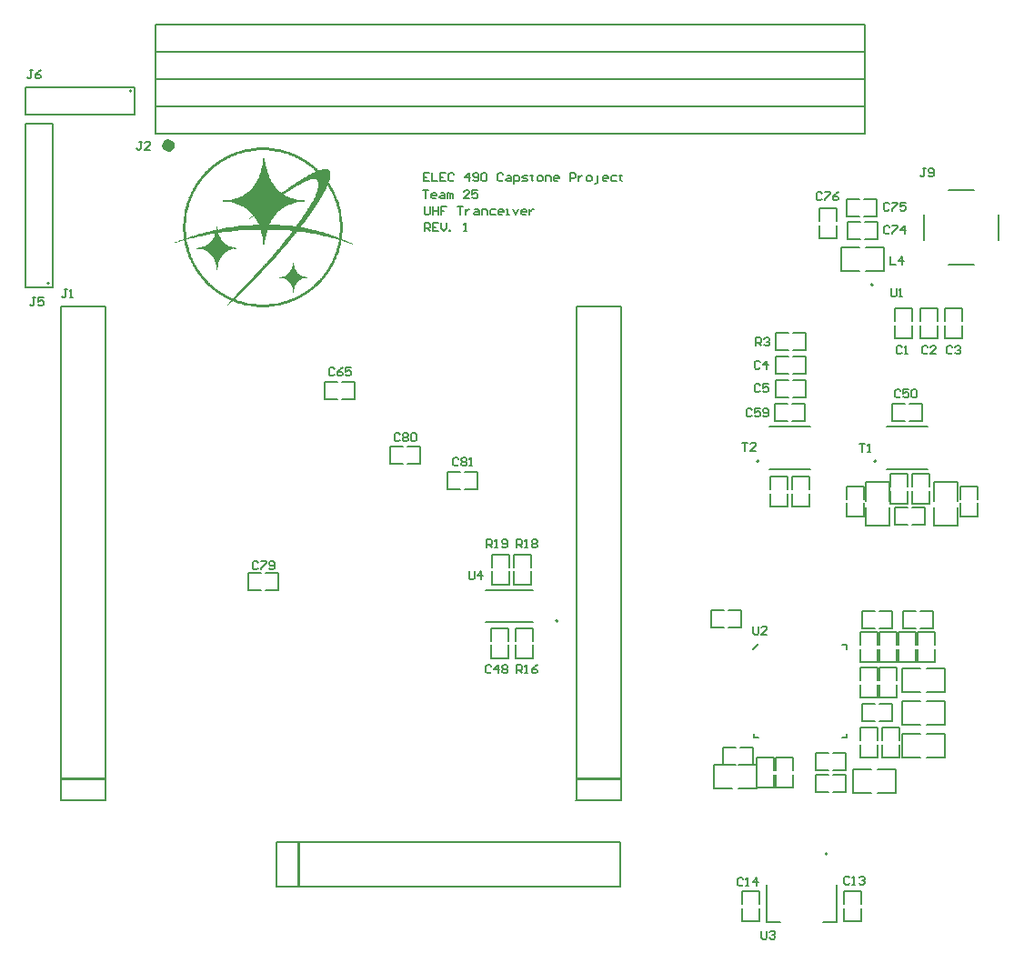
<source format=gto>
G04*
G04 #@! TF.GenerationSoftware,Altium Limited,Altium Designer,21.0.8 (223)*
G04*
G04 Layer_Color=65535*
%FSLAX25Y25*%
%MOIN*%
G70*
G04*
G04 #@! TF.SameCoordinates,8C76C3ED-8D82-4A5C-AC10-AB376F5EDEF7*
G04*
G04*
G04 #@! TF.FilePolarity,Positive*
G04*
G01*
G75*
%ADD10C,0.00787*%
%ADD11C,0.00500*%
%ADD12C,0.03937*%
%ADD13C,0.01000*%
%ADD14C,0.00780*%
%ADD15C,0.00800*%
G36*
X198934Y416041D02*
Y415992D01*
Y415943D01*
X198983D01*
Y415895D01*
X199031D01*
Y415846D01*
X200974D01*
Y415798D01*
X201023D01*
Y415749D01*
X201072D01*
Y415700D01*
Y415652D01*
X201169D01*
Y415603D01*
X202140D01*
Y415652D01*
X202334D01*
Y415603D01*
X202383D01*
Y415555D01*
X202432D01*
Y415506D01*
X202480D01*
Y415458D01*
Y415409D01*
X202577D01*
Y415360D01*
X202772D01*
Y415409D01*
X203500D01*
Y415360D01*
X203597D01*
Y415312D01*
Y415263D01*
X203646D01*
Y415215D01*
X203694D01*
Y415166D01*
X204472D01*
Y415118D01*
X204520D01*
Y415069D01*
X204569D01*
Y415021D01*
Y414972D01*
X204617D01*
Y414923D01*
X205200D01*
Y414875D01*
Y414826D01*
X205249D01*
Y414778D01*
X205297D01*
Y414729D01*
X205346D01*
Y414680D01*
X205686D01*
Y414729D01*
X205734D01*
Y414680D01*
X205880D01*
Y414632D01*
X205929D01*
Y414583D01*
X205977D01*
Y414535D01*
Y414486D01*
X206075D01*
Y414438D01*
X206317D01*
Y414486D01*
X206512D01*
Y414438D01*
X206609D01*
Y414389D01*
X206657D01*
Y414340D01*
Y414292D01*
X206706D01*
Y414243D01*
X206803D01*
Y414195D01*
X206949D01*
Y414243D01*
X207240D01*
Y414195D01*
X207289D01*
Y414146D01*
X207337D01*
Y414098D01*
X207386D01*
Y414049D01*
Y414000D01*
X207726D01*
Y413952D01*
X207774D01*
Y413903D01*
X207823D01*
Y413855D01*
Y413806D01*
X207872D01*
Y413758D01*
X208212D01*
Y413709D01*
X208260D01*
Y413660D01*
Y413612D01*
X208309D01*
Y413563D01*
X208357D01*
Y413515D01*
X208697D01*
Y413563D01*
X208794D01*
Y413515D01*
X208940D01*
Y413466D01*
Y413418D01*
X208989D01*
Y413369D01*
X209037D01*
Y413320D01*
X209086D01*
Y413272D01*
X209232D01*
Y413320D01*
X209280D01*
Y413272D01*
X209426D01*
Y413223D01*
Y413175D01*
X209474D01*
Y413126D01*
Y413078D01*
X209815D01*
Y413029D01*
X209863D01*
Y412980D01*
X209912D01*
Y412932D01*
Y412883D01*
X209960D01*
Y412835D01*
X210300D01*
Y412786D01*
X210349D01*
Y412738D01*
X210397D01*
Y412689D01*
Y412640D01*
X210446D01*
Y412592D01*
X210786D01*
Y412543D01*
X210835D01*
Y412495D01*
Y412446D01*
X210883D01*
Y412397D01*
X210932D01*
Y412349D01*
X211029D01*
Y412300D01*
X211077D01*
Y412252D01*
Y412203D01*
X211126D01*
Y412155D01*
X211175D01*
Y412106D01*
X211320D01*
Y412155D01*
X211417D01*
Y412106D01*
X211515D01*
Y412057D01*
Y412009D01*
X211563D01*
Y411960D01*
X211612D01*
Y411912D01*
X211903D01*
Y411863D01*
X211952D01*
Y411815D01*
X212000D01*
Y411766D01*
X212049D01*
Y411718D01*
X212097D01*
Y411669D01*
X212146D01*
Y411620D01*
X212195D01*
Y411572D01*
X212243D01*
Y411523D01*
X212292D01*
Y411475D01*
Y411426D01*
X212632D01*
Y411377D01*
X212680D01*
Y411329D01*
X212729D01*
Y411280D01*
Y411232D01*
X212777D01*
Y411183D01*
X213118D01*
Y411135D01*
X213166D01*
Y411086D01*
Y411037D01*
X213215D01*
Y410989D01*
X213312D01*
Y410940D01*
X213360D01*
Y410892D01*
X213409D01*
Y410843D01*
Y410795D01*
X213457D01*
Y410746D01*
X213555D01*
Y410698D01*
X213603D01*
Y410649D01*
X213652D01*
Y410600D01*
Y410552D01*
X213700D01*
Y410503D01*
X214040D01*
Y410455D01*
X214089D01*
Y410406D01*
Y410358D01*
X214138D01*
Y410309D01*
X214186D01*
Y410260D01*
X214283D01*
Y410212D01*
X214332D01*
Y410163D01*
Y410115D01*
X214380D01*
Y410066D01*
X214429D01*
Y410017D01*
X214526D01*
Y409969D01*
X214575D01*
Y409920D01*
Y409872D01*
X214623D01*
Y409823D01*
X214672D01*
Y409775D01*
X214818D01*
Y409823D01*
X214915D01*
Y409775D01*
X215012D01*
Y409726D01*
Y409678D01*
X215060D01*
Y409629D01*
X215109D01*
Y409580D01*
X215158D01*
Y409532D01*
X215206D01*
Y409483D01*
X215255D01*
Y409435D01*
X215303D01*
Y409386D01*
X215352D01*
Y409338D01*
X215400D01*
Y409289D01*
X215449D01*
Y409240D01*
X215497D01*
Y409192D01*
X215546D01*
Y409143D01*
X215595D01*
Y409095D01*
X215643D01*
Y409046D01*
X215692D01*
Y408997D01*
X215740D01*
Y408949D01*
X215789D01*
Y408900D01*
X215838D01*
Y408852D01*
X215886D01*
Y408803D01*
X215935D01*
Y408755D01*
X215983D01*
Y408706D01*
X216032D01*
Y408658D01*
X216080D01*
Y408609D01*
X216226D01*
Y408658D01*
X216323D01*
Y408609D01*
X216420D01*
Y408560D01*
Y408512D01*
X216469D01*
Y408463D01*
X216517D01*
Y408415D01*
X216566D01*
Y408366D01*
X216615D01*
Y408318D01*
X216663D01*
Y408269D01*
X216712D01*
Y408220D01*
X216760D01*
Y408172D01*
X216809D01*
Y408123D01*
X216858D01*
Y408075D01*
X216906D01*
Y408026D01*
X216955D01*
Y407977D01*
X217003D01*
Y407929D01*
X217052D01*
Y407880D01*
X217100D01*
Y407832D01*
X217149D01*
Y407783D01*
X217197D01*
Y407735D01*
X217246D01*
Y407686D01*
X217489D01*
Y407735D01*
X217586D01*
Y407783D01*
Y407832D01*
X217635D01*
Y407880D01*
X217683D01*
Y407929D01*
X218217D01*
Y407977D01*
X218266D01*
Y408026D01*
X218315D01*
Y408075D01*
Y408123D01*
X218363D01*
Y408172D01*
X220549D01*
Y408123D01*
X220598D01*
Y408075D01*
X220646D01*
Y408026D01*
Y407977D01*
X220695D01*
Y407929D01*
X221035D01*
Y407880D01*
X221083D01*
Y407832D01*
Y407783D01*
Y407735D01*
Y407686D01*
Y407638D01*
Y407589D01*
X221132D01*
Y407540D01*
Y407492D01*
X221229D01*
Y407443D01*
X221278D01*
Y407395D01*
X221326D01*
Y407346D01*
Y407298D01*
Y407249D01*
Y407200D01*
Y407152D01*
Y407103D01*
X221375D01*
Y407055D01*
X221423D01*
Y407006D01*
X221472D01*
Y406957D01*
X221569D01*
Y406909D01*
Y406860D01*
Y406812D01*
Y406763D01*
Y406715D01*
Y406666D01*
Y406617D01*
Y406569D01*
Y406520D01*
Y406472D01*
Y406423D01*
Y406375D01*
Y406326D01*
Y406277D01*
Y406229D01*
Y406180D01*
Y406132D01*
Y406083D01*
Y406035D01*
Y405986D01*
Y405937D01*
Y405889D01*
Y405840D01*
Y405792D01*
Y405743D01*
Y405695D01*
Y405646D01*
Y405597D01*
Y405549D01*
Y405500D01*
Y405452D01*
Y405403D01*
Y405355D01*
Y405306D01*
Y405257D01*
Y405209D01*
X221520D01*
Y405160D01*
X221472D01*
Y405112D01*
X221375D01*
Y405063D01*
X221326D01*
Y405015D01*
Y404966D01*
Y404917D01*
Y404869D01*
Y404820D01*
Y404772D01*
Y404723D01*
Y404675D01*
Y404626D01*
Y404577D01*
Y404529D01*
Y404480D01*
Y404432D01*
Y404383D01*
Y404335D01*
Y404286D01*
X221278D01*
Y404237D01*
X221229D01*
Y404189D01*
X221132D01*
Y404140D01*
Y404092D01*
X221083D01*
Y404043D01*
Y403995D01*
Y403946D01*
Y403897D01*
Y403849D01*
X221132D01*
Y403800D01*
Y403752D01*
Y403703D01*
Y403655D01*
X221083D01*
Y403606D01*
Y403557D01*
X221035D01*
Y403509D01*
X220938D01*
Y403460D01*
X220889D01*
Y403412D01*
Y403363D01*
X220840D01*
Y403314D01*
Y403266D01*
Y403217D01*
Y403169D01*
X220889D01*
Y403120D01*
X220938D01*
Y403072D01*
X220986D01*
Y403023D01*
X221035D01*
Y402975D01*
X221083D01*
Y402926D01*
X221132D01*
Y402877D01*
X221180D01*
Y402829D01*
X221229D01*
Y402780D01*
X221278D01*
Y402732D01*
X221326D01*
Y402683D01*
Y402634D01*
Y402586D01*
Y402537D01*
Y402489D01*
Y402440D01*
X221375D01*
Y402392D01*
X221423D01*
Y402343D01*
X221472D01*
Y402294D01*
X221520D01*
Y402246D01*
X221569D01*
Y402197D01*
X221618D01*
Y402149D01*
X221666D01*
Y402100D01*
X221763D01*
Y402052D01*
X221812D01*
Y402003D01*
Y401955D01*
Y401906D01*
Y401857D01*
Y401809D01*
Y401760D01*
Y401712D01*
X221861D01*
Y401663D01*
X221909D01*
Y401615D01*
X222006D01*
Y401566D01*
X222055D01*
Y401517D01*
Y401469D01*
Y401420D01*
Y401372D01*
Y401323D01*
Y401274D01*
Y401226D01*
X222103D01*
Y401177D01*
X222200D01*
Y401129D01*
X222249D01*
Y401080D01*
Y401032D01*
X222298D01*
Y400983D01*
X222346D01*
Y400935D01*
X222443D01*
Y400886D01*
X222492D01*
Y400837D01*
Y400789D01*
Y400740D01*
Y400692D01*
Y400643D01*
Y400595D01*
Y400546D01*
X222540D01*
Y400497D01*
X222638D01*
Y400449D01*
X222686D01*
Y400400D01*
X222735D01*
Y400352D01*
Y400303D01*
Y400254D01*
Y400206D01*
Y400157D01*
Y400109D01*
Y400060D01*
X222783D01*
Y400012D01*
X222881D01*
Y399963D01*
X222929D01*
Y399915D01*
X222978D01*
Y399866D01*
Y399817D01*
Y399769D01*
Y399720D01*
Y399672D01*
Y399623D01*
X223026D01*
Y399574D01*
X223075D01*
Y399526D01*
X223172D01*
Y399477D01*
Y399429D01*
X223220D01*
Y399380D01*
Y399332D01*
Y399283D01*
Y399235D01*
Y399186D01*
X223172D01*
Y399137D01*
Y399089D01*
Y399040D01*
Y398992D01*
X223220D01*
Y398943D01*
Y398895D01*
X223269D01*
Y398846D01*
X223366D01*
Y398797D01*
X223415D01*
Y398749D01*
Y398700D01*
Y398652D01*
Y398603D01*
Y398554D01*
Y398506D01*
Y398457D01*
X223463D01*
Y398409D01*
X223561D01*
Y398360D01*
X223609D01*
Y398312D01*
X223658D01*
Y398263D01*
Y398214D01*
Y398166D01*
Y398117D01*
Y398069D01*
Y398020D01*
Y397972D01*
X223706D01*
Y397923D01*
X223803D01*
Y397874D01*
X223852D01*
Y397826D01*
X223901D01*
Y397777D01*
Y397729D01*
Y397680D01*
Y397632D01*
Y397583D01*
Y397534D01*
Y397486D01*
Y397437D01*
Y397389D01*
Y397340D01*
Y397292D01*
X223949D01*
Y397243D01*
X223998D01*
Y397194D01*
X224095D01*
Y397146D01*
X224143D01*
Y397097D01*
Y397049D01*
Y397000D01*
Y396952D01*
Y396903D01*
Y396854D01*
Y396806D01*
X224192D01*
Y396757D01*
X224289D01*
Y396709D01*
X224338D01*
Y396660D01*
X224386D01*
Y396612D01*
Y396563D01*
Y396514D01*
Y396466D01*
Y396417D01*
Y396369D01*
X224338D01*
Y396320D01*
Y396272D01*
Y396223D01*
Y396174D01*
X224386D01*
Y396126D01*
Y396077D01*
X224483D01*
Y396029D01*
X224581D01*
Y395980D01*
Y395932D01*
X224629D01*
Y395883D01*
Y395834D01*
Y395786D01*
Y395737D01*
X224581D01*
Y395689D01*
Y395640D01*
Y395592D01*
Y395543D01*
Y395494D01*
Y395446D01*
X224629D01*
Y395397D01*
X224678D01*
Y395349D01*
X224775D01*
Y395300D01*
X224823D01*
Y395251D01*
Y395203D01*
Y395154D01*
Y395106D01*
Y395057D01*
Y395009D01*
Y394960D01*
Y394912D01*
Y394863D01*
Y394814D01*
Y394766D01*
Y394717D01*
Y394669D01*
Y394620D01*
Y394571D01*
Y394523D01*
X224872D01*
Y394474D01*
X224921D01*
Y394426D01*
X224969D01*
Y394377D01*
X225018D01*
Y394329D01*
X225066D01*
Y394280D01*
Y394232D01*
Y394183D01*
Y394134D01*
Y394086D01*
Y394037D01*
Y393989D01*
Y393940D01*
Y393892D01*
Y393843D01*
Y393794D01*
Y393746D01*
Y393697D01*
Y393649D01*
Y393600D01*
Y393551D01*
X225115D01*
Y393503D01*
X225212D01*
Y393454D01*
X225260D01*
Y393406D01*
X225309D01*
Y393357D01*
Y393309D01*
Y393260D01*
Y393212D01*
Y393163D01*
Y393114D01*
Y393066D01*
Y393017D01*
Y392969D01*
Y392920D01*
Y392871D01*
Y392823D01*
Y392774D01*
Y392726D01*
Y392677D01*
Y392629D01*
Y392580D01*
Y392531D01*
Y392483D01*
Y392434D01*
Y392386D01*
X225358D01*
Y392337D01*
X225455D01*
Y392289D01*
X225503D01*
Y392240D01*
X225552D01*
Y392192D01*
Y392143D01*
Y392094D01*
Y392046D01*
Y391997D01*
Y391949D01*
Y391900D01*
Y391851D01*
Y391803D01*
Y391754D01*
Y391706D01*
Y391657D01*
Y391609D01*
Y391560D01*
Y391512D01*
Y391463D01*
Y391414D01*
Y391366D01*
Y391317D01*
Y391269D01*
Y391220D01*
X225503D01*
Y391172D01*
Y391123D01*
Y391074D01*
X225552D01*
Y391026D01*
Y390977D01*
X225601D01*
Y390929D01*
X225698D01*
Y390880D01*
X225746D01*
Y390831D01*
Y390783D01*
X225795D01*
Y390734D01*
Y390686D01*
Y390637D01*
X225746D01*
Y390589D01*
Y390540D01*
Y390492D01*
Y390443D01*
Y390394D01*
Y390346D01*
Y390297D01*
Y390249D01*
Y390200D01*
Y390152D01*
Y390103D01*
Y390054D01*
Y390006D01*
Y389957D01*
Y389909D01*
Y389860D01*
Y389811D01*
Y389763D01*
Y389714D01*
Y389666D01*
Y389617D01*
Y389569D01*
Y389520D01*
Y389472D01*
Y389423D01*
Y389374D01*
Y389326D01*
Y389277D01*
Y389229D01*
Y389180D01*
Y389131D01*
Y389083D01*
Y389034D01*
Y388986D01*
Y388937D01*
X225795D01*
Y388889D01*
X225843D01*
Y388840D01*
X225892D01*
Y388791D01*
X225989D01*
Y388743D01*
Y388694D01*
Y388646D01*
Y388597D01*
Y388549D01*
Y388500D01*
Y388451D01*
Y388403D01*
Y388354D01*
Y388306D01*
Y388257D01*
Y388209D01*
Y388160D01*
Y388111D01*
Y388063D01*
Y388014D01*
Y387966D01*
Y387917D01*
Y387869D01*
Y387820D01*
Y387771D01*
Y387723D01*
Y387674D01*
Y387626D01*
Y387577D01*
Y387529D01*
Y387480D01*
Y387431D01*
Y387383D01*
Y387334D01*
Y387286D01*
Y387237D01*
Y387189D01*
Y387140D01*
Y387091D01*
Y387043D01*
Y386994D01*
Y386946D01*
Y386897D01*
Y386848D01*
Y386800D01*
Y386751D01*
Y386703D01*
Y386654D01*
Y386606D01*
Y386557D01*
Y386508D01*
Y386460D01*
Y386411D01*
Y386363D01*
Y386314D01*
Y386266D01*
Y386217D01*
Y386169D01*
Y386120D01*
Y386071D01*
Y386023D01*
Y385974D01*
Y385926D01*
Y385877D01*
Y385828D01*
Y385780D01*
Y385731D01*
Y385683D01*
Y385634D01*
Y385586D01*
Y385537D01*
Y385489D01*
Y385440D01*
Y385391D01*
Y385343D01*
Y385294D01*
Y385246D01*
Y385197D01*
Y385149D01*
Y385100D01*
Y385051D01*
Y385003D01*
Y384954D01*
Y384906D01*
X225892D01*
Y384857D01*
X225843D01*
Y384808D01*
X225795D01*
Y384760D01*
X225746D01*
Y384711D01*
Y384663D01*
Y384614D01*
Y384566D01*
Y384517D01*
Y384469D01*
Y384420D01*
Y384371D01*
Y384323D01*
Y384274D01*
Y384226D01*
Y384177D01*
Y384128D01*
Y384080D01*
Y384031D01*
Y383983D01*
Y383934D01*
Y383886D01*
Y383837D01*
Y383788D01*
Y383740D01*
Y383691D01*
Y383643D01*
Y383594D01*
Y383546D01*
Y383497D01*
Y383449D01*
Y383400D01*
Y383351D01*
Y383303D01*
Y383254D01*
Y383206D01*
Y383157D01*
Y383108D01*
Y383060D01*
Y383011D01*
Y382963D01*
Y382914D01*
Y382866D01*
Y382817D01*
Y382769D01*
Y382720D01*
Y382671D01*
Y382623D01*
X225795D01*
Y382574D01*
X225843D01*
Y382526D01*
X225940D01*
Y382477D01*
X225989D01*
Y382429D01*
Y382380D01*
X226038D01*
Y382331D01*
X226086D01*
Y382283D01*
X226378D01*
Y382331D01*
X226572D01*
Y382283D01*
X226669D01*
Y382234D01*
Y382186D01*
X226718D01*
Y382137D01*
Y382088D01*
X227058D01*
Y382040D01*
X227106D01*
Y381991D01*
X227155D01*
Y381943D01*
X227203D01*
Y381894D01*
Y381846D01*
X227543D01*
Y381797D01*
X227592D01*
Y381749D01*
X227641D01*
Y381700D01*
X227689D01*
Y381651D01*
X227738D01*
Y381603D01*
X227883D01*
Y381651D01*
X227981D01*
Y381603D01*
X228078D01*
Y381554D01*
Y381506D01*
Y381457D01*
X228126D01*
Y381408D01*
X228466D01*
Y381360D01*
X228515D01*
Y381311D01*
X228563D01*
Y381263D01*
Y381214D01*
X228612D01*
Y381166D01*
X229195D01*
Y381117D01*
X229243D01*
Y381068D01*
Y381020D01*
X229292D01*
Y380971D01*
Y380923D01*
X229681D01*
Y380874D01*
X229729D01*
Y380826D01*
Y380777D01*
Y380728D01*
X229681D01*
Y380680D01*
X229632D01*
Y380631D01*
X229389D01*
Y380680D01*
X229292D01*
Y380728D01*
Y380777D01*
X229243D01*
Y380826D01*
Y380874D01*
X228661D01*
Y380923D01*
X228612D01*
Y380971D01*
X228563D01*
Y381020D01*
Y381068D01*
X228515D01*
Y381117D01*
X228175D01*
Y381166D01*
X228126D01*
Y381214D01*
Y381263D01*
X228078D01*
Y381311D01*
Y381360D01*
X227252D01*
Y381408D01*
X227203D01*
Y381457D01*
X227155D01*
Y381506D01*
Y381554D01*
X227106D01*
Y381603D01*
X226960D01*
Y381651D01*
X226912D01*
Y381603D01*
X226523D01*
Y381651D01*
X226475D01*
Y381700D01*
Y381749D01*
X226426D01*
Y381797D01*
X226378D01*
Y381846D01*
X225989D01*
Y381797D01*
X225940D01*
Y381846D01*
X225843D01*
Y381894D01*
X225795D01*
Y381943D01*
Y381991D01*
X225746D01*
Y382040D01*
X225698D01*
Y382088D01*
X225601D01*
Y382040D01*
X225552D01*
Y381991D01*
X225503D01*
Y381943D01*
Y381894D01*
Y381846D01*
Y381797D01*
Y381749D01*
X225552D01*
Y381700D01*
Y381651D01*
Y381603D01*
Y381554D01*
Y381506D01*
Y381457D01*
X225503D01*
Y381408D01*
X225455D01*
Y381360D01*
X225358D01*
Y381311D01*
X225309D01*
Y381263D01*
Y381214D01*
Y381166D01*
Y381117D01*
Y381068D01*
Y381020D01*
Y380971D01*
Y380923D01*
Y380874D01*
Y380826D01*
Y380777D01*
Y380728D01*
Y380680D01*
Y380631D01*
Y380583D01*
Y380534D01*
Y380486D01*
Y380437D01*
Y380388D01*
Y380340D01*
Y380291D01*
X225260D01*
Y380243D01*
X225212D01*
Y380194D01*
X225115D01*
Y380146D01*
X225066D01*
Y380097D01*
Y380048D01*
Y380000D01*
Y379951D01*
Y379903D01*
Y379854D01*
Y379806D01*
Y379757D01*
Y379708D01*
Y379660D01*
Y379611D01*
Y379563D01*
Y379514D01*
Y379466D01*
Y379417D01*
Y379368D01*
X225018D01*
Y379320D01*
X224969D01*
Y379271D01*
X224921D01*
Y379223D01*
X224872D01*
Y379174D01*
X224823D01*
Y379126D01*
Y379077D01*
Y379028D01*
Y378980D01*
Y378931D01*
Y378883D01*
Y378834D01*
Y378786D01*
Y378737D01*
Y378688D01*
Y378640D01*
Y378591D01*
Y378543D01*
Y378494D01*
Y378446D01*
Y378397D01*
X224775D01*
Y378348D01*
X224678D01*
Y378300D01*
X224629D01*
Y378251D01*
X224581D01*
Y378203D01*
Y378154D01*
Y378105D01*
Y378057D01*
Y378008D01*
Y377960D01*
X224629D01*
Y377911D01*
Y377863D01*
Y377814D01*
Y377765D01*
X224581D01*
Y377717D01*
Y377668D01*
X224483D01*
Y377620D01*
X224386D01*
Y377571D01*
Y377523D01*
X224338D01*
Y377474D01*
Y377426D01*
Y377377D01*
Y377328D01*
X224386D01*
Y377280D01*
Y377231D01*
Y377183D01*
Y377134D01*
Y377085D01*
Y377037D01*
X224338D01*
Y376988D01*
X224289D01*
Y376940D01*
X224192D01*
Y376891D01*
X224143D01*
Y376843D01*
Y376794D01*
Y376746D01*
Y376697D01*
Y376648D01*
Y376600D01*
Y376551D01*
X224095D01*
Y376503D01*
X223998D01*
Y376454D01*
X223949D01*
Y376406D01*
X223901D01*
Y376357D01*
Y376308D01*
Y376260D01*
Y376211D01*
Y376163D01*
Y376114D01*
Y376065D01*
Y376017D01*
Y375968D01*
Y375920D01*
Y375871D01*
X223852D01*
Y375823D01*
X223803D01*
Y375774D01*
X223706D01*
Y375726D01*
X223658D01*
Y375677D01*
Y375628D01*
Y375580D01*
Y375531D01*
Y375483D01*
Y375434D01*
Y375385D01*
X223609D01*
Y375337D01*
X223561D01*
Y375288D01*
X223463D01*
Y375240D01*
X223415D01*
Y375191D01*
Y375143D01*
Y375094D01*
Y375045D01*
Y374997D01*
Y374948D01*
Y374900D01*
X223366D01*
Y374851D01*
X223269D01*
Y374803D01*
X223220D01*
Y374754D01*
Y374706D01*
X223172D01*
Y374657D01*
Y374608D01*
Y374560D01*
Y374511D01*
X223220D01*
Y374463D01*
Y374414D01*
Y374365D01*
Y374317D01*
Y374268D01*
X223172D01*
Y374220D01*
Y374171D01*
X223075D01*
Y374123D01*
X223026D01*
Y374074D01*
X222978D01*
Y374026D01*
Y373977D01*
Y373928D01*
Y373880D01*
Y373831D01*
Y373783D01*
X222929D01*
Y373734D01*
X222881D01*
Y373686D01*
X222832D01*
Y373637D01*
X222735D01*
Y373588D01*
Y373540D01*
Y373491D01*
Y373443D01*
Y373394D01*
Y373345D01*
Y373297D01*
X222686D01*
Y373248D01*
X222638D01*
Y373200D01*
X222540D01*
Y373151D01*
X222492D01*
Y373103D01*
Y373054D01*
Y373006D01*
Y372957D01*
Y372908D01*
Y372860D01*
Y372811D01*
X222443D01*
Y372763D01*
X222346D01*
Y372714D01*
X222298D01*
Y372666D01*
X222249D01*
Y372617D01*
Y372568D01*
X222200D01*
Y372520D01*
X222103D01*
Y372471D01*
X222055D01*
Y372423D01*
Y372374D01*
Y372325D01*
Y372277D01*
Y372228D01*
Y372180D01*
Y372131D01*
X222006D01*
Y372083D01*
X221909D01*
Y372034D01*
X221861D01*
Y371985D01*
X221812D01*
Y371937D01*
Y371888D01*
Y371840D01*
Y371791D01*
Y371743D01*
Y371694D01*
Y371645D01*
X221763D01*
Y371597D01*
X221666D01*
Y371548D01*
X221618D01*
Y371500D01*
X221569D01*
Y371451D01*
X221520D01*
Y371403D01*
X221472D01*
Y371354D01*
X221423D01*
Y371305D01*
X221375D01*
Y371257D01*
X221326D01*
Y371208D01*
Y371160D01*
Y371111D01*
Y371063D01*
Y371014D01*
Y370965D01*
X221278D01*
Y370917D01*
X221229D01*
Y370868D01*
X221180D01*
Y370820D01*
X221132D01*
Y370771D01*
X221083D01*
Y370723D01*
X221035D01*
Y370674D01*
X220986D01*
Y370625D01*
X220889D01*
Y370577D01*
Y370528D01*
Y370480D01*
Y370431D01*
Y370382D01*
Y370334D01*
Y370285D01*
X220840D01*
Y370237D01*
X220792D01*
Y370188D01*
X220695D01*
Y370140D01*
X220646D01*
Y370091D01*
Y370042D01*
X220598D01*
Y369994D01*
X220549D01*
Y369945D01*
X220452D01*
Y369897D01*
X220403D01*
Y369848D01*
Y369800D01*
Y369751D01*
Y369703D01*
Y369654D01*
Y369605D01*
Y369557D01*
X220355D01*
Y369508D01*
X220258D01*
Y369460D01*
X220209D01*
Y369411D01*
X220160D01*
Y369362D01*
Y369314D01*
X220112D01*
Y369265D01*
X220015D01*
Y369217D01*
X219966D01*
Y369168D01*
X219918D01*
Y369120D01*
Y369071D01*
X219869D01*
Y369022D01*
X219772D01*
Y368974D01*
X219723D01*
Y368925D01*
Y368877D01*
Y368828D01*
Y368780D01*
Y368731D01*
Y368683D01*
Y368634D01*
X219675D01*
Y368585D01*
X219578D01*
Y368537D01*
X219529D01*
Y368488D01*
X219480D01*
Y368440D01*
X219432D01*
Y368391D01*
Y368342D01*
X219335D01*
Y368294D01*
X219286D01*
Y368245D01*
X219238D01*
Y368197D01*
X219189D01*
Y368148D01*
Y368100D01*
X219092D01*
Y368051D01*
X219043D01*
Y368003D01*
X218995D01*
Y367954D01*
Y367905D01*
X218898D01*
Y367857D01*
X218849D01*
Y367808D01*
X218800D01*
Y367760D01*
X218752D01*
Y367711D01*
Y367663D01*
X218655D01*
Y367614D01*
X218606D01*
Y367565D01*
X218558D01*
Y367517D01*
X218509D01*
Y367468D01*
Y367420D01*
X218412D01*
Y367371D01*
X218363D01*
Y367322D01*
X218315D01*
Y367274D01*
Y367225D01*
Y367177D01*
Y367128D01*
Y367080D01*
Y367031D01*
X218266D01*
Y366983D01*
X218217D01*
Y366934D01*
X218169D01*
Y366885D01*
X218120D01*
Y366837D01*
X218072D01*
Y366788D01*
X218023D01*
Y366740D01*
X217975D01*
Y366691D01*
X217926D01*
Y366642D01*
X217878D01*
Y366594D01*
X217829D01*
Y366545D01*
X217780D01*
Y366497D01*
X217732D01*
Y366448D01*
X217683D01*
Y366400D01*
X217635D01*
Y366351D01*
X217586D01*
Y366302D01*
X217537D01*
Y366254D01*
X217489D01*
Y366205D01*
X217440D01*
Y366157D01*
X217392D01*
Y366108D01*
X217343D01*
Y366060D01*
X217295D01*
Y366011D01*
X217246D01*
Y365963D01*
X217197D01*
Y365914D01*
X217149D01*
Y365865D01*
X217100D01*
Y365817D01*
X217052D01*
Y365768D01*
X217003D01*
Y365720D01*
X216955D01*
Y365671D01*
X216906D01*
Y365622D01*
X216858D01*
Y365574D01*
X216809D01*
Y365525D01*
X216760D01*
Y365477D01*
X216712D01*
Y365428D01*
X216663D01*
Y365380D01*
X216615D01*
Y365331D01*
X216566D01*
Y365283D01*
X216517D01*
Y365234D01*
X216469D01*
Y365185D01*
X216420D01*
Y365137D01*
Y365088D01*
X216323D01*
Y365040D01*
X216178D01*
Y365088D01*
X216080D01*
Y365040D01*
X216032D01*
Y364991D01*
X215983D01*
Y364943D01*
X215935D01*
Y364894D01*
Y364845D01*
X215838D01*
Y364797D01*
X215789D01*
Y364748D01*
X215740D01*
Y364700D01*
X215692D01*
Y364651D01*
X215643D01*
Y364602D01*
X215595D01*
Y364554D01*
X215546D01*
Y364505D01*
X215497D01*
Y364457D01*
X215449D01*
Y364408D01*
X215400D01*
Y364360D01*
X215352D01*
Y364311D01*
X215303D01*
Y364262D01*
X215255D01*
Y364214D01*
X215206D01*
Y364165D01*
X215158D01*
Y364117D01*
X215109D01*
Y364068D01*
X215060D01*
Y364020D01*
X215012D01*
Y363971D01*
Y363922D01*
X214915D01*
Y363874D01*
X214818D01*
Y363922D01*
X214672D01*
Y363874D01*
X214623D01*
Y363825D01*
X214575D01*
Y363777D01*
Y363728D01*
X214526D01*
Y363680D01*
X214429D01*
Y363631D01*
X214380D01*
Y363582D01*
X214332D01*
Y363534D01*
Y363485D01*
X214283D01*
Y363437D01*
X214186D01*
Y363388D01*
X214138D01*
Y363340D01*
X214089D01*
Y363291D01*
Y363242D01*
X214040D01*
Y363194D01*
X213700D01*
Y363145D01*
X213652D01*
Y363097D01*
Y363048D01*
X213603D01*
Y363000D01*
X213555D01*
Y362951D01*
X213457D01*
Y362902D01*
X213409D01*
Y362854D01*
Y362805D01*
X213360D01*
Y362757D01*
X213312D01*
Y362708D01*
X213166D01*
Y362757D01*
X213069D01*
Y362708D01*
X212972D01*
Y362660D01*
Y362611D01*
X212923D01*
Y362562D01*
X212875D01*
Y362514D01*
X212826D01*
Y362465D01*
X212729D01*
Y362417D01*
Y362368D01*
X212680D01*
Y362320D01*
X212632D01*
Y362271D01*
X212292D01*
Y362222D01*
Y362174D01*
X212243D01*
Y362125D01*
X212195D01*
Y362077D01*
X212146D01*
Y362028D01*
X212097D01*
Y361980D01*
X212049D01*
Y361931D01*
X212000D01*
Y361882D01*
X211952D01*
Y361834D01*
X211903D01*
Y361785D01*
X211612D01*
Y361737D01*
X211563D01*
Y361688D01*
X211515D01*
Y361640D01*
Y361591D01*
X211417D01*
Y361542D01*
X211320D01*
Y361591D01*
X211175D01*
Y361542D01*
X211126D01*
Y361494D01*
X211077D01*
Y361445D01*
Y361397D01*
X211029D01*
Y361348D01*
X210932D01*
Y361299D01*
X210883D01*
Y361251D01*
X210835D01*
Y361202D01*
Y361154D01*
X210786D01*
Y361105D01*
X210446D01*
Y361057D01*
X210397D01*
Y361008D01*
Y360960D01*
X210349D01*
Y360911D01*
X210300D01*
Y360862D01*
X209960D01*
Y360814D01*
X209912D01*
Y360765D01*
Y360717D01*
X209863D01*
Y360668D01*
X209815D01*
Y360619D01*
X209474D01*
Y360571D01*
Y360522D01*
X209426D01*
Y360474D01*
Y360425D01*
X209329D01*
Y360377D01*
X209232D01*
Y360425D01*
X209086D01*
Y360377D01*
X209037D01*
Y360328D01*
X208989D01*
Y360279D01*
X208940D01*
Y360231D01*
Y360182D01*
X208794D01*
Y360134D01*
X208697D01*
Y360182D01*
X208357D01*
Y360134D01*
X208309D01*
Y360085D01*
X208260D01*
Y360037D01*
Y359988D01*
X208212D01*
Y359940D01*
X207872D01*
Y359891D01*
X207823D01*
Y359842D01*
Y359794D01*
X207774D01*
Y359745D01*
X207726D01*
Y359697D01*
X207386D01*
Y359648D01*
Y359599D01*
X207337D01*
Y359551D01*
X207289D01*
Y359502D01*
X207240D01*
Y359454D01*
X206949D01*
Y359502D01*
X206803D01*
Y359454D01*
X206706D01*
Y359405D01*
X206657D01*
Y359357D01*
Y359308D01*
X206609D01*
Y359260D01*
X206512D01*
Y359211D01*
X206317D01*
Y359260D01*
X206075D01*
Y359211D01*
X205977D01*
Y359162D01*
Y359114D01*
X205929D01*
Y359065D01*
X205880D01*
Y359017D01*
X205783D01*
Y358968D01*
X205686D01*
Y359017D01*
X205346D01*
Y358968D01*
X205297D01*
Y358920D01*
X205249D01*
Y358871D01*
Y358822D01*
X205200D01*
Y358774D01*
X204374D01*
Y358725D01*
X204326D01*
Y358677D01*
Y358628D01*
X204277D01*
Y358579D01*
X204229D01*
Y358531D01*
X203452D01*
Y358482D01*
X203403D01*
Y358434D01*
X203354D01*
Y358385D01*
Y358337D01*
X203306D01*
Y358288D01*
X202772D01*
Y358337D01*
X202577D01*
Y358288D01*
X202480D01*
Y358240D01*
Y358191D01*
X202432D01*
Y358142D01*
X202383D01*
Y358094D01*
X202334D01*
Y358045D01*
X202140D01*
Y358094D01*
X201169D01*
Y358045D01*
X201072D01*
Y357997D01*
Y357948D01*
X201023D01*
Y357899D01*
X200974D01*
Y357851D01*
X199274D01*
Y357802D01*
X199226D01*
Y357754D01*
X199177D01*
Y357705D01*
Y357657D01*
Y357608D01*
X194514D01*
Y357657D01*
Y357705D01*
Y357754D01*
Y357802D01*
X194466D01*
Y357851D01*
X192474D01*
Y357899D01*
X192426D01*
Y357948D01*
Y357997D01*
X192377D01*
Y358045D01*
X192329D01*
Y358094D01*
X191357D01*
Y358045D01*
X191163D01*
Y358094D01*
X191066D01*
Y358142D01*
X191017D01*
Y358191D01*
Y358240D01*
X190969D01*
Y358288D01*
X190871D01*
Y358337D01*
X190726D01*
Y358288D01*
X189948D01*
Y358337D01*
X189900D01*
Y358385D01*
X189851D01*
Y358434D01*
Y358482D01*
X189803D01*
Y358531D01*
X189220D01*
Y358579D01*
X189171D01*
Y358628D01*
Y358677D01*
X189123D01*
Y358725D01*
X189074D01*
Y358774D01*
X188297D01*
Y358822D01*
X188249D01*
Y358871D01*
Y358920D01*
X188200D01*
Y358968D01*
X188151D01*
Y359017D01*
X187811D01*
Y358968D01*
X187714D01*
Y359017D01*
X187568D01*
Y359065D01*
Y359114D01*
X187520D01*
Y359162D01*
X187471D01*
Y359211D01*
X187423D01*
Y359260D01*
X187180D01*
Y359211D01*
X186937D01*
Y359260D01*
X186888D01*
Y359308D01*
X186840D01*
Y359357D01*
Y359405D01*
X186791D01*
Y359454D01*
X186694D01*
Y359502D01*
X186500D01*
Y359454D01*
X186208D01*
Y359502D01*
X186160D01*
Y359551D01*
X186111D01*
Y359599D01*
Y359648D01*
X186063D01*
Y359697D01*
X185966D01*
Y359745D01*
X185820D01*
Y359697D01*
X185723D01*
Y359648D01*
X185674D01*
Y359599D01*
Y359551D01*
X185626D01*
Y359502D01*
X185577D01*
Y359454D01*
X185237D01*
Y359405D01*
X185188D01*
Y359357D01*
Y359308D01*
X185140D01*
Y359260D01*
X185091D01*
Y359211D01*
X184994D01*
Y359162D01*
Y359114D01*
X184945D01*
Y359065D01*
X184897D01*
Y359017D01*
X184848D01*
Y358968D01*
X184751D01*
Y358920D01*
Y358871D01*
X184703D01*
Y358822D01*
X184654D01*
Y358774D01*
X184606D01*
Y358725D01*
X184508D01*
Y358677D01*
Y358628D01*
X184460D01*
Y358579D01*
X184411D01*
Y358531D01*
X184363D01*
Y358482D01*
X184314D01*
Y358434D01*
X184265D01*
Y358385D01*
X184217D01*
Y358337D01*
X184168D01*
Y358288D01*
X184120D01*
Y358240D01*
X184071D01*
Y358191D01*
X184023D01*
Y358142D01*
X183974D01*
Y358094D01*
X183828D01*
Y358142D01*
X183780D01*
Y358191D01*
Y358240D01*
Y358288D01*
Y358337D01*
Y358385D01*
Y358434D01*
X183828D01*
Y358482D01*
X183877D01*
Y358531D01*
X183925D01*
Y358579D01*
X183974D01*
Y358628D01*
X184023D01*
Y358677D01*
X184071D01*
Y358725D01*
X184120D01*
Y358774D01*
X184168D01*
Y358822D01*
X184265D01*
Y358871D01*
Y358920D01*
Y358968D01*
Y359017D01*
Y359065D01*
Y359114D01*
Y359162D01*
X184314D01*
Y359211D01*
X184363D01*
Y359260D01*
X184460D01*
Y359308D01*
Y359357D01*
X184508D01*
Y359405D01*
X184557D01*
Y359454D01*
X184606D01*
Y359502D01*
X184703D01*
Y359551D01*
Y359599D01*
X184751D01*
Y359648D01*
X184800D01*
Y359697D01*
X184848D01*
Y359745D01*
X184945D01*
Y359794D01*
Y359842D01*
X184994D01*
Y359891D01*
Y359940D01*
Y359988D01*
Y360037D01*
X184945D01*
Y360085D01*
Y360134D01*
X184897D01*
Y360182D01*
X184557D01*
Y360231D01*
X184508D01*
Y360279D01*
Y360328D01*
X184460D01*
Y360377D01*
X184411D01*
Y360425D01*
X184265D01*
Y360377D01*
X184168D01*
Y360425D01*
X184071D01*
Y360474D01*
X184023D01*
Y360522D01*
Y360571D01*
X183974D01*
Y360619D01*
X183634D01*
Y360668D01*
X183586D01*
Y360717D01*
Y360765D01*
X183537D01*
Y360814D01*
X183488D01*
Y360862D01*
X183148D01*
Y360911D01*
Y360960D01*
X183100D01*
Y361008D01*
X183051D01*
Y361057D01*
Y361105D01*
X182711D01*
Y361154D01*
X182663D01*
Y361202D01*
X182614D01*
Y361251D01*
Y361299D01*
X182517D01*
Y361348D01*
X182468D01*
Y361397D01*
X182420D01*
Y361445D01*
X182371D01*
Y361494D01*
Y361542D01*
X182274D01*
Y361591D01*
X182128D01*
Y361542D01*
X182080D01*
Y361591D01*
X181983D01*
Y361640D01*
X181934D01*
Y361688D01*
Y361737D01*
X181886D01*
Y361785D01*
X181545D01*
Y361834D01*
X181497D01*
Y361882D01*
Y361931D01*
X181448D01*
Y361980D01*
X181400D01*
Y362028D01*
X181303D01*
Y362077D01*
X181254D01*
Y362125D01*
Y362174D01*
X181205D01*
Y362222D01*
X181157D01*
Y362271D01*
X180817D01*
Y362320D01*
X180768D01*
Y362368D01*
Y362417D01*
X180720D01*
Y362465D01*
X180671D01*
Y362514D01*
X180574D01*
Y362562D01*
Y362611D01*
X180526D01*
Y362660D01*
X180477D01*
Y362708D01*
X180428D01*
Y362757D01*
X180283D01*
Y362708D01*
X180185D01*
Y362757D01*
X180088D01*
Y362805D01*
Y362854D01*
X180040D01*
Y362902D01*
X179991D01*
Y362951D01*
X179943D01*
Y363000D01*
X179894D01*
Y363048D01*
X179845D01*
Y363097D01*
X179797D01*
Y363145D01*
Y363194D01*
X179457D01*
Y363242D01*
X179408D01*
Y363291D01*
X179360D01*
Y363340D01*
Y363388D01*
X179263D01*
Y363437D01*
X179214D01*
Y363485D01*
X179165D01*
Y363534D01*
X179117D01*
Y363582D01*
X179068D01*
Y363631D01*
X179020D01*
Y363680D01*
X178971D01*
Y363728D01*
X178923D01*
Y363777D01*
X178874D01*
Y363825D01*
Y363874D01*
X178777D01*
Y363922D01*
X178680D01*
Y363874D01*
X178534D01*
Y363922D01*
X178485D01*
Y363971D01*
X178437D01*
Y364020D01*
Y364068D01*
X178388D01*
Y364117D01*
X178291D01*
Y364165D01*
X178243D01*
Y364214D01*
X178194D01*
Y364262D01*
Y364311D01*
X178145D01*
Y364360D01*
X178048D01*
Y364408D01*
X178000D01*
Y364457D01*
X177951D01*
Y364505D01*
Y364554D01*
X177903D01*
Y364602D01*
X177805D01*
Y364651D01*
X177757D01*
Y364700D01*
X177708D01*
Y364748D01*
Y364797D01*
X177611D01*
Y364845D01*
X177563D01*
Y364894D01*
X177514D01*
Y364943D01*
X177465D01*
Y364991D01*
Y365040D01*
X177368D01*
Y365088D01*
X177320D01*
Y365137D01*
X177271D01*
Y365185D01*
Y365234D01*
X177223D01*
Y365283D01*
X176883D01*
Y365331D01*
X176834D01*
Y365380D01*
X176785D01*
Y365428D01*
Y365477D01*
X176737D01*
Y365525D01*
X176640D01*
Y365574D01*
X176591D01*
Y365622D01*
Y365671D01*
X176542D01*
Y365720D01*
X176494D01*
Y365768D01*
X176397D01*
Y365817D01*
X176348D01*
Y365865D01*
Y365914D01*
X176300D01*
Y365963D01*
X176251D01*
Y366011D01*
X176154D01*
Y366060D01*
X176105D01*
Y366108D01*
Y366157D01*
X176057D01*
Y366205D01*
X176008D01*
Y366254D01*
X175911D01*
Y366302D01*
X175863D01*
Y366351D01*
Y366400D01*
X175814D01*
Y366448D01*
X175717D01*
Y366497D01*
X175668D01*
Y366545D01*
X175620D01*
Y366594D01*
Y366642D01*
X175571D01*
Y366691D01*
X175474D01*
Y366740D01*
X175425D01*
Y366788D01*
Y366837D01*
Y366885D01*
Y366934D01*
Y366983D01*
Y367031D01*
Y367080D01*
X175377D01*
Y367128D01*
X175280D01*
Y367177D01*
X175231D01*
Y367225D01*
X175182D01*
Y367274D01*
X175134D01*
Y367322D01*
Y367371D01*
X175037D01*
Y367420D01*
X174988D01*
Y367468D01*
X174940D01*
Y367517D01*
Y367565D01*
X174891D01*
Y367614D01*
X174794D01*
Y367663D01*
X174745D01*
Y367711D01*
X174697D01*
Y367760D01*
Y367808D01*
X174648D01*
Y367857D01*
X174551D01*
Y367905D01*
X174503D01*
Y367954D01*
X174454D01*
Y368003D01*
Y368051D01*
X174357D01*
Y368100D01*
X174308D01*
Y368148D01*
X174260D01*
Y368197D01*
X174211D01*
Y368245D01*
Y368294D01*
X174114D01*
Y368342D01*
X174065D01*
Y368391D01*
X174017D01*
Y368440D01*
Y368488D01*
Y368537D01*
Y368585D01*
Y368634D01*
Y368683D01*
Y368731D01*
X173968D01*
Y368780D01*
X173871D01*
Y368828D01*
X173822D01*
Y368877D01*
X173774D01*
Y368925D01*
X173725D01*
Y368974D01*
X173677D01*
Y369022D01*
X173628D01*
Y369071D01*
X173580D01*
Y369120D01*
X173531D01*
Y369168D01*
X173483D01*
Y369217D01*
X173434D01*
Y369265D01*
X173385D01*
Y369314D01*
X173337D01*
Y369362D01*
X173288D01*
Y369411D01*
Y369460D01*
Y369508D01*
Y369557D01*
Y369605D01*
Y369654D01*
X173240D01*
Y369703D01*
X173191D01*
Y369751D01*
X173143D01*
Y369800D01*
X173094D01*
Y369848D01*
X173045D01*
Y369897D01*
X172997D01*
Y369945D01*
X172948D01*
Y369994D01*
X172900D01*
Y370042D01*
X172851D01*
Y370091D01*
X172802D01*
Y370140D01*
X172754D01*
Y370188D01*
X172705D01*
Y370237D01*
X172608D01*
Y370285D01*
Y370334D01*
Y370382D01*
Y370431D01*
Y370480D01*
Y370528D01*
Y370577D01*
X172560D01*
Y370625D01*
X172511D01*
Y370674D01*
X172414D01*
Y370723D01*
Y370771D01*
X172365D01*
Y370820D01*
X172317D01*
Y370868D01*
X172268D01*
Y370917D01*
X172171D01*
Y370965D01*
X172123D01*
Y371014D01*
Y371063D01*
Y371111D01*
Y371160D01*
Y371208D01*
Y371257D01*
Y371305D01*
X172074D01*
Y371354D01*
X171977D01*
Y371403D01*
X171928D01*
Y371451D01*
Y371500D01*
X171880D01*
Y371548D01*
X171831D01*
Y371597D01*
X171734D01*
Y371645D01*
X171685D01*
Y371694D01*
Y371743D01*
Y371791D01*
Y371840D01*
Y371888D01*
Y371937D01*
Y371985D01*
X171637D01*
Y372034D01*
X171540D01*
Y372083D01*
X171491D01*
Y372131D01*
X171442D01*
Y372180D01*
Y372228D01*
Y372277D01*
Y372325D01*
Y372374D01*
Y372423D01*
Y372471D01*
X171394D01*
Y372520D01*
X171297D01*
Y372568D01*
X171248D01*
Y372617D01*
X171200D01*
Y372666D01*
Y372714D01*
Y372763D01*
Y372811D01*
Y372860D01*
Y372908D01*
X171151D01*
Y372957D01*
X171102D01*
Y373006D01*
X171005D01*
Y373054D01*
Y373103D01*
X170957D01*
Y373151D01*
Y373200D01*
Y373248D01*
Y373297D01*
Y373345D01*
Y373394D01*
X170908D01*
Y373443D01*
X170811D01*
Y373491D01*
X170762D01*
Y373540D01*
Y373588D01*
Y373637D01*
Y373686D01*
Y373734D01*
Y373783D01*
Y373831D01*
X170714D01*
Y373880D01*
X170665D01*
Y373928D01*
X170568D01*
Y373977D01*
X170520D01*
Y374026D01*
Y374074D01*
Y374123D01*
Y374171D01*
Y374220D01*
Y374268D01*
Y374317D01*
X170471D01*
Y374365D01*
X170374D01*
Y374414D01*
X170325D01*
Y374463D01*
X170277D01*
Y374511D01*
Y374560D01*
Y374608D01*
Y374657D01*
Y374706D01*
Y374754D01*
Y374803D01*
X170180D01*
Y374851D01*
X170131D01*
Y374900D01*
X170082D01*
Y374948D01*
X170034D01*
Y374997D01*
Y375045D01*
Y375094D01*
Y375143D01*
Y375191D01*
Y375240D01*
X169985D01*
Y375288D01*
X169937D01*
Y375337D01*
X169840D01*
Y375385D01*
Y375434D01*
X169791D01*
Y375483D01*
Y375531D01*
Y375580D01*
Y375628D01*
Y375677D01*
Y375726D01*
X169742D01*
Y375774D01*
X169645D01*
Y375823D01*
X169597D01*
Y375871D01*
Y375920D01*
X169548D01*
Y375968D01*
Y376017D01*
Y376065D01*
Y376114D01*
X169597D01*
Y376163D01*
Y376211D01*
Y376260D01*
Y376308D01*
Y376357D01*
X169548D01*
Y376406D01*
Y376454D01*
X169451D01*
Y376503D01*
X169402D01*
Y376551D01*
X169354D01*
Y376600D01*
Y376648D01*
Y376697D01*
X169305D01*
Y376746D01*
X169354D01*
Y376794D01*
Y376843D01*
Y376891D01*
Y376940D01*
Y376988D01*
Y377037D01*
Y377085D01*
X169305D01*
Y377134D01*
X169257D01*
Y377183D01*
X169160D01*
Y377231D01*
X169111D01*
Y377280D01*
Y377328D01*
Y377377D01*
Y377426D01*
Y377474D01*
Y377523D01*
Y377571D01*
Y377620D01*
Y377668D01*
Y377717D01*
Y377765D01*
Y377814D01*
X169062D01*
Y377863D01*
X168965D01*
Y377911D01*
X168917D01*
Y377960D01*
X168868D01*
Y378008D01*
Y378057D01*
Y378105D01*
Y378154D01*
Y378203D01*
Y378251D01*
Y378300D01*
Y378348D01*
Y378397D01*
Y378446D01*
Y378494D01*
Y378543D01*
X168771D01*
Y378591D01*
X168674D01*
Y378640D01*
Y378688D01*
X168625D01*
Y378737D01*
Y378786D01*
Y378834D01*
Y378883D01*
Y378931D01*
Y378980D01*
X168674D01*
Y379028D01*
Y379077D01*
Y379126D01*
X168625D01*
Y379174D01*
Y379223D01*
X168577D01*
Y379271D01*
X168480D01*
Y379320D01*
X168431D01*
Y379368D01*
Y379417D01*
X168382D01*
Y379466D01*
Y379514D01*
Y379563D01*
X168431D01*
Y379611D01*
Y379660D01*
Y379708D01*
Y379757D01*
Y379806D01*
Y379854D01*
Y379903D01*
Y379951D01*
Y380000D01*
Y380048D01*
Y380097D01*
X168382D01*
Y380146D01*
X168334D01*
Y380194D01*
X168285D01*
Y380243D01*
X168188D01*
Y380291D01*
Y380340D01*
Y380388D01*
Y380437D01*
Y380486D01*
Y380534D01*
Y380583D01*
Y380631D01*
Y380680D01*
Y380728D01*
Y380777D01*
Y380826D01*
Y380874D01*
Y380923D01*
Y380971D01*
Y381020D01*
Y381068D01*
Y381117D01*
Y381166D01*
Y381214D01*
Y381263D01*
Y381311D01*
X168140D01*
Y381360D01*
X168042D01*
Y381408D01*
X167994D01*
Y381457D01*
X167945D01*
Y381506D01*
Y381554D01*
Y381603D01*
Y381651D01*
Y381700D01*
Y381749D01*
Y381797D01*
Y381846D01*
Y381894D01*
Y381943D01*
Y381991D01*
X167897D01*
Y382040D01*
X167848D01*
Y382088D01*
X167411D01*
Y382040D01*
X167314D01*
Y381991D01*
X167265D01*
Y381943D01*
X167217D01*
Y381894D01*
X167168D01*
Y381846D01*
X166682D01*
Y381797D01*
X166585D01*
Y381749D01*
X166537D01*
Y381700D01*
Y381651D01*
X166488D01*
Y381603D01*
X165662D01*
Y381554D01*
X165614D01*
Y381506D01*
Y381457D01*
Y381408D01*
X165565D01*
Y381360D01*
X164934D01*
Y381311D01*
Y381263D01*
X164885D01*
Y381214D01*
Y381166D01*
X164837D01*
Y381117D01*
X164545D01*
Y381166D01*
X164497D01*
Y381214D01*
X164448D01*
Y381263D01*
Y381311D01*
Y381360D01*
X164545D01*
Y381408D01*
X164885D01*
Y381457D01*
X164934D01*
Y381506D01*
Y381554D01*
Y381603D01*
X165031D01*
Y381651D01*
X165274D01*
Y381603D01*
X165517D01*
Y381651D01*
X165614D01*
Y381700D01*
Y381749D01*
Y381797D01*
X165662D01*
Y381846D01*
X166002D01*
Y381894D01*
X166051D01*
Y381943D01*
X166100D01*
Y381991D01*
Y382040D01*
X166197D01*
Y382088D01*
X166439D01*
Y382040D01*
X166537D01*
Y382088D01*
X166682D01*
Y382137D01*
X166779D01*
Y382186D01*
Y382234D01*
X166828D01*
Y382283D01*
X166925D01*
Y382331D01*
X167071D01*
Y382283D01*
X167314D01*
Y382331D01*
X167411D01*
Y382380D01*
X167459D01*
Y382429D01*
X167508D01*
Y382477D01*
X167557D01*
Y382526D01*
X167605D01*
Y382574D01*
X167702D01*
Y382623D01*
Y382671D01*
Y382720D01*
Y382769D01*
Y382817D01*
Y382866D01*
Y382914D01*
Y382963D01*
Y383011D01*
Y383060D01*
Y383108D01*
Y383157D01*
Y383206D01*
Y383254D01*
Y383303D01*
Y383351D01*
Y383400D01*
Y383449D01*
Y383497D01*
Y383546D01*
Y383594D01*
Y383643D01*
Y383691D01*
Y383740D01*
Y383788D01*
Y383837D01*
Y383886D01*
Y383934D01*
Y383983D01*
Y384031D01*
Y384080D01*
Y384128D01*
Y384177D01*
Y384226D01*
Y384274D01*
Y384323D01*
Y384371D01*
Y384420D01*
Y384469D01*
Y384517D01*
Y384566D01*
Y384614D01*
Y384663D01*
Y384711D01*
Y384760D01*
Y384808D01*
Y384857D01*
Y384906D01*
Y384954D01*
Y385003D01*
Y385051D01*
Y385100D01*
Y385149D01*
Y385197D01*
Y385246D01*
Y385294D01*
X167605D01*
Y385343D01*
X167557D01*
Y385391D01*
X167508D01*
Y385440D01*
X167459D01*
Y385489D01*
Y385537D01*
Y385586D01*
Y385634D01*
Y385683D01*
Y385731D01*
Y385780D01*
Y385828D01*
Y385877D01*
Y385926D01*
Y385974D01*
Y386023D01*
Y386071D01*
Y386120D01*
Y386169D01*
Y386217D01*
Y386266D01*
Y386314D01*
Y386363D01*
Y386411D01*
Y386460D01*
Y386508D01*
Y386557D01*
Y386606D01*
Y386654D01*
Y386703D01*
Y386751D01*
Y386800D01*
Y386848D01*
Y386897D01*
Y386946D01*
Y386994D01*
Y387043D01*
Y387091D01*
Y387140D01*
Y387189D01*
Y387237D01*
Y387286D01*
Y387334D01*
Y387383D01*
Y387431D01*
Y387480D01*
Y387529D01*
Y387577D01*
Y387626D01*
Y387674D01*
Y387723D01*
Y387771D01*
Y387820D01*
Y387869D01*
Y387917D01*
Y387966D01*
Y388014D01*
Y388063D01*
Y388111D01*
Y388160D01*
Y388209D01*
Y388257D01*
X167508D01*
Y388306D01*
X167557D01*
Y388354D01*
X167605D01*
Y388403D01*
X167702D01*
Y388451D01*
Y388500D01*
Y388549D01*
Y388597D01*
Y388646D01*
Y388694D01*
Y388743D01*
Y388791D01*
Y388840D01*
Y388889D01*
Y388937D01*
Y388986D01*
Y389034D01*
Y389083D01*
Y389131D01*
Y389180D01*
Y389229D01*
Y389277D01*
Y389326D01*
Y389374D01*
Y389423D01*
Y389472D01*
Y389520D01*
Y389569D01*
Y389617D01*
Y389666D01*
Y389714D01*
Y389763D01*
Y389811D01*
Y389860D01*
Y389909D01*
Y389957D01*
Y390006D01*
Y390054D01*
Y390103D01*
Y390152D01*
Y390200D01*
Y390249D01*
Y390297D01*
Y390346D01*
Y390394D01*
Y390443D01*
Y390492D01*
Y390540D01*
Y390589D01*
Y390637D01*
Y390686D01*
Y390734D01*
Y390783D01*
Y390831D01*
X167751D01*
Y390880D01*
X167799D01*
Y390929D01*
X167897D01*
Y390977D01*
X167945D01*
Y391026D01*
Y391074D01*
Y391123D01*
Y391172D01*
Y391220D01*
Y391269D01*
Y391317D01*
Y391366D01*
Y391414D01*
Y391463D01*
Y391512D01*
Y391560D01*
Y391609D01*
Y391657D01*
Y391706D01*
Y391754D01*
Y391803D01*
Y391851D01*
Y391900D01*
Y391949D01*
Y391997D01*
Y392046D01*
Y392094D01*
Y392143D01*
Y392192D01*
Y392240D01*
X167994D01*
Y392289D01*
X168042D01*
Y392337D01*
X168140D01*
Y392386D01*
X168188D01*
Y392434D01*
Y392483D01*
Y392531D01*
Y392580D01*
Y392629D01*
Y392677D01*
Y392726D01*
Y392774D01*
Y392823D01*
Y392871D01*
Y392920D01*
Y392969D01*
Y393017D01*
Y393066D01*
Y393114D01*
Y393163D01*
Y393212D01*
Y393260D01*
Y393309D01*
Y393357D01*
Y393406D01*
Y393454D01*
X168285D01*
Y393503D01*
X168382D01*
Y393551D01*
Y393600D01*
X168431D01*
Y393649D01*
Y393697D01*
Y393746D01*
Y393794D01*
Y393843D01*
Y393892D01*
Y393940D01*
Y393989D01*
Y394037D01*
Y394086D01*
Y394134D01*
X168382D01*
Y394183D01*
Y394232D01*
Y394280D01*
X168431D01*
Y394329D01*
Y394377D01*
X168480D01*
Y394426D01*
X168577D01*
Y394474D01*
X168625D01*
Y394523D01*
Y394571D01*
X168674D01*
Y394620D01*
Y394669D01*
Y394717D01*
X168625D01*
Y394766D01*
Y394814D01*
Y394863D01*
Y394912D01*
Y394960D01*
Y395009D01*
X168674D01*
Y395057D01*
Y395106D01*
X168771D01*
Y395154D01*
X168868D01*
Y395203D01*
Y395251D01*
Y395300D01*
Y395349D01*
Y395397D01*
Y395446D01*
Y395494D01*
Y395543D01*
Y395592D01*
Y395640D01*
Y395689D01*
Y395737D01*
X168917D01*
Y395786D01*
X168965D01*
Y395834D01*
X169062D01*
Y395883D01*
X169111D01*
Y395932D01*
Y395980D01*
Y396029D01*
Y396077D01*
Y396126D01*
Y396174D01*
Y396223D01*
Y396272D01*
Y396320D01*
Y396369D01*
Y396417D01*
Y396466D01*
X169160D01*
Y396514D01*
X169257D01*
Y396563D01*
X169305D01*
Y396612D01*
X169354D01*
Y396660D01*
Y396709D01*
Y396757D01*
Y396806D01*
Y396854D01*
Y396903D01*
Y396952D01*
X169305D01*
Y397000D01*
X169354D01*
Y397049D01*
Y397097D01*
Y397146D01*
X169402D01*
Y397194D01*
X169451D01*
Y397243D01*
X169548D01*
Y397292D01*
Y397340D01*
X169597D01*
Y397389D01*
Y397437D01*
Y397486D01*
Y397534D01*
Y397583D01*
X169548D01*
Y397632D01*
Y397680D01*
Y397729D01*
Y397777D01*
X169597D01*
Y397826D01*
Y397874D01*
X169645D01*
Y397923D01*
X169742D01*
Y397972D01*
X169791D01*
Y398020D01*
Y398069D01*
Y398117D01*
Y398166D01*
Y398214D01*
Y398263D01*
X169840D01*
Y398312D01*
Y398360D01*
X169937D01*
Y398409D01*
X169985D01*
Y398457D01*
X170034D01*
Y398506D01*
Y398554D01*
Y398603D01*
Y398652D01*
Y398700D01*
Y398749D01*
X170082D01*
Y398797D01*
X170131D01*
Y398846D01*
X170180D01*
Y398895D01*
X170277D01*
Y398943D01*
Y398992D01*
Y399040D01*
Y399089D01*
Y399137D01*
Y399186D01*
Y399235D01*
X170325D01*
Y399283D01*
X170374D01*
Y399332D01*
X170471D01*
Y399380D01*
X170520D01*
Y399429D01*
Y399477D01*
Y399526D01*
Y399574D01*
Y399623D01*
Y399672D01*
Y399720D01*
X170568D01*
Y399769D01*
X170665D01*
Y399817D01*
X170714D01*
Y399866D01*
X170762D01*
Y399915D01*
Y399963D01*
Y400012D01*
Y400060D01*
Y400109D01*
Y400157D01*
Y400206D01*
X170811D01*
Y400254D01*
X170908D01*
Y400303D01*
X170957D01*
Y400352D01*
Y400400D01*
Y400449D01*
Y400497D01*
Y400546D01*
Y400595D01*
X171005D01*
Y400643D01*
Y400692D01*
X171102D01*
Y400740D01*
X171151D01*
Y400789D01*
X171200D01*
Y400837D01*
Y400886D01*
Y400935D01*
Y400983D01*
Y401032D01*
Y401080D01*
X171248D01*
Y401129D01*
X171297D01*
Y401177D01*
X171394D01*
Y401226D01*
X171442D01*
Y401274D01*
Y401323D01*
Y401372D01*
Y401420D01*
Y401469D01*
Y401517D01*
Y401566D01*
X171491D01*
Y401615D01*
X171540D01*
Y401663D01*
X171637D01*
Y401712D01*
X171685D01*
Y401760D01*
Y401809D01*
Y401857D01*
Y401906D01*
Y401955D01*
Y402003D01*
Y402052D01*
X171734D01*
Y402100D01*
X171831D01*
Y402149D01*
X171880D01*
Y402197D01*
X171928D01*
Y402246D01*
Y402294D01*
X171977D01*
Y402343D01*
X172074D01*
Y402392D01*
X172123D01*
Y402440D01*
Y402489D01*
Y402537D01*
Y402586D01*
Y402634D01*
Y402683D01*
Y402732D01*
X172171D01*
Y402780D01*
X172268D01*
Y402829D01*
X172317D01*
Y402877D01*
X172365D01*
Y402926D01*
X172414D01*
Y402975D01*
Y403023D01*
X172511D01*
Y403072D01*
X172560D01*
Y403120D01*
X172608D01*
Y403169D01*
Y403217D01*
Y403266D01*
Y403314D01*
Y403363D01*
Y403412D01*
Y403460D01*
X172705D01*
Y403509D01*
X172754D01*
Y403557D01*
X172802D01*
Y403606D01*
X172851D01*
Y403655D01*
X172900D01*
Y403703D01*
X172948D01*
Y403752D01*
X172997D01*
Y403800D01*
X173045D01*
Y403849D01*
X173094D01*
Y403897D01*
Y403946D01*
Y403995D01*
Y404043D01*
Y404092D01*
Y404140D01*
X173143D01*
Y404189D01*
X173191D01*
Y404237D01*
X173240D01*
Y404286D01*
X173288D01*
Y404335D01*
X173337D01*
Y404383D01*
X173385D01*
Y404432D01*
X173434D01*
Y404480D01*
X173483D01*
Y404529D01*
X173531D01*
Y404577D01*
X173580D01*
Y404626D01*
X173628D01*
Y404675D01*
X173677D01*
Y404723D01*
X173725D01*
Y404772D01*
X173774D01*
Y404820D01*
X173822D01*
Y404869D01*
X173871D01*
Y404917D01*
X173968D01*
Y404966D01*
X174017D01*
Y405015D01*
Y405063D01*
Y405112D01*
Y405160D01*
Y405209D01*
Y405257D01*
Y405306D01*
X174065D01*
Y405355D01*
X174114D01*
Y405403D01*
X174211D01*
Y405452D01*
Y405500D01*
X174260D01*
Y405549D01*
X174308D01*
Y405597D01*
X174405D01*
Y405646D01*
X174454D01*
Y405695D01*
Y405743D01*
X174503D01*
Y405792D01*
X174551D01*
Y405840D01*
X174648D01*
Y405889D01*
X174697D01*
Y405937D01*
Y405986D01*
X174745D01*
Y406035D01*
X174794D01*
Y406083D01*
X174891D01*
Y406132D01*
X174940D01*
Y406180D01*
Y406229D01*
X174988D01*
Y406277D01*
X175037D01*
Y406326D01*
X175134D01*
Y406375D01*
Y406423D01*
X175182D01*
Y406472D01*
X175231D01*
Y406520D01*
X175328D01*
Y406569D01*
X175377D01*
Y406617D01*
X175425D01*
Y406666D01*
Y406715D01*
Y406763D01*
Y406812D01*
Y406860D01*
Y406909D01*
Y406957D01*
X175474D01*
Y407006D01*
X175571D01*
Y407055D01*
X175620D01*
Y407103D01*
Y407152D01*
X175668D01*
Y407200D01*
X175717D01*
Y407249D01*
X175814D01*
Y407298D01*
X175863D01*
Y407346D01*
Y407395D01*
X175911D01*
Y407443D01*
X176008D01*
Y407492D01*
X176057D01*
Y407540D01*
X176105D01*
Y407589D01*
Y407638D01*
X176154D01*
Y407686D01*
X176251D01*
Y407735D01*
X176300D01*
Y407783D01*
X176348D01*
Y407832D01*
Y407880D01*
X176397D01*
Y407929D01*
X176494D01*
Y407977D01*
X176542D01*
Y408026D01*
X176591D01*
Y408075D01*
Y408123D01*
X176640D01*
Y408172D01*
X176737D01*
Y408220D01*
X176785D01*
Y408269D01*
Y408318D01*
X176834D01*
Y408366D01*
X176883D01*
Y408415D01*
X177223D01*
Y408463D01*
X177271D01*
Y408512D01*
Y408560D01*
X177320D01*
Y408609D01*
X177368D01*
Y408658D01*
X177465D01*
Y408706D01*
Y408755D01*
X177514D01*
Y408803D01*
X177563D01*
Y408852D01*
X177611D01*
Y408900D01*
X177708D01*
Y408949D01*
Y408997D01*
X177757D01*
Y409046D01*
X177805D01*
Y409095D01*
X177903D01*
Y409143D01*
X177951D01*
Y409192D01*
Y409240D01*
X178000D01*
Y409289D01*
X178048D01*
Y409338D01*
X178145D01*
Y409386D01*
X178194D01*
Y409435D01*
Y409483D01*
X178243D01*
Y409532D01*
X178291D01*
Y409580D01*
X178388D01*
Y409629D01*
X178437D01*
Y409678D01*
Y409726D01*
X178485D01*
Y409775D01*
X178534D01*
Y409823D01*
X178680D01*
Y409775D01*
X178777D01*
Y409823D01*
X178874D01*
Y409872D01*
Y409920D01*
X178923D01*
Y409969D01*
X178971D01*
Y410017D01*
X179020D01*
Y410066D01*
X179068D01*
Y410115D01*
X179117D01*
Y410163D01*
X179165D01*
Y410212D01*
X179214D01*
Y410260D01*
X179263D01*
Y410309D01*
X179360D01*
Y410358D01*
Y410406D01*
X179408D01*
Y410455D01*
X179457D01*
Y410503D01*
X179797D01*
Y410552D01*
Y410600D01*
X179845D01*
Y410649D01*
X179894D01*
Y410698D01*
X179943D01*
Y410746D01*
X179991D01*
Y410795D01*
X180040D01*
Y410843D01*
X180088D01*
Y410892D01*
Y410940D01*
X180185D01*
Y410989D01*
X180283D01*
Y410940D01*
X180428D01*
Y410989D01*
X180477D01*
Y411037D01*
X180526D01*
Y411086D01*
X180574D01*
Y411135D01*
Y411183D01*
X180671D01*
Y411232D01*
X180720D01*
Y411280D01*
X180768D01*
Y411329D01*
Y411377D01*
X180817D01*
Y411426D01*
X181157D01*
Y411475D01*
X181205D01*
Y411523D01*
X181254D01*
Y411572D01*
Y411620D01*
X181303D01*
Y411669D01*
X181400D01*
Y411718D01*
X181448D01*
Y411766D01*
X181497D01*
Y411815D01*
Y411863D01*
X181545D01*
Y411912D01*
X181886D01*
Y411960D01*
X181934D01*
Y412009D01*
Y412057D01*
X181983D01*
Y412106D01*
X182080D01*
Y412155D01*
X182128D01*
Y412106D01*
X182274D01*
Y412155D01*
X182371D01*
Y412203D01*
Y412252D01*
X182420D01*
Y412300D01*
X182468D01*
Y412349D01*
X182517D01*
Y412397D01*
X182614D01*
Y412446D01*
Y412495D01*
X182663D01*
Y412543D01*
X182711D01*
Y412592D01*
X183051D01*
Y412640D01*
Y412689D01*
X183100D01*
Y412738D01*
X183148D01*
Y412786D01*
X183197D01*
Y412835D01*
X183488D01*
Y412883D01*
X183537D01*
Y412932D01*
X183586D01*
Y412980D01*
Y413029D01*
X183634D01*
Y413078D01*
X183974D01*
Y413126D01*
X184023D01*
Y413175D01*
Y413223D01*
X184071D01*
Y413272D01*
X184168D01*
Y413320D01*
X184217D01*
Y413272D01*
X184411D01*
Y413320D01*
X184460D01*
Y413369D01*
X184508D01*
Y413418D01*
Y413466D01*
X184557D01*
Y413515D01*
X184703D01*
Y413563D01*
X184751D01*
Y413515D01*
X185091D01*
Y413563D01*
X185188D01*
Y413612D01*
Y413660D01*
X185237D01*
Y413709D01*
Y413758D01*
X185577D01*
Y413806D01*
X185626D01*
Y413855D01*
X185674D01*
Y413903D01*
Y413952D01*
X185723D01*
Y414000D01*
X186063D01*
Y414049D01*
X186111D01*
Y414098D01*
X186160D01*
Y414146D01*
Y414195D01*
X186208D01*
Y414243D01*
X186500D01*
Y414195D01*
X186694D01*
Y414243D01*
X186791D01*
Y414292D01*
Y414340D01*
X186840D01*
Y414389D01*
X186888D01*
Y414438D01*
X186986D01*
Y414486D01*
X187180D01*
Y414438D01*
X187423D01*
Y414486D01*
X187471D01*
Y414535D01*
X187520D01*
Y414583D01*
X187568D01*
Y414632D01*
Y414680D01*
X187714D01*
Y414729D01*
X187763D01*
Y414680D01*
X188151D01*
Y414729D01*
X188200D01*
Y414778D01*
X188249D01*
Y414826D01*
Y414875D01*
X188297D01*
Y414923D01*
X189074D01*
Y414972D01*
X189123D01*
Y415021D01*
X189171D01*
Y415069D01*
Y415118D01*
X189269D01*
Y415166D01*
X190046D01*
Y415215D01*
X190094D01*
Y415263D01*
Y415312D01*
X190143D01*
Y415360D01*
X190191D01*
Y415409D01*
X190726D01*
Y415360D01*
X190871D01*
Y415409D01*
X190969D01*
Y415458D01*
X191017D01*
Y415506D01*
Y415555D01*
X191066D01*
Y415603D01*
X191163D01*
Y415652D01*
X191308D01*
Y415603D01*
X192329D01*
Y415652D01*
X192377D01*
Y415700D01*
X192426D01*
Y415749D01*
Y415798D01*
X192474D01*
Y415846D01*
X194466D01*
Y415895D01*
X194514D01*
Y415943D01*
Y415992D01*
Y416041D01*
Y416089D01*
X198934D01*
Y416041D01*
D02*
G37*
%LPC*%
G36*
X199080Y415166D02*
X194369D01*
Y415118D01*
X194320D01*
Y415069D01*
X194271D01*
Y415021D01*
Y414972D01*
X194223D01*
Y414923D01*
X192474D01*
Y414875D01*
X192426D01*
Y414826D01*
Y414778D01*
X192377D01*
Y414729D01*
X192329D01*
Y414680D01*
X191066D01*
Y414632D01*
Y414583D01*
X191017D01*
Y414535D01*
X190969D01*
Y414486D01*
X190920D01*
Y414438D01*
X190386D01*
Y414486D01*
X190240D01*
Y414438D01*
X190143D01*
Y414389D01*
X190094D01*
Y414340D01*
Y414292D01*
X190046D01*
Y414243D01*
X189948D01*
Y414195D01*
X189803D01*
Y414243D01*
X189269D01*
Y414195D01*
X189220D01*
Y414146D01*
X189171D01*
Y414098D01*
X189123D01*
Y414049D01*
Y414000D01*
X188540D01*
Y413952D01*
X188491D01*
Y413903D01*
X188443D01*
Y413855D01*
Y413806D01*
X188394D01*
Y413758D01*
X187617D01*
Y413709D01*
X187568D01*
Y413660D01*
X187520D01*
Y413612D01*
Y413563D01*
X187471D01*
Y413515D01*
X187131D01*
Y413466D01*
X187083D01*
Y413418D01*
X187034D01*
Y413369D01*
Y413320D01*
X186937D01*
Y413272D01*
X186694D01*
Y413320D01*
X186500D01*
Y413272D01*
X186403D01*
Y413223D01*
X186354D01*
Y413175D01*
Y413126D01*
X186306D01*
Y413078D01*
X186014D01*
Y413029D01*
X185917D01*
Y412980D01*
Y412932D01*
X185868D01*
Y412883D01*
X185820D01*
Y412835D01*
X185285D01*
Y412786D01*
X185237D01*
Y412738D01*
X185188D01*
Y412689D01*
Y412640D01*
X185140D01*
Y412592D01*
X184800D01*
Y412543D01*
X184751D01*
Y412495D01*
Y412446D01*
X184703D01*
Y412397D01*
X184654D01*
Y412349D01*
X184314D01*
Y412300D01*
X184265D01*
Y412252D01*
Y412203D01*
X184217D01*
Y412155D01*
X184168D01*
Y412106D01*
X184023D01*
Y412155D01*
X183925D01*
Y412106D01*
X183828D01*
Y412057D01*
Y412009D01*
X183780D01*
Y411960D01*
X183731D01*
Y411912D01*
X183440D01*
Y411863D01*
X183391D01*
Y411815D01*
X183343D01*
Y411766D01*
X183294D01*
Y411718D01*
Y411669D01*
X182954D01*
Y411620D01*
X182905D01*
Y411572D01*
X182857D01*
Y411523D01*
Y411475D01*
X182760D01*
Y411426D01*
X182711D01*
Y411377D01*
X182663D01*
Y411329D01*
X182614D01*
Y411280D01*
Y411232D01*
X182565D01*
Y411183D01*
X182226D01*
Y411135D01*
X182177D01*
Y411086D01*
Y411037D01*
X182128D01*
Y410989D01*
X182080D01*
Y410940D01*
X181934D01*
Y410989D01*
X181837D01*
Y410940D01*
X181740D01*
Y410892D01*
X181691D01*
Y410843D01*
Y410795D01*
X181643D01*
Y410746D01*
X181594D01*
Y410698D01*
X181497D01*
Y410649D01*
Y410600D01*
X181448D01*
Y410552D01*
X181400D01*
Y410503D01*
X181060D01*
Y410455D01*
X181011D01*
Y410406D01*
Y410358D01*
X180963D01*
Y410309D01*
X180914D01*
Y410260D01*
X180866D01*
Y410212D01*
X180817D01*
Y410163D01*
X180768D01*
Y410115D01*
X180720D01*
Y410066D01*
X180671D01*
Y410017D01*
X180331D01*
Y409969D01*
Y409920D01*
X180283D01*
Y409872D01*
X180234D01*
Y409823D01*
X180185D01*
Y409775D01*
X180137D01*
Y409726D01*
X180088D01*
Y409678D01*
X180040D01*
Y409629D01*
X179991D01*
Y409580D01*
X179943D01*
Y409532D01*
X179894D01*
Y409483D01*
X179845D01*
Y409435D01*
X179797D01*
Y409386D01*
Y409338D01*
X179457D01*
Y409289D01*
X179408D01*
Y409240D01*
X179360D01*
Y409192D01*
Y409143D01*
X179263D01*
Y409095D01*
X179214D01*
Y409046D01*
X179165D01*
Y408997D01*
X179117D01*
Y408949D01*
X179068D01*
Y408900D01*
X179020D01*
Y408852D01*
X178971D01*
Y408803D01*
X178923D01*
Y408755D01*
X178874D01*
Y408706D01*
Y408658D01*
X178777D01*
Y408609D01*
X178728D01*
Y408560D01*
X178680D01*
Y408512D01*
X178631D01*
Y408463D01*
Y408415D01*
X178291D01*
Y408366D01*
X178243D01*
Y408318D01*
X178194D01*
Y408269D01*
Y408220D01*
X178145D01*
Y408172D01*
X178048D01*
Y408123D01*
X178000D01*
Y408075D01*
X177951D01*
Y408026D01*
Y407977D01*
X177903D01*
Y407929D01*
X177805D01*
Y407880D01*
X177757D01*
Y407832D01*
X177708D01*
Y407783D01*
Y407735D01*
X177660D01*
Y407686D01*
X177563D01*
Y407638D01*
X177514D01*
Y407589D01*
X177465D01*
Y407540D01*
Y407492D01*
X177368D01*
Y407443D01*
X177320D01*
Y407395D01*
X177271D01*
Y407346D01*
Y407298D01*
X177223D01*
Y407249D01*
X177125D01*
Y407200D01*
X177077D01*
Y407152D01*
X177028D01*
Y407103D01*
Y407055D01*
X176980D01*
Y407006D01*
X176883D01*
Y406957D01*
X176834D01*
Y406909D01*
X176785D01*
Y406860D01*
Y406812D01*
X176737D01*
Y406763D01*
X176640D01*
Y406715D01*
X176591D01*
Y406666D01*
X176542D01*
Y406617D01*
Y406569D01*
X176445D01*
Y406520D01*
X176397D01*
Y406472D01*
X176348D01*
Y406423D01*
X176300D01*
Y406375D01*
Y406326D01*
X176202D01*
Y406277D01*
X176154D01*
Y406229D01*
X176105D01*
Y406180D01*
Y406132D01*
X176057D01*
Y406083D01*
X175960D01*
Y406035D01*
X175911D01*
Y405986D01*
X175863D01*
Y405937D01*
Y405889D01*
X175814D01*
Y405840D01*
X175717D01*
Y405792D01*
X175668D01*
Y405743D01*
X175620D01*
Y405695D01*
Y405646D01*
X175571D01*
Y405597D01*
X175474D01*
Y405549D01*
X175425D01*
Y405500D01*
Y405452D01*
Y405403D01*
Y405355D01*
Y405306D01*
Y405257D01*
X175377D01*
Y405209D01*
Y405160D01*
X175280D01*
Y405112D01*
X175231D01*
Y405063D01*
X175182D01*
Y405015D01*
X175134D01*
Y404966D01*
X175085D01*
Y404917D01*
X175037D01*
Y404869D01*
X174988D01*
Y404820D01*
X174940D01*
Y404772D01*
X174891D01*
Y404723D01*
X174843D01*
Y404675D01*
X174794D01*
Y404626D01*
X174745D01*
Y404577D01*
X174697D01*
Y404529D01*
X174648D01*
Y404480D01*
X174600D01*
Y404432D01*
X174551D01*
Y404383D01*
X174503D01*
Y404335D01*
X174454D01*
Y404286D01*
X174405D01*
Y404237D01*
X174357D01*
Y404189D01*
X174308D01*
Y404140D01*
X174260D01*
Y404092D01*
Y404043D01*
Y403995D01*
Y403946D01*
Y403897D01*
Y403849D01*
X174211D01*
Y403800D01*
X174162D01*
Y403752D01*
X174114D01*
Y403703D01*
X174065D01*
Y403655D01*
X174017D01*
Y403606D01*
X173968D01*
Y403557D01*
X173920D01*
Y403509D01*
X173871D01*
Y403460D01*
X173774D01*
Y403412D01*
Y403363D01*
Y403314D01*
Y403266D01*
Y403217D01*
Y403169D01*
Y403120D01*
X173725D01*
Y403072D01*
X173677D01*
Y403023D01*
X173580D01*
Y402975D01*
Y402926D01*
X173531D01*
Y402877D01*
X173483D01*
Y402829D01*
X173434D01*
Y402780D01*
X173337D01*
Y402732D01*
Y402683D01*
X173288D01*
Y402634D01*
X173240D01*
Y402586D01*
X173191D01*
Y402537D01*
X173094D01*
Y402489D01*
Y402440D01*
Y402392D01*
Y402343D01*
Y402294D01*
Y402246D01*
Y402197D01*
X173045D01*
Y402149D01*
X172997D01*
Y402100D01*
X172900D01*
Y402052D01*
X172851D01*
Y402003D01*
Y401955D01*
Y401906D01*
Y401857D01*
Y401809D01*
Y401760D01*
Y401712D01*
X172802D01*
Y401663D01*
X172705D01*
Y401615D01*
X172657D01*
Y401566D01*
X172608D01*
Y401517D01*
Y401469D01*
X172560D01*
Y401420D01*
X172462D01*
Y401372D01*
X172414D01*
Y401323D01*
X172365D01*
Y401274D01*
Y401226D01*
Y401177D01*
Y401129D01*
Y401080D01*
Y401032D01*
Y400983D01*
X172268D01*
Y400935D01*
X172220D01*
Y400886D01*
X172171D01*
Y400837D01*
X172123D01*
Y400789D01*
Y400740D01*
Y400692D01*
Y400643D01*
Y400595D01*
Y400546D01*
X172074D01*
Y400497D01*
X172025D01*
Y400449D01*
X171977D01*
Y400400D01*
X171928D01*
Y400352D01*
X171880D01*
Y400303D01*
X171831D01*
Y400254D01*
X171783D01*
Y400206D01*
X171685D01*
Y400157D01*
Y400109D01*
Y400060D01*
Y400012D01*
Y399963D01*
Y399915D01*
Y399866D01*
X171637D01*
Y399817D01*
X171588D01*
Y399769D01*
X171491D01*
Y399720D01*
X171442D01*
Y399672D01*
Y399623D01*
Y399574D01*
Y399526D01*
Y399477D01*
Y399429D01*
Y399380D01*
X171394D01*
Y399332D01*
X171297D01*
Y399283D01*
X171248D01*
Y399235D01*
X171200D01*
Y399186D01*
Y399137D01*
Y399089D01*
Y399040D01*
Y398992D01*
Y398943D01*
Y398895D01*
X171151D01*
Y398846D01*
X171054D01*
Y398797D01*
X171005D01*
Y398749D01*
X170957D01*
Y398700D01*
Y398652D01*
Y398603D01*
Y398554D01*
Y398506D01*
Y398457D01*
X171005D01*
Y398409D01*
Y398360D01*
Y398312D01*
Y398263D01*
X170957D01*
Y398214D01*
X170908D01*
Y398166D01*
X170860D01*
Y398117D01*
X170762D01*
Y398069D01*
Y398020D01*
Y397972D01*
Y397923D01*
Y397874D01*
Y397826D01*
Y397777D01*
X170714D01*
Y397729D01*
X170665D01*
Y397680D01*
X170568D01*
Y397632D01*
X170520D01*
Y397583D01*
Y397534D01*
Y397486D01*
X170471D01*
Y397437D01*
X170520D01*
Y397389D01*
Y397340D01*
Y397292D01*
Y397243D01*
Y397194D01*
Y397146D01*
Y397097D01*
Y397049D01*
X170471D01*
Y397000D01*
X170374D01*
Y396952D01*
X170325D01*
Y396903D01*
X170277D01*
Y396854D01*
Y396806D01*
Y396757D01*
Y396709D01*
Y396660D01*
Y396612D01*
Y396563D01*
X170180D01*
Y396514D01*
X170131D01*
Y396466D01*
X170082D01*
Y396417D01*
X170034D01*
Y396369D01*
Y396320D01*
Y396272D01*
Y396223D01*
Y396174D01*
Y396126D01*
Y396077D01*
Y396029D01*
Y395980D01*
Y395932D01*
Y395883D01*
X169985D01*
Y395834D01*
X169888D01*
Y395786D01*
X169840D01*
Y395737D01*
X169791D01*
Y395689D01*
Y395640D01*
Y395592D01*
Y395543D01*
Y395494D01*
Y395446D01*
X169840D01*
Y395397D01*
Y395349D01*
Y395300D01*
Y395251D01*
X169791D01*
Y395203D01*
Y395154D01*
X169694D01*
Y395106D01*
X169645D01*
Y395057D01*
X169597D01*
Y395009D01*
Y394960D01*
X169548D01*
Y394912D01*
Y394863D01*
Y394814D01*
X169597D01*
Y394766D01*
Y394717D01*
Y394669D01*
Y394620D01*
Y394571D01*
Y394523D01*
Y394474D01*
Y394426D01*
Y394377D01*
Y394329D01*
Y394280D01*
X169548D01*
Y394232D01*
X169500D01*
Y394183D01*
X169402D01*
Y394134D01*
X169354D01*
Y394086D01*
Y394037D01*
Y393989D01*
Y393940D01*
Y393892D01*
Y393843D01*
Y393794D01*
Y393746D01*
Y393697D01*
Y393649D01*
Y393600D01*
Y393551D01*
Y393503D01*
Y393454D01*
Y393406D01*
Y393357D01*
X169305D01*
Y393309D01*
X169257D01*
Y393260D01*
X169208D01*
Y393212D01*
X169111D01*
Y393163D01*
Y393114D01*
Y393066D01*
Y393017D01*
Y392969D01*
Y392920D01*
Y392871D01*
Y392823D01*
Y392774D01*
Y392726D01*
Y392677D01*
Y392629D01*
Y392580D01*
Y392531D01*
Y392483D01*
Y392434D01*
Y392386D01*
X169062D01*
Y392337D01*
X168965D01*
Y392289D01*
X168917D01*
Y392240D01*
X168868D01*
Y392192D01*
Y392143D01*
Y392094D01*
Y392046D01*
Y391997D01*
Y391949D01*
Y391900D01*
Y391851D01*
Y391803D01*
Y391754D01*
Y391706D01*
Y391657D01*
Y391609D01*
Y391560D01*
Y391512D01*
Y391463D01*
Y391414D01*
Y391366D01*
Y391317D01*
Y391269D01*
Y391220D01*
Y391172D01*
Y391123D01*
Y391074D01*
Y391026D01*
Y390977D01*
X168820D01*
Y390929D01*
X168722D01*
Y390880D01*
X168674D01*
Y390831D01*
X168625D01*
Y390783D01*
Y390734D01*
Y390686D01*
Y390637D01*
Y390589D01*
Y390540D01*
Y390492D01*
Y390443D01*
Y390394D01*
Y390346D01*
Y390297D01*
Y390249D01*
Y390200D01*
Y390152D01*
Y390103D01*
Y390054D01*
Y390006D01*
Y389957D01*
Y389909D01*
Y389860D01*
Y389811D01*
Y389763D01*
Y389714D01*
Y389666D01*
Y389617D01*
Y389569D01*
Y389520D01*
Y389472D01*
Y389423D01*
Y389374D01*
Y389326D01*
Y389277D01*
Y389229D01*
Y389180D01*
Y389131D01*
Y389083D01*
Y389034D01*
Y388986D01*
Y388937D01*
Y388889D01*
X168674D01*
Y388840D01*
Y388791D01*
Y388743D01*
X168625D01*
Y388694D01*
Y388646D01*
X168577D01*
Y388597D01*
X168480D01*
Y388549D01*
X168431D01*
Y388500D01*
Y388451D01*
X168382D01*
Y388403D01*
Y388354D01*
Y388306D01*
X168431D01*
Y388257D01*
Y388209D01*
Y388160D01*
Y388111D01*
Y388063D01*
Y388014D01*
Y387966D01*
Y387917D01*
Y387869D01*
Y387820D01*
Y387771D01*
Y387723D01*
Y387674D01*
Y387626D01*
Y387577D01*
Y387529D01*
Y387480D01*
Y387431D01*
Y387383D01*
Y387334D01*
Y387286D01*
Y387237D01*
Y387189D01*
Y387140D01*
Y387091D01*
Y387043D01*
Y386994D01*
Y386946D01*
Y386897D01*
Y386848D01*
Y386800D01*
Y386751D01*
Y386703D01*
Y386654D01*
Y386606D01*
Y386557D01*
Y386508D01*
Y386460D01*
Y386411D01*
Y386363D01*
Y386314D01*
Y386266D01*
Y386217D01*
Y386169D01*
Y386120D01*
Y386071D01*
Y386023D01*
Y385974D01*
Y385926D01*
Y385877D01*
Y385828D01*
Y385780D01*
Y385731D01*
Y385683D01*
Y385634D01*
Y385586D01*
Y385537D01*
Y385489D01*
Y385440D01*
Y385391D01*
X168382D01*
Y385343D01*
Y385294D01*
Y385246D01*
X168431D01*
Y385197D01*
Y385149D01*
X168480D01*
Y385100D01*
X168577D01*
Y385051D01*
X168625D01*
Y385003D01*
Y384954D01*
X168674D01*
Y384906D01*
Y384857D01*
Y384808D01*
X168625D01*
Y384760D01*
Y384711D01*
Y384663D01*
Y384614D01*
Y384566D01*
Y384517D01*
Y384469D01*
Y384420D01*
Y384371D01*
Y384323D01*
Y384274D01*
Y384226D01*
Y384177D01*
Y384128D01*
Y384080D01*
Y384031D01*
Y383983D01*
Y383934D01*
Y383886D01*
Y383837D01*
Y383788D01*
Y383740D01*
Y383691D01*
Y383643D01*
Y383594D01*
Y383546D01*
Y383497D01*
Y383449D01*
Y383400D01*
Y383351D01*
Y383303D01*
Y383254D01*
Y383206D01*
Y383157D01*
Y383108D01*
X168674D01*
Y383060D01*
Y383011D01*
X169305D01*
Y383060D01*
Y383108D01*
X169354D01*
Y383157D01*
X169402D01*
Y383206D01*
X169451D01*
Y383254D01*
X169742D01*
Y383206D01*
X169937D01*
Y383254D01*
X169985D01*
Y383303D01*
X170034D01*
Y383351D01*
Y383400D01*
X170082D01*
Y383449D01*
X170180D01*
Y383497D01*
X170374D01*
Y383449D01*
X170617D01*
Y383497D01*
X170714D01*
Y383546D01*
Y383594D01*
X170762D01*
Y383643D01*
X170811D01*
Y383691D01*
X170908D01*
Y383740D01*
X171005D01*
Y383691D01*
X171345D01*
Y383740D01*
X171394D01*
Y383788D01*
X171442D01*
Y383837D01*
Y383886D01*
X171491D01*
Y383934D01*
X172317D01*
Y383983D01*
X172365D01*
Y384031D01*
Y384080D01*
X172414D01*
Y384128D01*
X172462D01*
Y384177D01*
X172997D01*
Y384226D01*
X173045D01*
Y384274D01*
X173094D01*
Y384323D01*
Y384371D01*
X173191D01*
Y384420D01*
X173725D01*
Y384371D01*
X173871D01*
Y384420D01*
X173968D01*
Y384469D01*
Y384517D01*
X174017D01*
Y384566D01*
X174065D01*
Y384614D01*
X174114D01*
Y384663D01*
X174357D01*
Y384614D01*
X174600D01*
Y384663D01*
X174648D01*
Y384711D01*
X174697D01*
Y384760D01*
X174745D01*
Y384808D01*
Y384857D01*
X175571D01*
Y384906D01*
X175620D01*
Y384954D01*
Y385003D01*
X175668D01*
Y385051D01*
X175717D01*
Y385100D01*
X176494D01*
Y385149D01*
X176542D01*
Y385197D01*
X176591D01*
Y385246D01*
Y385294D01*
X176640D01*
Y385343D01*
X177465D01*
Y385391D01*
Y385440D01*
X177514D01*
Y385489D01*
X177563D01*
Y385537D01*
X177611D01*
Y385586D01*
X178145D01*
Y385537D01*
X178291D01*
Y385586D01*
X178388D01*
Y385634D01*
X178437D01*
Y385683D01*
Y385731D01*
X178485D01*
Y385780D01*
X178583D01*
Y385828D01*
X178728D01*
Y385780D01*
X179505D01*
Y385828D01*
X179554D01*
Y385877D01*
X179603D01*
Y385926D01*
Y385974D01*
Y386023D01*
Y386071D01*
Y386120D01*
Y386169D01*
Y386217D01*
X179700D01*
Y386266D01*
X179748D01*
Y386314D01*
X179797D01*
Y386363D01*
Y386411D01*
X179845D01*
Y386460D01*
Y386508D01*
Y386557D01*
X179797D01*
Y386606D01*
Y386654D01*
Y386703D01*
Y386751D01*
Y386800D01*
Y386848D01*
Y386897D01*
Y386946D01*
Y386994D01*
Y387043D01*
Y387091D01*
X179845D01*
Y387140D01*
Y387189D01*
X180040D01*
Y387140D01*
X180088D01*
Y387091D01*
Y387043D01*
Y386994D01*
Y386946D01*
Y386897D01*
Y386848D01*
Y386800D01*
Y386751D01*
Y386703D01*
Y386654D01*
Y386606D01*
Y386557D01*
Y386508D01*
Y386460D01*
Y386411D01*
Y386363D01*
Y386314D01*
X180137D01*
Y386266D01*
X180234D01*
Y386217D01*
X180283D01*
Y386169D01*
X180331D01*
Y386120D01*
Y386071D01*
X180380D01*
Y386023D01*
X180671D01*
Y386071D01*
X180720D01*
Y386120D01*
X180768D01*
Y386169D01*
Y386217D01*
X180817D01*
Y386266D01*
X181886D01*
Y386314D01*
Y386363D01*
X181934D01*
Y386411D01*
X181983D01*
Y386460D01*
X182031D01*
Y386508D01*
X183051D01*
Y386557D01*
X183100D01*
Y386606D01*
Y386654D01*
X183148D01*
Y386703D01*
X183197D01*
Y386751D01*
X184217D01*
Y386703D01*
X184363D01*
Y386751D01*
X184460D01*
Y386800D01*
X184508D01*
Y386848D01*
Y386897D01*
X184557D01*
Y386946D01*
X184654D01*
Y386994D01*
X184800D01*
Y386946D01*
X186014D01*
Y386994D01*
X186111D01*
Y387043D01*
Y387091D01*
X186160D01*
Y387140D01*
X186208D01*
Y387189D01*
X187666D01*
Y387237D01*
X187714D01*
Y387286D01*
X187763D01*
Y387334D01*
Y387383D01*
X187811D01*
Y387431D01*
X190046D01*
Y387480D01*
Y387529D01*
X190094D01*
Y387577D01*
X190143D01*
Y387626D01*
X190191D01*
Y387674D01*
X193057D01*
Y387723D01*
X193106D01*
Y387771D01*
X193154D01*
Y387820D01*
Y387869D01*
X193203D01*
Y387917D01*
X194903D01*
Y387869D01*
X195146D01*
Y387917D01*
X195194D01*
Y387966D01*
X195243D01*
Y388014D01*
Y388063D01*
X195194D01*
Y388111D01*
X195146D01*
Y388160D01*
X195049D01*
Y388209D01*
X195000D01*
Y388257D01*
Y388306D01*
Y388354D01*
Y388403D01*
Y388451D01*
Y388500D01*
X194951D01*
Y388549D01*
X194903D01*
Y388597D01*
X194806D01*
Y388646D01*
X194757D01*
Y388694D01*
Y388743D01*
Y388791D01*
Y388840D01*
Y388889D01*
Y388937D01*
Y388986D01*
X194709D01*
Y389034D01*
X194660D01*
Y389083D01*
X194563D01*
Y389131D01*
X194514D01*
Y389180D01*
Y389229D01*
Y389277D01*
Y389326D01*
Y389374D01*
Y389423D01*
Y389472D01*
X194466D01*
Y389520D01*
X194369D01*
Y389569D01*
X194320D01*
Y389617D01*
X194271D01*
Y389666D01*
Y389714D01*
X194223D01*
Y389763D01*
X194126D01*
Y389811D01*
X194077D01*
Y389860D01*
Y389909D01*
Y389957D01*
Y390006D01*
Y390054D01*
Y390103D01*
X194028D01*
Y390152D01*
Y390200D01*
X193931D01*
Y390249D01*
X193883D01*
Y390297D01*
X193834D01*
Y390346D01*
X193786D01*
Y390394D01*
Y390443D01*
X193689D01*
Y390492D01*
X193640D01*
Y390540D01*
X193591D01*
Y390589D01*
Y390637D01*
Y390686D01*
Y390734D01*
Y390783D01*
Y390831D01*
Y390880D01*
X193494D01*
Y390929D01*
X193203D01*
Y390880D01*
X193154D01*
Y390831D01*
X193106D01*
Y390783D01*
Y390734D01*
X193057D01*
Y390686D01*
X192717D01*
Y390637D01*
Y390589D01*
X192668D01*
Y390540D01*
Y390492D01*
X192620D01*
Y390443D01*
X192474D01*
Y390394D01*
X192426D01*
Y390346D01*
Y390297D01*
X192377D01*
Y390249D01*
X192329D01*
Y390200D01*
X192280D01*
Y390152D01*
X192183D01*
Y390103D01*
Y390054D01*
X192134D01*
Y390006D01*
X191989D01*
Y389957D01*
X191794D01*
Y389909D01*
X191746D01*
Y389860D01*
Y389811D01*
X191697D01*
Y389763D01*
X191600D01*
Y389714D01*
X191551D01*
Y389666D01*
X191503D01*
Y389617D01*
Y389569D01*
X191454D01*
Y389520D01*
X191260D01*
Y389569D01*
Y389617D01*
Y389666D01*
Y389714D01*
X191308D01*
Y389763D01*
X191406D01*
Y389811D01*
X191454D01*
Y389860D01*
Y389909D01*
X191503D01*
Y389957D01*
X191551D01*
Y390006D01*
X191648D01*
Y390054D01*
X191697D01*
Y390103D01*
X191746D01*
Y390152D01*
Y390200D01*
X191794D01*
Y390249D01*
X191891D01*
Y390297D01*
X191940D01*
Y390346D01*
X191989D01*
Y390394D01*
X192037D01*
Y390443D01*
X192134D01*
Y390492D01*
X192377D01*
Y390540D01*
Y390589D01*
X192426D01*
Y390637D01*
X192474D01*
Y390686D01*
X192523D01*
Y390734D01*
X192620D01*
Y390783D01*
X192668D01*
Y390831D01*
Y390880D01*
X192717D01*
Y390929D01*
X192766D01*
Y390977D01*
X192863D01*
Y391026D01*
X192911D01*
Y391074D01*
X192960D01*
Y391123D01*
X193008D01*
Y391172D01*
X193106D01*
Y391220D01*
Y391269D01*
Y391317D01*
Y391366D01*
X193057D01*
Y391414D01*
X192960D01*
Y391463D01*
X192911D01*
Y391512D01*
X192863D01*
Y391560D01*
X192814D01*
Y391609D01*
X192766D01*
Y391657D01*
X192717D01*
Y391706D01*
X192668D01*
Y391754D01*
X192620D01*
Y391803D01*
X192571D01*
Y391851D01*
X192523D01*
Y391900D01*
X192426D01*
Y391949D01*
Y391997D01*
Y392046D01*
Y392094D01*
Y392143D01*
Y392192D01*
Y392240D01*
X192377D01*
Y392289D01*
X192329D01*
Y392337D01*
X192231D01*
Y392386D01*
Y392434D01*
X192183D01*
Y392483D01*
X192134D01*
Y392531D01*
X192086D01*
Y392580D01*
X191989D01*
Y392531D01*
X191843D01*
Y392580D01*
X191746D01*
Y392629D01*
Y392677D01*
X191697D01*
Y392726D01*
X191648D01*
Y392774D01*
X191600D01*
Y392823D01*
X191551D01*
Y392871D01*
X191503D01*
Y392920D01*
X191454D01*
Y392969D01*
X191406D01*
Y393017D01*
X191357D01*
Y393066D01*
X191308D01*
Y393114D01*
X191260D01*
Y393163D01*
X191211D01*
Y393212D01*
X191163D01*
Y393260D01*
X191114D01*
Y393309D01*
X191066D01*
Y393357D01*
X191017D01*
Y393406D01*
X190969D01*
Y393454D01*
X190920D01*
Y393503D01*
X190871D01*
Y393551D01*
X190823D01*
Y393600D01*
X190774D01*
Y393649D01*
Y393697D01*
X190677D01*
Y393746D01*
X190580D01*
Y393697D01*
X190434D01*
Y393746D01*
X190386D01*
Y393794D01*
X190337D01*
Y393843D01*
X190288D01*
Y393892D01*
Y393940D01*
X190191D01*
Y393989D01*
X190143D01*
Y394037D01*
X190094D01*
Y394086D01*
Y394134D01*
X190046D01*
Y394183D01*
X189706D01*
Y394232D01*
X189657D01*
Y394280D01*
X189609D01*
Y394329D01*
Y394377D01*
X189560D01*
Y394426D01*
X189220D01*
Y394474D01*
X189171D01*
Y394523D01*
Y394571D01*
X189123D01*
Y394620D01*
X189074D01*
Y394669D01*
X188734D01*
Y394717D01*
X188686D01*
Y394766D01*
Y394814D01*
X188637D01*
Y394863D01*
X188589D01*
Y394912D01*
X188491D01*
Y394863D01*
X188346D01*
Y394912D01*
X188249D01*
Y394960D01*
Y395009D01*
X188200D01*
Y395057D01*
Y395106D01*
X187860D01*
Y395154D01*
X187811D01*
Y395203D01*
X187763D01*
Y395251D01*
Y395300D01*
X187714D01*
Y395349D01*
X187131D01*
Y395397D01*
X187083D01*
Y395446D01*
Y395494D01*
X187034D01*
Y395543D01*
X186986D01*
Y395592D01*
X186403D01*
Y395640D01*
Y395689D01*
X186354D01*
Y395737D01*
X186306D01*
Y395786D01*
X186257D01*
Y395834D01*
X185723D01*
Y395786D01*
X185577D01*
Y395834D01*
X185480D01*
Y395883D01*
X185431D01*
Y395932D01*
Y395980D01*
X185383D01*
Y396029D01*
X185285D01*
Y396077D01*
X185091D01*
Y396029D01*
X184071D01*
Y396077D01*
X183925D01*
Y396029D01*
X183683D01*
Y396077D01*
X183586D01*
Y396126D01*
Y396174D01*
X183537D01*
Y396223D01*
Y396272D01*
X183440D01*
Y396320D01*
X183294D01*
Y396272D01*
X182274D01*
Y396320D01*
X182177D01*
Y396369D01*
Y396417D01*
Y396466D01*
X182128D01*
Y396514D01*
Y396563D01*
X182177D01*
Y396612D01*
Y396660D01*
Y396709D01*
X182226D01*
Y396757D01*
X183974D01*
Y396806D01*
X184023D01*
Y396854D01*
Y396903D01*
X184071D01*
Y396952D01*
X184120D01*
Y397000D01*
X185140D01*
Y396952D01*
X185285D01*
Y397000D01*
X185383D01*
Y397049D01*
X185431D01*
Y397097D01*
Y397146D01*
X185480D01*
Y397194D01*
X185577D01*
Y397243D01*
X185771D01*
Y397194D01*
X185917D01*
Y397243D01*
X186014D01*
Y397194D01*
X186257D01*
Y397243D01*
X186306D01*
Y397292D01*
X186354D01*
Y397340D01*
X186403D01*
Y397389D01*
Y397437D01*
X186548D01*
Y397486D01*
X186646D01*
Y397437D01*
X186986D01*
Y397486D01*
X187034D01*
Y397534D01*
X187083D01*
Y397583D01*
Y397632D01*
X187131D01*
Y397680D01*
X187714D01*
Y397729D01*
Y397777D01*
X187763D01*
Y397826D01*
X187811D01*
Y397874D01*
X187860D01*
Y397923D01*
X188394D01*
Y397972D01*
X188443D01*
Y398020D01*
Y398069D01*
X188491D01*
Y398117D01*
X188540D01*
Y398166D01*
X188880D01*
Y398214D01*
X188928D01*
Y398263D01*
Y398312D01*
X188977D01*
Y398360D01*
X189074D01*
Y398409D01*
X189123D01*
Y398360D01*
X189269D01*
Y398409D01*
X189366D01*
Y398457D01*
Y398506D01*
X189414D01*
Y398554D01*
X189463D01*
Y398603D01*
X189511D01*
Y398652D01*
X189609D01*
Y398700D01*
Y398749D01*
X189657D01*
Y398797D01*
X189706D01*
Y398846D01*
X190046D01*
Y398895D01*
Y398943D01*
X190094D01*
Y398992D01*
X190143D01*
Y399040D01*
X190191D01*
Y399089D01*
X190483D01*
Y399137D01*
X190531D01*
Y399186D01*
X190580D01*
Y399235D01*
X190629D01*
Y399283D01*
X190677D01*
Y399332D01*
X190726D01*
Y399380D01*
X190774D01*
Y399429D01*
X190823D01*
Y399477D01*
X190871D01*
Y399526D01*
X190920D01*
Y399574D01*
X190969D01*
Y399623D01*
X191017D01*
Y399672D01*
X191066D01*
Y399720D01*
X191114D01*
Y399769D01*
X191163D01*
Y399817D01*
X191211D01*
Y399866D01*
X191260D01*
Y399915D01*
Y399963D01*
X191308D01*
Y400012D01*
X191648D01*
Y400060D01*
X191697D01*
Y400109D01*
X191746D01*
Y400157D01*
Y400206D01*
X191843D01*
Y400254D01*
X191891D01*
Y400303D01*
X191940D01*
Y400352D01*
X191989D01*
Y400400D01*
Y400449D01*
X192086D01*
Y400497D01*
X192134D01*
Y400546D01*
X192183D01*
Y400595D01*
X192231D01*
Y400643D01*
Y400692D01*
X192329D01*
Y400740D01*
X192377D01*
Y400789D01*
X192426D01*
Y400837D01*
Y400886D01*
X192474D01*
Y400935D01*
X192571D01*
Y400983D01*
X192620D01*
Y401032D01*
X192668D01*
Y401080D01*
Y401129D01*
X192717D01*
Y401177D01*
X192814D01*
Y401226D01*
X192863D01*
Y401274D01*
X192911D01*
Y401323D01*
Y401372D01*
Y401420D01*
Y401469D01*
Y401517D01*
Y401566D01*
Y401615D01*
X193008D01*
Y401663D01*
X193057D01*
Y401712D01*
X193106D01*
Y401760D01*
X193154D01*
Y401809D01*
X193203D01*
Y401857D01*
X193251D01*
Y401906D01*
X193300D01*
Y401955D01*
X193349D01*
Y402003D01*
X193397D01*
Y402052D01*
X193446D01*
Y402100D01*
X193494D01*
Y402149D01*
X193543D01*
Y402197D01*
X193591D01*
Y402246D01*
Y402294D01*
Y402343D01*
Y402392D01*
Y402440D01*
Y402489D01*
X193640D01*
Y402537D01*
X193689D01*
Y402586D01*
X193737D01*
Y402634D01*
X193786D01*
Y402683D01*
X193834D01*
Y402732D01*
X193883D01*
Y402780D01*
X193931D01*
Y402829D01*
X194028D01*
Y402877D01*
Y402926D01*
X194077D01*
Y402975D01*
Y403023D01*
Y403072D01*
Y403120D01*
Y403169D01*
Y403217D01*
X194126D01*
Y403266D01*
X194223D01*
Y403314D01*
X194271D01*
Y403363D01*
Y403412D01*
X194320D01*
Y403460D01*
X194369D01*
Y403509D01*
X194466D01*
Y403557D01*
X194514D01*
Y403606D01*
Y403655D01*
Y403703D01*
Y403752D01*
Y403800D01*
Y403849D01*
Y403897D01*
X194563D01*
Y403946D01*
X194611D01*
Y403995D01*
X194709D01*
Y404043D01*
X194757D01*
Y404092D01*
Y404140D01*
Y404189D01*
Y404237D01*
Y404286D01*
Y404335D01*
Y404383D01*
X194806D01*
Y404432D01*
X194903D01*
Y404480D01*
X194951D01*
Y404529D01*
X195000D01*
Y404577D01*
Y404626D01*
Y404675D01*
Y404723D01*
Y404772D01*
Y404820D01*
Y404869D01*
X195097D01*
Y404917D01*
X195194D01*
Y404966D01*
Y405015D01*
X195243D01*
Y405063D01*
Y405112D01*
Y405160D01*
Y405209D01*
Y405257D01*
Y405306D01*
X195291D01*
Y405355D01*
X195340D01*
Y405403D01*
X195437D01*
Y405452D01*
Y405500D01*
X195486D01*
Y405549D01*
Y405597D01*
Y405646D01*
Y405695D01*
X195437D01*
Y405743D01*
Y405792D01*
Y405840D01*
Y405889D01*
Y405937D01*
Y405986D01*
X195486D01*
Y406035D01*
X195534D01*
Y406083D01*
X195631D01*
Y406132D01*
X195680D01*
Y406180D01*
Y406229D01*
Y406277D01*
Y406326D01*
Y406375D01*
Y406423D01*
Y406472D01*
Y406520D01*
Y406569D01*
Y406617D01*
Y406666D01*
X195729D01*
Y406715D01*
X195777D01*
Y406763D01*
X195826D01*
Y406812D01*
X195874D01*
Y406860D01*
X195923D01*
Y406909D01*
Y406957D01*
Y407006D01*
Y407055D01*
Y407103D01*
Y407152D01*
Y407200D01*
Y407249D01*
Y407298D01*
Y407346D01*
Y407395D01*
X195971D01*
Y407443D01*
X196020D01*
Y407492D01*
X196117D01*
Y407540D01*
X196166D01*
Y407589D01*
Y407638D01*
Y407686D01*
Y407735D01*
Y407783D01*
Y407832D01*
Y407880D01*
Y407929D01*
Y407977D01*
Y408026D01*
Y408075D01*
Y408123D01*
Y408172D01*
Y408220D01*
Y408269D01*
Y408318D01*
Y408366D01*
X196263D01*
Y408415D01*
X196360D01*
Y408463D01*
Y408512D01*
X196409D01*
Y408560D01*
Y408609D01*
Y408658D01*
Y408706D01*
Y408755D01*
Y408803D01*
Y408852D01*
Y408900D01*
Y408949D01*
Y408997D01*
Y409046D01*
X196360D01*
Y409095D01*
Y409143D01*
Y409192D01*
X196409D01*
Y409240D01*
Y409289D01*
X196457D01*
Y409338D01*
X196554D01*
Y409386D01*
X196603D01*
Y409435D01*
Y409483D01*
X196651D01*
Y409532D01*
Y409580D01*
Y409629D01*
X196603D01*
Y409678D01*
Y409726D01*
Y409775D01*
Y409823D01*
Y409872D01*
Y409920D01*
Y409969D01*
Y410017D01*
Y410066D01*
Y410115D01*
Y410163D01*
Y410212D01*
Y410260D01*
Y410309D01*
Y410358D01*
Y410406D01*
Y410455D01*
Y410503D01*
Y410552D01*
Y410600D01*
Y410649D01*
X196651D01*
Y410698D01*
X196700D01*
Y410746D01*
X196797D01*
Y410795D01*
X196846D01*
Y410843D01*
Y410892D01*
Y410940D01*
Y410989D01*
Y411037D01*
Y411086D01*
Y411135D01*
Y411183D01*
Y411232D01*
Y411280D01*
Y411329D01*
Y411377D01*
Y411426D01*
Y411475D01*
Y411523D01*
Y411572D01*
Y411620D01*
Y411669D01*
Y411718D01*
Y411766D01*
Y411815D01*
Y411863D01*
Y411912D01*
Y411960D01*
Y412009D01*
Y412057D01*
Y412106D01*
Y412155D01*
Y412203D01*
Y412252D01*
Y412300D01*
X196894D01*
Y412349D01*
X197526D01*
Y412300D01*
Y412252D01*
X197574D01*
Y412203D01*
Y412155D01*
Y412106D01*
Y412057D01*
Y412009D01*
Y411960D01*
Y411912D01*
Y411863D01*
Y411815D01*
Y411766D01*
Y411718D01*
Y411669D01*
Y411620D01*
Y411572D01*
Y411523D01*
Y411475D01*
Y411426D01*
Y411377D01*
Y411329D01*
Y411280D01*
Y411232D01*
Y411183D01*
Y411135D01*
Y411086D01*
Y411037D01*
X197526D01*
Y410989D01*
Y410940D01*
Y410892D01*
Y410843D01*
X197574D01*
Y410795D01*
X197623D01*
Y410746D01*
X197671D01*
Y410698D01*
X197769D01*
Y410649D01*
Y410600D01*
X197817D01*
Y410552D01*
Y410503D01*
Y410455D01*
Y410406D01*
X197769D01*
Y410358D01*
Y410309D01*
Y410260D01*
Y410212D01*
Y410163D01*
Y410115D01*
Y410066D01*
Y410017D01*
Y409969D01*
Y409920D01*
Y409872D01*
Y409823D01*
Y409775D01*
Y409726D01*
Y409678D01*
Y409629D01*
Y409580D01*
Y409532D01*
Y409483D01*
Y409435D01*
X197817D01*
Y409386D01*
X197866D01*
Y409338D01*
X197963D01*
Y409289D01*
X198012D01*
Y409240D01*
Y409192D01*
Y409143D01*
Y409095D01*
Y409046D01*
Y408997D01*
Y408949D01*
Y408900D01*
Y408852D01*
Y408803D01*
Y408755D01*
Y408706D01*
Y408658D01*
Y408609D01*
Y408560D01*
Y408512D01*
Y408463D01*
Y408415D01*
Y408366D01*
Y408318D01*
Y408269D01*
X198060D01*
Y408220D01*
X198109D01*
Y408172D01*
X198157D01*
Y408123D01*
X198206D01*
Y408075D01*
X198254D01*
Y408026D01*
Y407977D01*
Y407929D01*
Y407880D01*
Y407832D01*
Y407783D01*
Y407735D01*
Y407686D01*
Y407638D01*
Y407589D01*
Y407540D01*
X198303D01*
Y407492D01*
X198352D01*
Y407443D01*
X198449D01*
Y407395D01*
X198497D01*
Y407346D01*
Y407298D01*
Y407249D01*
Y407200D01*
Y407152D01*
Y407103D01*
Y407055D01*
Y407006D01*
X198449D01*
Y406957D01*
X198497D01*
Y406909D01*
Y406860D01*
Y406812D01*
X198594D01*
Y406763D01*
X198643D01*
Y406715D01*
X198691D01*
Y406666D01*
X198740D01*
Y406617D01*
Y406569D01*
Y406520D01*
Y406472D01*
Y406423D01*
Y406375D01*
X198691D01*
Y406326D01*
Y406277D01*
Y406229D01*
X198740D01*
Y406180D01*
Y406132D01*
X198789D01*
Y406083D01*
X198837D01*
Y406035D01*
X198934D01*
Y405986D01*
Y405937D01*
X198983D01*
Y405889D01*
Y405840D01*
Y405792D01*
Y405743D01*
X198934D01*
Y405695D01*
Y405646D01*
Y405597D01*
Y405549D01*
Y405500D01*
Y405452D01*
X198983D01*
Y405403D01*
X199031D01*
Y405355D01*
X199129D01*
Y405306D01*
X199177D01*
Y405257D01*
Y405209D01*
Y405160D01*
Y405112D01*
Y405063D01*
Y405015D01*
Y404966D01*
X199226D01*
Y404917D01*
X199323D01*
Y404869D01*
X199372D01*
Y404820D01*
X199420D01*
Y404772D01*
Y404723D01*
Y404675D01*
Y404626D01*
Y404577D01*
Y404529D01*
Y404480D01*
X199517D01*
Y404432D01*
X199614D01*
Y404383D01*
X199663D01*
Y404335D01*
Y404286D01*
Y404237D01*
Y404189D01*
Y404140D01*
Y404092D01*
Y404043D01*
X199712D01*
Y403995D01*
X199760D01*
Y403946D01*
X199857D01*
Y403897D01*
X199906D01*
Y403849D01*
Y403800D01*
Y403752D01*
Y403703D01*
Y403655D01*
Y403606D01*
Y403557D01*
X199954D01*
Y403509D01*
X200051D01*
Y403460D01*
X200100D01*
Y403412D01*
Y403363D01*
Y403314D01*
Y403266D01*
Y403217D01*
Y403169D01*
Y403120D01*
X200149D01*
Y403072D01*
X200246D01*
Y403023D01*
X200294D01*
Y402975D01*
X200343D01*
Y402926D01*
X200392D01*
Y402877D01*
Y402829D01*
X200489D01*
Y402780D01*
X200537D01*
Y402732D01*
X200586D01*
Y402683D01*
Y402634D01*
Y402586D01*
Y402537D01*
Y402489D01*
Y402440D01*
Y402392D01*
X200634D01*
Y402343D01*
X200731D01*
Y402294D01*
X200780D01*
Y402246D01*
X200829D01*
Y402197D01*
X200877D01*
Y402149D01*
X200926D01*
Y402100D01*
X200974D01*
Y402052D01*
X201023D01*
Y402003D01*
X201072D01*
Y401955D01*
X201120D01*
Y401906D01*
X201169D01*
Y401857D01*
X201217D01*
Y401809D01*
X201266D01*
Y401760D01*
X201314D01*
Y401712D01*
X201363D01*
Y401663D01*
X201412D01*
Y401615D01*
X201460D01*
Y401566D01*
X201509D01*
Y401517D01*
Y401469D01*
Y401420D01*
Y401372D01*
Y401323D01*
Y401274D01*
X201557D01*
Y401226D01*
X201606D01*
Y401177D01*
X201654D01*
Y401129D01*
X201703D01*
Y401080D01*
X201751D01*
Y401032D01*
X201800D01*
Y400983D01*
X201849D01*
Y400935D01*
X201897D01*
Y400886D01*
X201946D01*
Y400837D01*
X201994D01*
Y400789D01*
X202043D01*
Y400740D01*
X202092D01*
Y400692D01*
X202140D01*
Y400643D01*
X202189D01*
Y400595D01*
X202237D01*
Y400546D01*
X202286D01*
Y400497D01*
X202334D01*
Y400449D01*
X202383D01*
Y400400D01*
X202432D01*
Y400352D01*
X202480D01*
Y400303D01*
X202529D01*
Y400254D01*
X202577D01*
Y400206D01*
X202626D01*
Y400157D01*
X202674D01*
Y400109D01*
X202723D01*
Y400060D01*
X202772D01*
Y400012D01*
X203063D01*
Y399963D01*
X203112D01*
Y399915D01*
X203160D01*
Y399866D01*
X203209D01*
Y399817D01*
X203257D01*
Y399769D01*
X203306D01*
Y399720D01*
X203354D01*
Y399672D01*
X203403D01*
Y399623D01*
X203452D01*
Y399574D01*
X203500D01*
Y399526D01*
X203743D01*
Y399574D01*
X203792D01*
Y399623D01*
X203840D01*
Y399672D01*
Y399720D01*
X203889D01*
Y399769D01*
X204229D01*
Y399817D01*
X204277D01*
Y399866D01*
X204326D01*
Y399915D01*
Y399963D01*
X204374D01*
Y400012D01*
X204472D01*
Y400060D01*
X204520D01*
Y400109D01*
X204569D01*
Y400157D01*
Y400206D01*
X204617D01*
Y400254D01*
X204957D01*
Y400303D01*
X205006D01*
Y400352D01*
Y400400D01*
X205054D01*
Y400449D01*
X205103D01*
Y400497D01*
X205200D01*
Y400546D01*
X205249D01*
Y400595D01*
Y400643D01*
X205297D01*
Y400692D01*
X205395D01*
Y400740D01*
X205443D01*
Y400789D01*
X205492D01*
Y400837D01*
Y400886D01*
X205540D01*
Y400935D01*
X205880D01*
Y400983D01*
X205929D01*
Y401032D01*
Y401080D01*
X205977D01*
Y401129D01*
X206026D01*
Y401177D01*
X206123D01*
Y401226D01*
X206172D01*
Y401274D01*
Y401323D01*
X206220D01*
Y401372D01*
X206269D01*
Y401420D01*
X206366D01*
Y401469D01*
X206415D01*
Y401517D01*
Y401566D01*
X206463D01*
Y401615D01*
X206512D01*
Y401663D01*
X206852D01*
Y401712D01*
Y401760D01*
X206900D01*
Y401809D01*
X206949D01*
Y401857D01*
X206997D01*
Y401906D01*
X207046D01*
Y401955D01*
X207095D01*
Y402003D01*
X207143D01*
Y402052D01*
X207192D01*
Y402100D01*
X207483D01*
Y402149D01*
X207532D01*
Y402197D01*
X207580D01*
Y402246D01*
X207629D01*
Y402294D01*
X207677D01*
Y402343D01*
X207726D01*
Y402392D01*
X207774D01*
Y402440D01*
X207823D01*
Y402489D01*
Y402537D01*
X207920D01*
Y402586D01*
X208212D01*
Y402634D01*
X208260D01*
Y402683D01*
X208309D01*
Y402732D01*
Y402780D01*
X208406D01*
Y402829D01*
X208454D01*
Y402877D01*
X208503D01*
Y402926D01*
Y402975D01*
X208552D01*
Y403023D01*
X208892D01*
Y403072D01*
X208940D01*
Y403120D01*
X208989D01*
Y403169D01*
Y403217D01*
X209037D01*
Y403266D01*
X209135D01*
Y403314D01*
X209183D01*
Y403363D01*
X209232D01*
Y403412D01*
Y403460D01*
X209280D01*
Y403509D01*
X209620D01*
Y403557D01*
X209669D01*
Y403606D01*
Y403655D01*
X209717D01*
Y403703D01*
X209766D01*
Y403752D01*
X209863D01*
Y403800D01*
X209912D01*
Y403849D01*
Y403897D01*
X209960D01*
Y403946D01*
X210009D01*
Y403995D01*
X210155D01*
Y403946D01*
X210252D01*
Y403995D01*
X210349D01*
Y404043D01*
Y404092D01*
X210397D01*
Y404140D01*
X210446D01*
Y404189D01*
X210494D01*
Y404237D01*
X210543D01*
Y404286D01*
X210592D01*
Y404335D01*
X210640D01*
Y404383D01*
X210689D01*
Y404432D01*
X210980D01*
Y404480D01*
X211029D01*
Y404529D01*
X211077D01*
Y404577D01*
Y404626D01*
X211126D01*
Y404675D01*
X211466D01*
Y404723D01*
X211515D01*
Y404772D01*
X211563D01*
Y404820D01*
Y404869D01*
X211660D01*
Y404917D01*
X211709D01*
Y404966D01*
X211757D01*
Y405015D01*
X211806D01*
Y405063D01*
Y405112D01*
X211903D01*
Y405160D01*
X212049D01*
Y405112D01*
X212097D01*
Y405160D01*
X212195D01*
Y405209D01*
X212243D01*
Y405257D01*
Y405306D01*
X212292D01*
Y405355D01*
X212632D01*
Y405403D01*
X212680D01*
Y405452D01*
Y405500D01*
X212729D01*
Y405549D01*
X212777D01*
Y405597D01*
X212875D01*
Y405646D01*
X212923D01*
Y405695D01*
Y405743D01*
X212972D01*
Y405792D01*
X213020D01*
Y405840D01*
X213360D01*
Y405889D01*
X213409D01*
Y405937D01*
Y405986D01*
X213457D01*
Y406035D01*
X213506D01*
Y406083D01*
X213846D01*
Y406132D01*
Y406180D01*
X213895D01*
Y406229D01*
Y406277D01*
X213992D01*
Y406326D01*
X214138D01*
Y406277D01*
X214235D01*
Y406326D01*
X214283D01*
Y406375D01*
X214332D01*
Y406423D01*
Y406472D01*
X214380D01*
Y406520D01*
X214720D01*
Y406569D01*
X214769D01*
Y406617D01*
X214818D01*
Y406666D01*
Y406715D01*
X214866D01*
Y406763D01*
X215206D01*
Y406812D01*
X215255D01*
Y406860D01*
Y406909D01*
X215303D01*
Y406957D01*
X215352D01*
Y407006D01*
X215692D01*
Y407055D01*
X215740D01*
Y407103D01*
Y407152D01*
X215789D01*
Y407200D01*
Y407249D01*
X215983D01*
Y407200D01*
X216129D01*
Y407249D01*
X216178D01*
Y407298D01*
X216226D01*
Y407346D01*
Y407395D01*
X216178D01*
Y407443D01*
X216129D01*
Y407492D01*
X216032D01*
Y407540D01*
X215983D01*
Y407589D01*
X215935D01*
Y407638D01*
X215886D01*
Y407686D01*
X215838D01*
Y407735D01*
X215789D01*
Y407783D01*
X215740D01*
Y407832D01*
X215692D01*
Y407880D01*
X215643D01*
Y407929D01*
X215595D01*
Y407977D01*
X215546D01*
Y408026D01*
X215497D01*
Y408075D01*
X215449D01*
Y408123D01*
X215400D01*
Y408172D01*
X215352D01*
Y408220D01*
X215303D01*
Y408269D01*
X215255D01*
Y408318D01*
Y408366D01*
X215206D01*
Y408415D01*
X214866D01*
Y408463D01*
X214818D01*
Y408512D01*
Y408560D01*
X214769D01*
Y408609D01*
X214672D01*
Y408658D01*
X214623D01*
Y408706D01*
X214575D01*
Y408755D01*
Y408803D01*
X214526D01*
Y408852D01*
X214429D01*
Y408900D01*
X214380D01*
Y408949D01*
X214332D01*
Y408997D01*
Y409046D01*
X214283D01*
Y409095D01*
X214186D01*
Y409143D01*
X214138D01*
Y409192D01*
X214089D01*
Y409240D01*
Y409289D01*
X214040D01*
Y409338D01*
X213700D01*
Y409386D01*
X213652D01*
Y409435D01*
Y409483D01*
X213603D01*
Y409532D01*
X213555D01*
Y409580D01*
X213457D01*
Y409629D01*
X213409D01*
Y409678D01*
Y409726D01*
X213360D01*
Y409775D01*
X213312D01*
Y409823D01*
X213215D01*
Y409872D01*
X213166D01*
Y409920D01*
Y409969D01*
X213118D01*
Y410017D01*
X212777D01*
Y410066D01*
X212729D01*
Y410115D01*
Y410163D01*
X212680D01*
Y410212D01*
X212632D01*
Y410260D01*
X212583D01*
Y410309D01*
X212486D01*
Y410358D01*
Y410406D01*
X212437D01*
Y410455D01*
X212389D01*
Y410503D01*
X212049D01*
Y410552D01*
Y410600D01*
X212000D01*
Y410649D01*
X211952D01*
Y410698D01*
X211903D01*
Y410746D01*
X211855D01*
Y410795D01*
X211806D01*
Y410843D01*
X211757D01*
Y410892D01*
X211709D01*
Y410940D01*
X211660D01*
Y410989D01*
X211563D01*
Y410940D01*
X211417D01*
Y410989D01*
X211369D01*
Y411037D01*
X211320D01*
Y411086D01*
X211272D01*
Y411135D01*
Y411183D01*
X210932D01*
Y411232D01*
X210883D01*
Y411280D01*
X210835D01*
Y411329D01*
Y411377D01*
X210786D01*
Y411426D01*
X210689D01*
Y411475D01*
X210640D01*
Y411523D01*
X210592D01*
Y411572D01*
Y411620D01*
X210543D01*
Y411669D01*
X210203D01*
Y411718D01*
X210155D01*
Y411766D01*
Y411815D01*
X210106D01*
Y411863D01*
X210057D01*
Y411912D01*
X209717D01*
Y411960D01*
X209669D01*
Y412009D01*
Y412057D01*
X209620D01*
Y412106D01*
X209523D01*
Y412155D01*
X209474D01*
Y412106D01*
X209329D01*
Y412155D01*
X209232D01*
Y412203D01*
Y412252D01*
X209183D01*
Y412300D01*
Y412349D01*
X208843D01*
Y412397D01*
X208794D01*
Y412446D01*
X208746D01*
Y412495D01*
Y412543D01*
X208697D01*
Y412592D01*
X208357D01*
Y412640D01*
X208309D01*
Y412689D01*
X208260D01*
Y412738D01*
Y412786D01*
X208212D01*
Y412835D01*
X207629D01*
Y412883D01*
X207580D01*
Y412932D01*
Y412980D01*
X207532D01*
Y413029D01*
X207483D01*
Y413078D01*
X207143D01*
Y413126D01*
Y413175D01*
X207095D01*
Y413223D01*
X207046D01*
Y413272D01*
X206997D01*
Y413320D01*
X206803D01*
Y413272D01*
X206512D01*
Y413320D01*
X206463D01*
Y413369D01*
X206415D01*
Y413418D01*
Y413466D01*
X206366D01*
Y413515D01*
X206026D01*
Y413563D01*
X205977D01*
Y413612D01*
X205929D01*
Y413660D01*
Y413709D01*
X205880D01*
Y413758D01*
X205297D01*
Y413806D01*
X205249D01*
Y413855D01*
Y413903D01*
X205200D01*
Y413952D01*
X205152D01*
Y414000D01*
X204374D01*
Y414049D01*
X204326D01*
Y414098D01*
Y414146D01*
X204277D01*
Y414195D01*
X204229D01*
Y414243D01*
X203694D01*
Y414195D01*
X203500D01*
Y414243D01*
X203452D01*
Y414292D01*
X203403D01*
Y414340D01*
X203354D01*
Y414389D01*
Y414438D01*
X203257D01*
Y414486D01*
X203063D01*
Y414438D01*
X202529D01*
Y414486D01*
X202480D01*
Y414535D01*
Y414583D01*
X202432D01*
Y414632D01*
X202383D01*
Y414680D01*
X201120D01*
Y414729D01*
X201072D01*
Y414778D01*
Y414826D01*
X201023D01*
Y414875D01*
X200974D01*
Y414923D01*
X199274D01*
Y414972D01*
X199226D01*
Y415021D01*
X199177D01*
Y415069D01*
Y415118D01*
X199080D01*
Y415166D01*
D02*
G37*
G36*
X215886Y404675D02*
X215109D01*
Y404626D01*
X215060D01*
Y404577D01*
Y404529D01*
X215012D01*
Y404480D01*
X214963D01*
Y404432D01*
X214186D01*
Y404383D01*
X214138D01*
Y404335D01*
X214089D01*
Y404286D01*
Y404237D01*
X213992D01*
Y404189D01*
X213700D01*
Y404237D01*
X213555D01*
Y404189D01*
X213457D01*
Y404140D01*
X213409D01*
Y404092D01*
Y404043D01*
X213360D01*
Y403995D01*
X213263D01*
Y403946D01*
X213215D01*
Y403995D01*
X213069D01*
Y403946D01*
X212972D01*
Y403897D01*
Y403849D01*
X212923D01*
Y403800D01*
X212875D01*
Y403752D01*
X212777D01*
Y403703D01*
X212680D01*
Y403752D01*
X212340D01*
Y403703D01*
X212292D01*
Y403655D01*
X212243D01*
Y403606D01*
Y403557D01*
X212195D01*
Y403509D01*
X211855D01*
Y403460D01*
X211806D01*
Y403412D01*
X211757D01*
Y403363D01*
Y403314D01*
X211709D01*
Y403266D01*
X211369D01*
Y403217D01*
X211320D01*
Y403169D01*
Y403120D01*
X211272D01*
Y403072D01*
X211223D01*
Y403023D01*
X210883D01*
Y402975D01*
X210835D01*
Y402926D01*
Y402877D01*
X210786D01*
Y402829D01*
X210737D01*
Y402780D01*
X210640D01*
Y402732D01*
Y402683D01*
X210592D01*
Y402634D01*
X210543D01*
Y402586D01*
X210203D01*
Y402537D01*
X210155D01*
Y402489D01*
Y402440D01*
X210106D01*
Y402392D01*
Y402343D01*
X209766D01*
Y402294D01*
X209717D01*
Y402246D01*
X209669D01*
Y402197D01*
Y402149D01*
X209620D01*
Y402100D01*
X209280D01*
Y402052D01*
X209232D01*
Y402003D01*
X209183D01*
Y401955D01*
Y401906D01*
X209135D01*
Y401857D01*
X208794D01*
Y401809D01*
X208746D01*
Y401760D01*
Y401712D01*
X208697D01*
Y401663D01*
X208600D01*
Y401615D01*
X208552D01*
Y401566D01*
X208503D01*
Y401517D01*
Y401469D01*
X208454D01*
Y401420D01*
X208115D01*
Y401372D01*
X208066D01*
Y401323D01*
Y401274D01*
X208017D01*
Y401226D01*
X207969D01*
Y401177D01*
X207872D01*
Y401129D01*
X207823D01*
Y401080D01*
Y401032D01*
X207774D01*
Y400983D01*
X207726D01*
Y400935D01*
X207386D01*
Y400886D01*
Y400837D01*
X207337D01*
Y400789D01*
X207289D01*
Y400740D01*
X207240D01*
Y400692D01*
X206949D01*
Y400643D01*
X206900D01*
Y400595D01*
X206852D01*
Y400546D01*
X206803D01*
Y400497D01*
X206754D01*
Y400449D01*
X206706D01*
Y400400D01*
X206657D01*
Y400352D01*
X206609D01*
Y400303D01*
Y400254D01*
X206269D01*
Y400206D01*
X206220D01*
Y400157D01*
X206172D01*
Y400109D01*
Y400060D01*
X206123D01*
Y400012D01*
X206026D01*
Y399963D01*
X205977D01*
Y399915D01*
X205929D01*
Y399866D01*
Y399817D01*
X205880D01*
Y399769D01*
X205540D01*
Y399720D01*
X205492D01*
Y399672D01*
Y399623D01*
X205443D01*
Y399574D01*
X205395D01*
Y399526D01*
X205297D01*
Y399477D01*
X205249D01*
Y399429D01*
Y399380D01*
X205200D01*
Y399332D01*
X204860D01*
Y399283D01*
X204812D01*
Y399235D01*
Y399186D01*
X204763D01*
Y399137D01*
X204714D01*
Y399089D01*
X204617D01*
Y399040D01*
X204569D01*
Y398992D01*
Y398943D01*
Y398895D01*
X204617D01*
Y398846D01*
X204666D01*
Y398797D01*
X204763D01*
Y398749D01*
Y398700D01*
X204812D01*
Y398652D01*
X204860D01*
Y398603D01*
X204957D01*
Y398554D01*
X205006D01*
Y398506D01*
Y398457D01*
X205054D01*
Y398409D01*
X205103D01*
Y398360D01*
X205297D01*
Y398409D01*
X205346D01*
Y398360D01*
X205443D01*
Y398312D01*
X205492D01*
Y398263D01*
Y398214D01*
X205540D01*
Y398166D01*
X205880D01*
Y398117D01*
X205929D01*
Y398069D01*
Y398020D01*
X205977D01*
Y397972D01*
X206026D01*
Y397923D01*
X206560D01*
Y397874D01*
X206609D01*
Y397826D01*
X206657D01*
Y397777D01*
Y397729D01*
X206706D01*
Y397680D01*
X207046D01*
Y397632D01*
X207095D01*
Y397583D01*
Y397534D01*
X207143D01*
Y397486D01*
X207192D01*
Y397437D01*
X208017D01*
Y397389D01*
Y397340D01*
X208066D01*
Y397292D01*
Y397243D01*
X208163D01*
Y397194D01*
X208406D01*
Y397243D01*
X208503D01*
Y397194D01*
X208649D01*
Y397243D01*
X208843D01*
Y397194D01*
X208940D01*
Y397146D01*
X208989D01*
Y397097D01*
Y397049D01*
X209037D01*
Y397000D01*
X209135D01*
Y396952D01*
X209280D01*
Y397000D01*
X210300D01*
Y396952D01*
X210349D01*
Y396903D01*
Y396854D01*
X210397D01*
Y396806D01*
X210446D01*
Y396757D01*
X212146D01*
Y396709D01*
X212195D01*
Y396660D01*
X212243D01*
Y396612D01*
Y396563D01*
Y396514D01*
Y396466D01*
Y396417D01*
Y396369D01*
X212195D01*
Y396320D01*
X212146D01*
Y396272D01*
X211126D01*
Y396320D01*
X210980D01*
Y396272D01*
X210883D01*
Y396223D01*
Y396174D01*
X210835D01*
Y396126D01*
X210786D01*
Y396077D01*
X210737D01*
Y396029D01*
X210494D01*
Y396077D01*
X210349D01*
Y396029D01*
X209329D01*
Y396077D01*
X209086D01*
Y396029D01*
X209037D01*
Y395980D01*
X208989D01*
Y395932D01*
X208940D01*
Y395883D01*
Y395834D01*
X208843D01*
Y395786D01*
X208697D01*
Y395834D01*
X208163D01*
Y395786D01*
X208066D01*
Y395737D01*
Y395689D01*
X208017D01*
Y395640D01*
X207969D01*
Y395592D01*
X207435D01*
Y395543D01*
X207386D01*
Y395494D01*
X207337D01*
Y395446D01*
Y395397D01*
X207289D01*
Y395349D01*
X206706D01*
Y395300D01*
X206657D01*
Y395251D01*
Y395203D01*
X206609D01*
Y395154D01*
X206560D01*
Y395106D01*
X206220D01*
Y395057D01*
Y395009D01*
X206172D01*
Y394960D01*
X206123D01*
Y394912D01*
X206075D01*
Y394863D01*
X205832D01*
Y394912D01*
X205589D01*
Y394863D01*
X205540D01*
Y394814D01*
X205492D01*
Y394766D01*
X205443D01*
Y394717D01*
Y394669D01*
X205346D01*
Y394620D01*
X205297D01*
Y394571D01*
X205249D01*
Y394523D01*
Y394474D01*
X205200D01*
Y394426D01*
X204860D01*
Y394377D01*
X204812D01*
Y394329D01*
X204763D01*
Y394280D01*
Y394232D01*
X204714D01*
Y394183D01*
X204374D01*
Y394134D01*
X204326D01*
Y394086D01*
Y394037D01*
X204277D01*
Y393989D01*
X204229D01*
Y393940D01*
X204132D01*
Y393892D01*
X204083D01*
Y393843D01*
Y393794D01*
X204034D01*
Y393746D01*
X203986D01*
Y393697D01*
X203840D01*
Y393746D01*
X203743D01*
Y393697D01*
X203646D01*
Y393649D01*
Y393600D01*
X203597D01*
Y393551D01*
X203549D01*
Y393503D01*
X203500D01*
Y393454D01*
X203452D01*
Y393406D01*
X203403D01*
Y393357D01*
X203354D01*
Y393309D01*
X203306D01*
Y393260D01*
X203257D01*
Y393212D01*
X203209D01*
Y393163D01*
X203160D01*
Y393114D01*
X203112D01*
Y393066D01*
X203063D01*
Y393017D01*
X203014D01*
Y392969D01*
X202917D01*
Y392920D01*
Y392871D01*
X202869D01*
Y392823D01*
X202820D01*
Y392774D01*
X202480D01*
Y392726D01*
Y392677D01*
X202432D01*
Y392629D01*
X202383D01*
Y392580D01*
X202334D01*
Y392531D01*
X202286D01*
Y392483D01*
X202237D01*
Y392434D01*
X202189D01*
Y392386D01*
X202140D01*
Y392337D01*
X202092D01*
Y392289D01*
X202043D01*
Y392240D01*
X201994D01*
Y392192D01*
X201946D01*
Y392143D01*
X201897D01*
Y392094D01*
X201849D01*
Y392046D01*
X201751D01*
Y391997D01*
Y391949D01*
Y391900D01*
Y391851D01*
Y391803D01*
Y391754D01*
Y391706D01*
X201703D01*
Y391657D01*
X201654D01*
Y391609D01*
X201557D01*
Y391560D01*
Y391512D01*
X201509D01*
Y391463D01*
X201460D01*
Y391414D01*
X201412D01*
Y391366D01*
X201314D01*
Y391317D01*
Y391269D01*
X201266D01*
Y391220D01*
X201217D01*
Y391172D01*
X201169D01*
Y391123D01*
X201072D01*
Y391074D01*
Y391026D01*
X201023D01*
Y390977D01*
X200974D01*
Y390929D01*
X200877D01*
Y390880D01*
X200829D01*
Y390831D01*
Y390783D01*
Y390734D01*
Y390686D01*
Y390637D01*
Y390589D01*
Y390540D01*
X200780D01*
Y390492D01*
X200731D01*
Y390443D01*
X200634D01*
Y390394D01*
X200586D01*
Y390346D01*
Y390297D01*
X200537D01*
Y390249D01*
X200489D01*
Y390200D01*
X200392D01*
Y390152D01*
X200343D01*
Y390103D01*
Y390054D01*
Y390006D01*
Y389957D01*
Y389909D01*
Y389860D01*
Y389811D01*
X200294D01*
Y389763D01*
X200197D01*
Y389714D01*
X200149D01*
Y389666D01*
X200100D01*
Y389617D01*
Y389569D01*
X200051D01*
Y389520D01*
X199954D01*
Y389472D01*
X199906D01*
Y389423D01*
Y389374D01*
Y389326D01*
Y389277D01*
Y389229D01*
Y389180D01*
X199857D01*
Y389131D01*
Y389083D01*
X199760D01*
Y389034D01*
X199712D01*
Y388986D01*
X199663D01*
Y388937D01*
Y388889D01*
Y388840D01*
Y388791D01*
Y388743D01*
Y388694D01*
X199614D01*
Y388646D01*
X199566D01*
Y388597D01*
X199517D01*
Y388549D01*
X199420D01*
Y388500D01*
Y388451D01*
Y388403D01*
Y388354D01*
Y388306D01*
Y388257D01*
Y388209D01*
X199372D01*
Y388160D01*
X199274D01*
Y388111D01*
X199226D01*
Y388063D01*
X199177D01*
Y388014D01*
Y387966D01*
X199226D01*
Y387917D01*
X199274D01*
Y387869D01*
X199517D01*
Y387917D01*
X203063D01*
Y387869D01*
X203112D01*
Y387820D01*
X203160D01*
Y387771D01*
Y387723D01*
X203209D01*
Y387674D01*
X205880D01*
Y387626D01*
X205929D01*
Y387577D01*
Y387529D01*
X205977D01*
Y387480D01*
X206026D01*
Y387431D01*
X207726D01*
Y387383D01*
X207774D01*
Y387334D01*
X207823D01*
Y387286D01*
Y387237D01*
X207920D01*
Y387189D01*
X208892D01*
Y387237D01*
X208940D01*
Y387286D01*
X208989D01*
Y387334D01*
Y387383D01*
X209037D01*
Y387431D01*
X209135D01*
Y387480D01*
X209183D01*
Y387529D01*
X209232D01*
Y387577D01*
Y387626D01*
Y387674D01*
Y387723D01*
Y387771D01*
Y387820D01*
Y387869D01*
X209329D01*
Y387917D01*
X209377D01*
Y387966D01*
X209426D01*
Y388014D01*
X209474D01*
Y388063D01*
X209523D01*
Y388111D01*
X209572D01*
Y388160D01*
X209620D01*
Y388209D01*
X209669D01*
Y388257D01*
X209717D01*
Y388306D01*
X209766D01*
Y388354D01*
X209815D01*
Y388403D01*
X209863D01*
Y388451D01*
X209912D01*
Y388500D01*
Y388549D01*
Y388597D01*
Y388646D01*
Y388694D01*
Y388743D01*
X209960D01*
Y388791D01*
X210009D01*
Y388840D01*
X210057D01*
Y388889D01*
X210106D01*
Y388937D01*
X210155D01*
Y388986D01*
X210203D01*
Y389034D01*
X210252D01*
Y389083D01*
X210349D01*
Y389131D01*
Y389180D01*
X210397D01*
Y389229D01*
Y389277D01*
Y389326D01*
Y389374D01*
Y389423D01*
Y389472D01*
X210446D01*
Y389520D01*
X210543D01*
Y389569D01*
X210592D01*
Y389617D01*
Y389666D01*
X210640D01*
Y389714D01*
X210689D01*
Y389763D01*
X210786D01*
Y389811D01*
X210835D01*
Y389860D01*
Y389909D01*
X210883D01*
Y389957D01*
X210932D01*
Y390006D01*
X211029D01*
Y390054D01*
X211077D01*
Y390103D01*
Y390152D01*
Y390200D01*
Y390249D01*
Y390297D01*
Y390346D01*
Y390394D01*
X211126D01*
Y390443D01*
X211223D01*
Y390492D01*
X211272D01*
Y390540D01*
X211320D01*
Y390589D01*
Y390637D01*
X211369D01*
Y390686D01*
X211466D01*
Y390734D01*
X211515D01*
Y390783D01*
X211563D01*
Y390831D01*
Y390880D01*
Y390929D01*
Y390977D01*
Y391026D01*
Y391074D01*
Y391123D01*
X211660D01*
Y391172D01*
X211709D01*
Y391220D01*
X211757D01*
Y391269D01*
X211806D01*
Y391317D01*
Y391366D01*
X211903D01*
Y391414D01*
X211952D01*
Y391463D01*
X212000D01*
Y391512D01*
Y391560D01*
Y391609D01*
Y391657D01*
Y391706D01*
Y391754D01*
Y391803D01*
X212097D01*
Y391851D01*
X212146D01*
Y391900D01*
X212195D01*
Y391949D01*
X212243D01*
Y391997D01*
X212292D01*
Y392046D01*
X212340D01*
Y392094D01*
X212389D01*
Y392143D01*
X212437D01*
Y392192D01*
X212486D01*
Y392240D01*
Y392289D01*
Y392337D01*
Y392386D01*
Y392434D01*
Y392483D01*
X212535D01*
Y392531D01*
X212583D01*
Y392580D01*
X212680D01*
Y392629D01*
Y392677D01*
X212729D01*
Y392726D01*
X212777D01*
Y392774D01*
X212826D01*
Y392823D01*
X212923D01*
Y392871D01*
Y392920D01*
Y392969D01*
Y393017D01*
Y393066D01*
Y393114D01*
Y393163D01*
X212972D01*
Y393212D01*
X213020D01*
Y393260D01*
X213118D01*
Y393309D01*
X213166D01*
Y393357D01*
Y393406D01*
Y393454D01*
Y393503D01*
Y393551D01*
Y393600D01*
Y393649D01*
X213215D01*
Y393697D01*
X213312D01*
Y393746D01*
X213360D01*
Y393794D01*
X213409D01*
Y393843D01*
Y393892D01*
X213457D01*
Y393940D01*
X213555D01*
Y393989D01*
X213603D01*
Y394037D01*
X213652D01*
Y394086D01*
Y394134D01*
Y394183D01*
Y394232D01*
Y394280D01*
Y394329D01*
Y394377D01*
X213749D01*
Y394426D01*
X213797D01*
Y394474D01*
X213846D01*
Y394523D01*
X213895D01*
Y394571D01*
Y394620D01*
X213992D01*
Y394669D01*
X214040D01*
Y394717D01*
X214089D01*
Y394766D01*
Y394814D01*
Y394863D01*
Y394912D01*
Y394960D01*
Y395009D01*
X214138D01*
Y395057D01*
Y395106D01*
X214235D01*
Y395154D01*
X214332D01*
Y395203D01*
Y395251D01*
Y395300D01*
Y395349D01*
Y395397D01*
Y395446D01*
Y395494D01*
X214380D01*
Y395543D01*
X214429D01*
Y395592D01*
X214526D01*
Y395640D01*
Y395689D01*
X214575D01*
Y395737D01*
X214623D01*
Y395786D01*
X214672D01*
Y395834D01*
X214769D01*
Y395883D01*
X214818D01*
Y395932D01*
Y395980D01*
Y396029D01*
Y396077D01*
Y396126D01*
Y396174D01*
Y396223D01*
X214866D01*
Y396272D01*
X214963D01*
Y396320D01*
X215012D01*
Y396369D01*
Y396417D01*
X215060D01*
Y396466D01*
X215109D01*
Y396514D01*
X215206D01*
Y396563D01*
X215255D01*
Y396612D01*
Y396660D01*
Y396709D01*
Y396757D01*
Y396806D01*
Y396854D01*
Y396903D01*
X215303D01*
Y396952D01*
X215352D01*
Y397000D01*
X215449D01*
Y397049D01*
X215497D01*
Y397097D01*
Y397146D01*
Y397194D01*
Y397243D01*
Y397292D01*
Y397340D01*
Y397389D01*
X215546D01*
Y397437D01*
X215643D01*
Y397486D01*
X215692D01*
Y397534D01*
X215740D01*
Y397583D01*
Y397632D01*
Y397680D01*
Y397729D01*
Y397777D01*
Y397826D01*
Y397874D01*
X215838D01*
Y397923D01*
X215935D01*
Y397972D01*
Y398020D01*
X215983D01*
Y398069D01*
Y398117D01*
Y398166D01*
Y398214D01*
Y398263D01*
Y398312D01*
Y398360D01*
X215935D01*
Y398409D01*
X215983D01*
Y398457D01*
Y398506D01*
Y398554D01*
X216032D01*
Y398603D01*
X216129D01*
Y398652D01*
X216178D01*
Y398700D01*
X216226D01*
Y398749D01*
Y398797D01*
Y398846D01*
Y398895D01*
Y398943D01*
Y398992D01*
Y399040D01*
X216275D01*
Y399089D01*
X216372D01*
Y399137D01*
X216420D01*
Y399186D01*
Y399235D01*
X216469D01*
Y399283D01*
Y399332D01*
Y399380D01*
X216420D01*
Y399429D01*
Y399477D01*
Y399526D01*
Y399574D01*
Y399623D01*
Y399672D01*
X216469D01*
Y399720D01*
X216517D01*
Y399769D01*
X216566D01*
Y399817D01*
X216663D01*
Y399866D01*
Y399915D01*
Y399963D01*
Y400012D01*
Y400060D01*
Y400109D01*
Y400157D01*
Y400206D01*
Y400254D01*
Y400303D01*
Y400352D01*
Y400400D01*
X216712D01*
Y400449D01*
X216760D01*
Y400497D01*
X216858D01*
Y400546D01*
X216906D01*
Y400595D01*
Y400643D01*
Y400692D01*
Y400740D01*
Y400789D01*
Y400837D01*
Y400886D01*
Y400935D01*
Y400983D01*
Y401032D01*
Y401080D01*
Y401129D01*
Y401177D01*
Y401226D01*
Y401274D01*
Y401323D01*
X216955D01*
Y401372D01*
X217003D01*
Y401420D01*
X217100D01*
Y401469D01*
Y401517D01*
X217149D01*
Y401566D01*
Y401615D01*
Y401663D01*
Y401712D01*
Y401760D01*
Y401809D01*
Y401857D01*
Y401906D01*
Y401955D01*
Y402003D01*
Y402052D01*
Y402100D01*
Y402149D01*
Y402197D01*
Y402246D01*
Y402294D01*
Y402343D01*
Y402392D01*
Y402440D01*
Y402489D01*
Y402537D01*
Y402586D01*
Y402634D01*
Y402683D01*
Y402732D01*
Y402780D01*
Y402829D01*
Y402877D01*
Y402926D01*
Y402975D01*
Y403023D01*
Y403072D01*
Y403120D01*
Y403169D01*
Y403217D01*
Y403266D01*
Y403314D01*
Y403363D01*
Y403412D01*
X217100D01*
Y403460D01*
X217052D01*
Y403509D01*
X216955D01*
Y403557D01*
X216906D01*
Y403606D01*
Y403655D01*
Y403703D01*
Y403752D01*
Y403800D01*
Y403849D01*
Y403897D01*
X216858D01*
Y403946D01*
X216809D01*
Y403995D01*
X216712D01*
Y404043D01*
X216663D01*
Y404092D01*
Y404140D01*
X216615D01*
Y404189D01*
X216566D01*
Y404237D01*
X216469D01*
Y404286D01*
Y404335D01*
X216420D01*
Y404383D01*
X216372D01*
Y404432D01*
X216032D01*
Y404480D01*
X215983D01*
Y404529D01*
Y404577D01*
X215935D01*
Y404626D01*
X215886D01*
Y404675D01*
D02*
G37*
G36*
X220598Y402100D02*
X220452D01*
Y402052D01*
X220403D01*
Y402003D01*
X220355D01*
Y401955D01*
Y401906D01*
X220306D01*
Y401857D01*
X220209D01*
Y401809D01*
X220160D01*
Y401760D01*
Y401712D01*
Y401663D01*
Y401615D01*
Y401566D01*
Y401517D01*
Y401469D01*
X220112D01*
Y401420D01*
X220015D01*
Y401372D01*
X219966D01*
Y401323D01*
X219918D01*
Y401274D01*
Y401226D01*
Y401177D01*
Y401129D01*
Y401080D01*
Y401032D01*
Y400983D01*
X219869D01*
Y400935D01*
X219772D01*
Y400886D01*
X219723D01*
Y400837D01*
Y400789D01*
X219675D01*
Y400740D01*
Y400692D01*
Y400643D01*
X219723D01*
Y400595D01*
Y400546D01*
Y400497D01*
Y400449D01*
Y400400D01*
Y400352D01*
X219675D01*
Y400303D01*
X219626D01*
Y400254D01*
X219578D01*
Y400206D01*
X219529D01*
Y400157D01*
X219480D01*
Y400109D01*
X219432D01*
Y400060D01*
X219383D01*
Y400012D01*
X219335D01*
Y399963D01*
X219238D01*
Y399915D01*
Y399866D01*
Y399817D01*
Y399769D01*
Y399720D01*
Y399672D01*
Y399623D01*
X219189D01*
Y399574D01*
X219140D01*
Y399526D01*
X219043D01*
Y399477D01*
X218995D01*
Y399429D01*
Y399380D01*
Y399332D01*
Y399283D01*
Y399235D01*
Y399186D01*
Y399137D01*
X218946D01*
Y399089D01*
X218849D01*
Y399040D01*
X218800D01*
Y398992D01*
X218752D01*
Y398943D01*
Y398895D01*
Y398846D01*
Y398797D01*
Y398749D01*
Y398700D01*
Y398652D01*
X218703D01*
Y398603D01*
X218606D01*
Y398554D01*
X218558D01*
Y398506D01*
Y398457D01*
Y398409D01*
Y398360D01*
Y398312D01*
Y398263D01*
X218509D01*
Y398214D01*
Y398166D01*
X218412D01*
Y398117D01*
X218363D01*
Y398069D01*
X218315D01*
Y398020D01*
X218266D01*
Y397972D01*
X218217D01*
Y397923D01*
X218169D01*
Y397874D01*
X218120D01*
Y397826D01*
X218072D01*
Y397777D01*
Y397729D01*
Y397680D01*
Y397632D01*
Y397583D01*
Y397534D01*
X218023D01*
Y397486D01*
X217975D01*
Y397437D01*
X217878D01*
Y397389D01*
X217829D01*
Y397340D01*
Y397292D01*
Y397243D01*
Y397194D01*
Y397146D01*
Y397097D01*
Y397049D01*
X217780D01*
Y397000D01*
X217732D01*
Y396952D01*
X217635D01*
Y396903D01*
Y396854D01*
X217586D01*
Y396806D01*
X217537D01*
Y396757D01*
X217440D01*
Y396709D01*
X217392D01*
Y396660D01*
Y396612D01*
Y396563D01*
Y396514D01*
Y396466D01*
Y396417D01*
Y396369D01*
X217343D01*
Y396320D01*
X217295D01*
Y396272D01*
X217197D01*
Y396223D01*
X217149D01*
Y396174D01*
Y396126D01*
X217100D01*
Y396077D01*
X217003D01*
Y396029D01*
X216955D01*
Y395980D01*
X216906D01*
Y395932D01*
Y395883D01*
Y395834D01*
Y395786D01*
Y395737D01*
Y395689D01*
Y395640D01*
X216858D01*
Y395592D01*
X216760D01*
Y395543D01*
X216712D01*
Y395494D01*
X216663D01*
Y395446D01*
Y395397D01*
Y395349D01*
Y395300D01*
Y395251D01*
Y395203D01*
Y395154D01*
X216566D01*
Y395106D01*
X216517D01*
Y395057D01*
X216469D01*
Y395009D01*
X216420D01*
Y394960D01*
X216372D01*
Y394912D01*
X216323D01*
Y394863D01*
X216226D01*
Y394814D01*
Y394766D01*
Y394717D01*
Y394669D01*
Y394620D01*
Y394571D01*
Y394523D01*
X216178D01*
Y394474D01*
X216129D01*
Y394426D01*
X216080D01*
Y394377D01*
X216032D01*
Y394329D01*
X215983D01*
Y394280D01*
X215935D01*
Y394232D01*
X215886D01*
Y394183D01*
X215789D01*
Y394134D01*
X215740D01*
Y394086D01*
Y394037D01*
Y393989D01*
Y393940D01*
Y393892D01*
Y393843D01*
Y393794D01*
X215692D01*
Y393746D01*
X215643D01*
Y393697D01*
X215546D01*
Y393649D01*
X215497D01*
Y393600D01*
Y393551D01*
X215449D01*
Y393503D01*
X215352D01*
Y393454D01*
X215303D01*
Y393406D01*
X215255D01*
Y393357D01*
Y393309D01*
Y393260D01*
Y393212D01*
Y393163D01*
Y393114D01*
Y393066D01*
X215206D01*
Y393017D01*
X215109D01*
Y392969D01*
X215060D01*
Y392920D01*
X215012D01*
Y392871D01*
Y392823D01*
X214963D01*
Y392774D01*
X214866D01*
Y392726D01*
X214818D01*
Y392677D01*
Y392629D01*
Y392580D01*
Y392531D01*
Y392483D01*
Y392434D01*
Y392386D01*
X214769D01*
Y392337D01*
X214672D01*
Y392289D01*
X214623D01*
Y392240D01*
X214575D01*
Y392192D01*
X214526D01*
Y392143D01*
X214477D01*
Y392094D01*
X214429D01*
Y392046D01*
X214380D01*
Y391997D01*
X214332D01*
Y391949D01*
X214283D01*
Y391900D01*
X214235D01*
Y391851D01*
X214186D01*
Y391803D01*
X214138D01*
Y391754D01*
X214089D01*
Y391706D01*
Y391657D01*
Y391609D01*
Y391560D01*
Y391512D01*
Y391463D01*
Y391414D01*
X213992D01*
Y391366D01*
X213943D01*
Y391317D01*
X213895D01*
Y391269D01*
X213846D01*
Y391220D01*
X213797D01*
Y391172D01*
X213749D01*
Y391123D01*
X213652D01*
Y391074D01*
Y391026D01*
Y390977D01*
Y390929D01*
Y390880D01*
Y390831D01*
Y390783D01*
X213603D01*
Y390734D01*
X213555D01*
Y390686D01*
X213457D01*
Y390637D01*
Y390589D01*
X213409D01*
Y390540D01*
X213360D01*
Y390492D01*
X213312D01*
Y390443D01*
X213215D01*
Y390394D01*
Y390346D01*
X213166D01*
Y390297D01*
X213118D01*
Y390249D01*
X213069D01*
Y390200D01*
X212972D01*
Y390152D01*
X212923D01*
Y390103D01*
Y390054D01*
Y390006D01*
Y389957D01*
Y389909D01*
Y389860D01*
Y389811D01*
X212875D01*
Y389763D01*
X212777D01*
Y389714D01*
X212729D01*
Y389666D01*
Y389617D01*
X212680D01*
Y389569D01*
X212632D01*
Y389520D01*
X212535D01*
Y389472D01*
X212486D01*
Y389423D01*
Y389374D01*
X212437D01*
Y389326D01*
X212389D01*
Y389277D01*
X212292D01*
Y389229D01*
X212243D01*
Y389180D01*
Y389131D01*
Y389083D01*
Y389034D01*
Y388986D01*
Y388937D01*
Y388889D01*
X212195D01*
Y388840D01*
X212097D01*
Y388791D01*
X212049D01*
Y388743D01*
X212000D01*
Y388694D01*
Y388646D01*
X211952D01*
Y388597D01*
X211855D01*
Y388549D01*
X211806D01*
Y388500D01*
X211757D01*
Y388451D01*
Y388403D01*
X211709D01*
Y388354D01*
X211612D01*
Y388306D01*
X211563D01*
Y388257D01*
Y388209D01*
Y388160D01*
Y388111D01*
Y388063D01*
Y388014D01*
X211515D01*
Y387966D01*
Y387917D01*
X211417D01*
Y387869D01*
X211369D01*
Y387820D01*
X211320D01*
Y387771D01*
X211272D01*
Y387723D01*
X211223D01*
Y387674D01*
X211175D01*
Y387626D01*
X211126D01*
Y387577D01*
X211077D01*
Y387529D01*
X211029D01*
Y387480D01*
X210980D01*
Y387431D01*
X210932D01*
Y387383D01*
X210883D01*
Y387334D01*
X210835D01*
Y387286D01*
Y387237D01*
Y387189D01*
Y387140D01*
Y387091D01*
Y387043D01*
Y386994D01*
Y386946D01*
Y386897D01*
Y386848D01*
Y386800D01*
X210883D01*
Y386751D01*
X210980D01*
Y386703D01*
X211126D01*
Y386751D01*
X212146D01*
Y386703D01*
X212195D01*
Y386654D01*
X212243D01*
Y386606D01*
Y386557D01*
X212292D01*
Y386508D01*
X213312D01*
Y386460D01*
X213360D01*
Y386411D01*
X213409D01*
Y386363D01*
Y386314D01*
X213457D01*
Y386266D01*
X214526D01*
Y386217D01*
Y386169D01*
X214575D01*
Y386120D01*
X214623D01*
Y386071D01*
X214672D01*
Y386023D01*
X215449D01*
Y385974D01*
X215497D01*
Y385926D01*
Y385877D01*
X215546D01*
Y385828D01*
X215595D01*
Y385780D01*
X216129D01*
Y385828D01*
X216323D01*
Y385780D01*
X216372D01*
Y385731D01*
X216420D01*
Y385683D01*
X216469D01*
Y385634D01*
Y385586D01*
X216566D01*
Y385537D01*
X216760D01*
Y385586D01*
X217295D01*
Y385537D01*
X217343D01*
Y385489D01*
Y385440D01*
X217392D01*
Y385391D01*
X217440D01*
Y385343D01*
X217975D01*
Y385294D01*
X218023D01*
Y385246D01*
X218072D01*
Y385197D01*
X218120D01*
Y385149D01*
Y385100D01*
X218946D01*
Y385051D01*
X218995D01*
Y385003D01*
Y384954D01*
X219043D01*
Y384906D01*
X219092D01*
Y384857D01*
X219432D01*
Y384906D01*
X219529D01*
Y384857D01*
X219626D01*
Y384808D01*
X219675D01*
Y384760D01*
X219723D01*
Y384711D01*
Y384663D01*
X219820D01*
Y384614D01*
X220063D01*
Y384663D01*
X220258D01*
Y384614D01*
X220355D01*
Y384566D01*
X220403D01*
Y384517D01*
Y384469D01*
X220452D01*
Y384420D01*
X220549D01*
Y384371D01*
X220695D01*
Y384420D01*
X220986D01*
Y384371D01*
X221083D01*
Y384323D01*
Y384274D01*
X221132D01*
Y384226D01*
X221180D01*
Y384177D01*
X221715D01*
Y384128D01*
X221763D01*
Y384080D01*
X221812D01*
Y384031D01*
Y383983D01*
X221861D01*
Y383934D01*
X222443D01*
Y383886D01*
X222492D01*
Y383837D01*
Y383788D01*
X222540D01*
Y383740D01*
X222589D01*
Y383691D01*
X222929D01*
Y383740D01*
X223026D01*
Y383691D01*
X223123D01*
Y383643D01*
X223172D01*
Y383594D01*
X223220D01*
Y383546D01*
Y383497D01*
X223318D01*
Y383449D01*
X223463D01*
Y383497D01*
X223512D01*
Y383449D01*
X223609D01*
Y383400D01*
X223658D01*
Y383351D01*
Y383303D01*
X223706D01*
Y383254D01*
X223803D01*
Y383206D01*
X223998D01*
Y383254D01*
X224289D01*
Y383206D01*
X224338D01*
Y383157D01*
X224386D01*
Y383108D01*
Y383060D01*
X224435D01*
Y383011D01*
X224581D01*
Y382963D01*
X224629D01*
Y383011D01*
X224775D01*
Y383060D01*
X224823D01*
Y383108D01*
Y383157D01*
Y383206D01*
Y383254D01*
Y383303D01*
Y383351D01*
Y383400D01*
Y383449D01*
Y383497D01*
Y383546D01*
Y383594D01*
Y383643D01*
Y383691D01*
Y383740D01*
Y383788D01*
Y383837D01*
Y383886D01*
Y383934D01*
Y383983D01*
Y384031D01*
Y384080D01*
Y384128D01*
Y384177D01*
Y384226D01*
Y384274D01*
Y384323D01*
Y384371D01*
Y384420D01*
Y384469D01*
Y384517D01*
Y384566D01*
Y384614D01*
Y384663D01*
Y384711D01*
Y384760D01*
Y384808D01*
X224872D01*
Y384857D01*
X224969D01*
Y384906D01*
X225018D01*
Y384954D01*
X225066D01*
Y385003D01*
Y385051D01*
Y385100D01*
Y385149D01*
Y385197D01*
Y385246D01*
Y385294D01*
Y385343D01*
Y385391D01*
Y385440D01*
Y385489D01*
Y385537D01*
Y385586D01*
Y385634D01*
Y385683D01*
Y385731D01*
Y385780D01*
Y385828D01*
Y385877D01*
Y385926D01*
Y385974D01*
Y386023D01*
Y386071D01*
Y386120D01*
Y386169D01*
Y386217D01*
Y386266D01*
Y386314D01*
Y386363D01*
Y386411D01*
Y386460D01*
Y386508D01*
Y386557D01*
Y386606D01*
Y386654D01*
Y386703D01*
Y386751D01*
Y386800D01*
Y386848D01*
Y386897D01*
Y386946D01*
Y386994D01*
Y387043D01*
Y387091D01*
Y387140D01*
Y387189D01*
Y387237D01*
Y387286D01*
Y387334D01*
Y387383D01*
Y387431D01*
Y387480D01*
Y387529D01*
Y387577D01*
Y387626D01*
Y387674D01*
Y387723D01*
Y387771D01*
Y387820D01*
Y387869D01*
Y387917D01*
Y387966D01*
Y388014D01*
Y388063D01*
Y388111D01*
Y388160D01*
Y388209D01*
Y388257D01*
Y388306D01*
Y388354D01*
Y388403D01*
Y388451D01*
Y388500D01*
Y388549D01*
Y388597D01*
Y388646D01*
Y388694D01*
Y388743D01*
X225018D01*
Y388791D01*
X224969D01*
Y388840D01*
X224872D01*
Y388889D01*
X224823D01*
Y388937D01*
Y388986D01*
Y389034D01*
Y389083D01*
Y389131D01*
Y389180D01*
Y389229D01*
Y389277D01*
Y389326D01*
Y389374D01*
Y389423D01*
Y389472D01*
Y389520D01*
Y389569D01*
Y389617D01*
Y389666D01*
Y389714D01*
Y389763D01*
Y389811D01*
Y389860D01*
Y389909D01*
Y389957D01*
Y390006D01*
Y390054D01*
Y390103D01*
Y390152D01*
Y390200D01*
Y390249D01*
Y390297D01*
Y390346D01*
Y390394D01*
Y390443D01*
Y390492D01*
Y390540D01*
Y390589D01*
Y390637D01*
Y390686D01*
Y390734D01*
Y390783D01*
Y390831D01*
Y390880D01*
Y390929D01*
Y390977D01*
Y391026D01*
Y391074D01*
Y391123D01*
X224726D01*
Y391172D01*
X224629D01*
Y391220D01*
Y391269D01*
X224581D01*
Y391317D01*
Y391366D01*
Y391414D01*
Y391463D01*
Y391512D01*
Y391560D01*
Y391609D01*
Y391657D01*
Y391706D01*
Y391754D01*
Y391803D01*
Y391851D01*
Y391900D01*
Y391949D01*
Y391997D01*
Y392046D01*
X224629D01*
Y392094D01*
Y392143D01*
Y392192D01*
X224581D01*
Y392240D01*
Y392289D01*
X224483D01*
Y392337D01*
X224435D01*
Y392386D01*
X224386D01*
Y392434D01*
Y392483D01*
X224338D01*
Y392531D01*
Y392580D01*
Y392629D01*
X224386D01*
Y392677D01*
Y392726D01*
Y392774D01*
Y392823D01*
Y392871D01*
Y392920D01*
Y392969D01*
Y393017D01*
Y393066D01*
Y393114D01*
Y393163D01*
Y393212D01*
Y393260D01*
Y393309D01*
Y393357D01*
Y393406D01*
X224338D01*
Y393454D01*
X224289D01*
Y393503D01*
X224192D01*
Y393551D01*
X224143D01*
Y393600D01*
Y393649D01*
Y393697D01*
Y393746D01*
Y393794D01*
Y393843D01*
Y393892D01*
Y393940D01*
Y393989D01*
Y394037D01*
Y394086D01*
Y394134D01*
Y394183D01*
Y394232D01*
Y394280D01*
Y394329D01*
X224095D01*
Y394377D01*
X224046D01*
Y394426D01*
X223949D01*
Y394474D01*
X223901D01*
Y394523D01*
Y394571D01*
Y394620D01*
Y394669D01*
Y394717D01*
Y394766D01*
Y394814D01*
Y394863D01*
Y394912D01*
Y394960D01*
Y395009D01*
Y395057D01*
X223852D01*
Y395106D01*
X223755D01*
Y395154D01*
X223706D01*
Y395203D01*
X223658D01*
Y395251D01*
Y395300D01*
Y395349D01*
Y395397D01*
Y395446D01*
Y395494D01*
Y395543D01*
Y395592D01*
Y395640D01*
Y395689D01*
Y395737D01*
Y395786D01*
X223561D01*
Y395834D01*
X223463D01*
Y395883D01*
Y395932D01*
X223415D01*
Y395980D01*
Y396029D01*
Y396077D01*
Y396126D01*
Y396174D01*
Y396223D01*
X223463D01*
Y396272D01*
Y396320D01*
Y396369D01*
X223415D01*
Y396417D01*
Y396466D01*
X223366D01*
Y396514D01*
X223269D01*
Y396563D01*
X223220D01*
Y396612D01*
Y396660D01*
X223172D01*
Y396709D01*
Y396757D01*
Y396806D01*
Y396854D01*
X223220D01*
Y396903D01*
Y396952D01*
Y397000D01*
Y397049D01*
Y397097D01*
X223172D01*
Y397146D01*
Y397194D01*
X223075D01*
Y397243D01*
X223026D01*
Y397292D01*
X222978D01*
Y397340D01*
Y397389D01*
Y397437D01*
Y397486D01*
Y397534D01*
Y397583D01*
X222929D01*
Y397632D01*
X222881D01*
Y397680D01*
X222832D01*
Y397729D01*
X222735D01*
Y397777D01*
Y397826D01*
Y397874D01*
Y397923D01*
Y397972D01*
Y398020D01*
Y398069D01*
Y398117D01*
Y398166D01*
Y398214D01*
Y398263D01*
Y398312D01*
X222686D01*
Y398360D01*
X222589D01*
Y398409D01*
X222540D01*
Y398457D01*
X222492D01*
Y398506D01*
Y398554D01*
Y398603D01*
Y398652D01*
Y398700D01*
Y398749D01*
Y398797D01*
X222443D01*
Y398846D01*
X222346D01*
Y398895D01*
X222298D01*
Y398943D01*
X222249D01*
Y398992D01*
Y399040D01*
Y399089D01*
Y399137D01*
Y399186D01*
Y399235D01*
Y399283D01*
X222152D01*
Y399332D01*
X222055D01*
Y399380D01*
Y399429D01*
Y399477D01*
Y399526D01*
Y399574D01*
Y399623D01*
Y399672D01*
X222006D01*
Y399720D01*
X221958D01*
Y399769D01*
X221909D01*
Y399817D01*
X221812D01*
Y399866D01*
Y399915D01*
Y399963D01*
Y400012D01*
Y400060D01*
Y400109D01*
Y400157D01*
X221763D01*
Y400206D01*
X221715D01*
Y400254D01*
X221618D01*
Y400303D01*
X221569D01*
Y400352D01*
Y400400D01*
Y400449D01*
Y400497D01*
Y400546D01*
Y400595D01*
Y400643D01*
X221520D01*
Y400692D01*
X221423D01*
Y400740D01*
X221375D01*
Y400789D01*
X221326D01*
Y400837D01*
Y400886D01*
X221278D01*
Y400935D01*
X221180D01*
Y400983D01*
X221132D01*
Y401032D01*
X221083D01*
Y401080D01*
Y401129D01*
Y401177D01*
Y401226D01*
Y401274D01*
Y401323D01*
Y401372D01*
X221035D01*
Y401420D01*
X220938D01*
Y401469D01*
X220889D01*
Y401517D01*
Y401566D01*
Y401615D01*
Y401663D01*
Y401712D01*
Y401760D01*
X220840D01*
Y401809D01*
Y401857D01*
X220743D01*
Y401906D01*
X220695D01*
Y401955D01*
X220646D01*
Y402003D01*
Y402052D01*
X220598D01*
Y402100D01*
D02*
G37*
G36*
X203549Y386023D02*
X198546D01*
Y385974D01*
X198497D01*
Y385926D01*
Y385877D01*
Y385828D01*
Y385780D01*
Y385731D01*
Y385683D01*
Y385634D01*
X198449D01*
Y385586D01*
X198352D01*
Y385537D01*
X198303D01*
Y385489D01*
X198254D01*
Y385440D01*
Y385391D01*
Y385343D01*
Y385294D01*
Y385246D01*
Y385197D01*
Y385149D01*
Y385100D01*
Y385051D01*
Y385003D01*
Y384954D01*
Y384906D01*
Y384857D01*
Y384808D01*
Y384760D01*
Y384711D01*
X198206D01*
Y384663D01*
X198157D01*
Y384614D01*
X198060D01*
Y384566D01*
X198012D01*
Y384517D01*
Y384469D01*
Y384420D01*
Y384371D01*
Y384323D01*
Y384274D01*
Y384226D01*
Y384177D01*
Y384128D01*
Y384080D01*
Y384031D01*
Y383983D01*
Y383934D01*
Y383886D01*
Y383837D01*
Y383788D01*
Y383740D01*
X197914D01*
Y383691D01*
X197866D01*
Y383643D01*
X197817D01*
Y383594D01*
X197769D01*
Y383546D01*
Y383497D01*
Y383449D01*
Y383400D01*
Y383351D01*
Y383303D01*
Y383254D01*
Y383206D01*
Y383157D01*
Y383108D01*
Y383060D01*
Y383011D01*
Y382963D01*
Y382914D01*
Y382866D01*
Y382817D01*
Y382769D01*
Y382720D01*
Y382671D01*
Y382623D01*
X197817D01*
Y382574D01*
Y382526D01*
Y382477D01*
Y382429D01*
X197769D01*
Y382380D01*
Y382331D01*
X197671D01*
Y382283D01*
X197623D01*
Y382234D01*
X197574D01*
Y382186D01*
X197526D01*
Y382137D01*
Y382088D01*
Y382040D01*
Y381991D01*
X197574D01*
Y381943D01*
Y381894D01*
Y381846D01*
Y381797D01*
Y381749D01*
Y381700D01*
Y381651D01*
Y381603D01*
Y381554D01*
Y381506D01*
Y381457D01*
Y381408D01*
Y381360D01*
Y381311D01*
Y381263D01*
Y381214D01*
Y381166D01*
Y381117D01*
Y381068D01*
Y381020D01*
Y380971D01*
Y380923D01*
Y380874D01*
Y380826D01*
Y380777D01*
X197526D01*
Y380728D01*
Y380680D01*
X196894D01*
Y380728D01*
X196846D01*
Y380777D01*
Y380826D01*
Y380874D01*
Y380923D01*
Y380971D01*
Y381020D01*
Y381068D01*
Y381117D01*
Y381166D01*
Y381214D01*
Y381263D01*
Y381311D01*
Y381360D01*
Y381408D01*
Y381457D01*
Y381506D01*
Y381554D01*
Y381603D01*
Y381651D01*
Y381700D01*
Y381749D01*
Y381797D01*
Y381846D01*
Y381894D01*
Y381943D01*
Y381991D01*
Y382040D01*
Y382088D01*
Y382137D01*
Y382186D01*
Y382234D01*
X196797D01*
Y382283D01*
X196749D01*
Y382331D01*
X196651D01*
Y382380D01*
Y382429D01*
X196603D01*
Y382477D01*
Y382526D01*
Y382574D01*
Y382623D01*
Y382671D01*
Y382720D01*
Y382769D01*
Y382817D01*
Y382866D01*
Y382914D01*
Y382963D01*
Y383011D01*
Y383060D01*
Y383108D01*
Y383157D01*
Y383206D01*
Y383254D01*
Y383303D01*
Y383351D01*
Y383400D01*
X196651D01*
Y383449D01*
Y383497D01*
Y383546D01*
X196603D01*
Y383594D01*
Y383643D01*
X196554D01*
Y383691D01*
X196457D01*
Y383740D01*
X196409D01*
Y383788D01*
Y383837D01*
X196360D01*
Y383886D01*
Y383934D01*
Y383983D01*
Y384031D01*
X196409D01*
Y384080D01*
Y384128D01*
Y384177D01*
Y384226D01*
Y384274D01*
Y384323D01*
Y384371D01*
Y384420D01*
Y384469D01*
Y384517D01*
X196360D01*
Y384566D01*
Y384614D01*
X196263D01*
Y384663D01*
X196214D01*
Y384711D01*
X196166D01*
Y384760D01*
Y384808D01*
Y384857D01*
Y384906D01*
Y384954D01*
Y385003D01*
Y385051D01*
Y385100D01*
Y385149D01*
Y385197D01*
Y385246D01*
Y385294D01*
Y385343D01*
Y385391D01*
Y385440D01*
Y385489D01*
X196117D01*
Y385537D01*
X196069D01*
Y385586D01*
X195971D01*
Y385634D01*
X195923D01*
Y385683D01*
Y385731D01*
Y385780D01*
Y385828D01*
Y385877D01*
Y385926D01*
Y385974D01*
X195874D01*
Y386023D01*
X190871D01*
Y385974D01*
X190823D01*
Y385926D01*
X190774D01*
Y385877D01*
Y385828D01*
X190677D01*
Y385780D01*
X188054D01*
Y385828D01*
X187908D01*
Y385780D01*
X187811D01*
Y385731D01*
X187763D01*
Y385683D01*
Y385634D01*
X187714D01*
Y385586D01*
X187617D01*
Y385537D01*
X187471D01*
Y385586D01*
X185528D01*
Y385537D01*
X185480D01*
Y385489D01*
X185431D01*
Y385440D01*
Y385391D01*
X185383D01*
Y385343D01*
X183440D01*
Y385294D01*
X183343D01*
Y385246D01*
Y385197D01*
X183294D01*
Y385149D01*
X183246D01*
Y385100D01*
X181788D01*
Y385051D01*
X181740D01*
Y385003D01*
X181691D01*
Y384954D01*
Y384906D01*
X181643D01*
Y384857D01*
X180574D01*
Y384808D01*
X180526D01*
Y384760D01*
Y384711D01*
Y384663D01*
Y384614D01*
Y384566D01*
Y384517D01*
Y384469D01*
Y384420D01*
Y384371D01*
Y384323D01*
Y384274D01*
X180574D01*
Y384226D01*
Y384177D01*
X180671D01*
Y384128D01*
X180768D01*
Y384080D01*
Y384031D01*
Y383983D01*
Y383934D01*
Y383886D01*
Y383837D01*
Y383788D01*
X180817D01*
Y383740D01*
X180866D01*
Y383691D01*
X180963D01*
Y383643D01*
X181011D01*
Y383594D01*
Y383546D01*
Y383497D01*
Y383449D01*
Y383400D01*
Y383351D01*
Y383303D01*
X181060D01*
Y383254D01*
X181157D01*
Y383206D01*
X181205D01*
Y383157D01*
X181254D01*
Y383108D01*
Y383060D01*
Y383011D01*
Y382963D01*
Y382914D01*
Y382866D01*
Y382817D01*
X181303D01*
Y382769D01*
X181400D01*
Y382720D01*
X181448D01*
Y382671D01*
Y382623D01*
Y382574D01*
Y382526D01*
Y382477D01*
Y382429D01*
X181497D01*
Y382380D01*
Y382331D01*
X181594D01*
Y382283D01*
X181643D01*
Y382234D01*
X181691D01*
Y382186D01*
X181740D01*
Y382137D01*
Y382088D01*
X181837D01*
Y382040D01*
X181886D01*
Y381991D01*
X181934D01*
Y381943D01*
X181983D01*
Y381894D01*
Y381846D01*
X182080D01*
Y381797D01*
X182128D01*
Y381749D01*
X182177D01*
Y381700D01*
Y381651D01*
Y381603D01*
Y381554D01*
Y381506D01*
Y381457D01*
Y381408D01*
X182274D01*
Y381360D01*
X182323D01*
Y381311D01*
X182371D01*
Y381263D01*
X182420D01*
Y381214D01*
X182468D01*
Y381166D01*
X182517D01*
Y381117D01*
X182565D01*
Y381068D01*
X182614D01*
Y381020D01*
X182663D01*
Y380971D01*
Y380923D01*
X183003D01*
Y380874D01*
X183051D01*
Y380826D01*
X183100D01*
Y380777D01*
Y380728D01*
X183148D01*
Y380680D01*
X183246D01*
Y380631D01*
X183294D01*
Y380583D01*
X183343D01*
Y380534D01*
Y380486D01*
X183391D01*
Y380437D01*
X183731D01*
Y380388D01*
X183780D01*
Y380340D01*
Y380291D01*
X183828D01*
Y380243D01*
X183877D01*
Y380194D01*
X183974D01*
Y380146D01*
X184023D01*
Y380097D01*
Y380048D01*
X184071D01*
Y380000D01*
X184168D01*
Y379951D01*
X184411D01*
Y380000D01*
X184606D01*
Y379951D01*
X184703D01*
Y379903D01*
Y379854D01*
X184751D01*
Y379806D01*
X184800D01*
Y379757D01*
X184897D01*
Y379708D01*
X185043D01*
Y379757D01*
X185334D01*
Y379708D01*
X185383D01*
Y379660D01*
X185431D01*
Y379611D01*
Y379563D01*
X185480D01*
Y379514D01*
X186743D01*
Y379466D01*
X186791D01*
Y379417D01*
X186840D01*
Y379368D01*
X186888D01*
Y379320D01*
X186937D01*
Y379271D01*
X187083D01*
Y379320D01*
X187180D01*
Y379271D01*
X187277D01*
Y379223D01*
Y379174D01*
Y379126D01*
Y379077D01*
X187228D01*
Y379028D01*
X185966D01*
Y379077D01*
X185820D01*
Y379028D01*
X185723D01*
Y378980D01*
X185674D01*
Y378931D01*
Y378883D01*
X185626D01*
Y378834D01*
X185528D01*
Y378786D01*
X185285D01*
Y378834D01*
X185091D01*
Y378786D01*
X184994D01*
Y378737D01*
Y378688D01*
X184945D01*
Y378640D01*
X184897D01*
Y378591D01*
X184800D01*
Y378543D01*
X184654D01*
Y378591D01*
X184363D01*
Y378543D01*
X184314D01*
Y378494D01*
X184265D01*
Y378446D01*
Y378397D01*
X184217D01*
Y378348D01*
X183877D01*
Y378300D01*
X183828D01*
Y378251D01*
X183780D01*
Y378203D01*
Y378154D01*
X183731D01*
Y378105D01*
X183634D01*
Y378057D01*
X183586D01*
Y378008D01*
X183537D01*
Y377960D01*
Y377911D01*
X183488D01*
Y377863D01*
X183148D01*
Y377814D01*
X183100D01*
Y377765D01*
Y377717D01*
X183051D01*
Y377668D01*
X183003D01*
Y377620D01*
X182905D01*
Y377571D01*
X182857D01*
Y377523D01*
Y377474D01*
X182808D01*
Y377426D01*
X182711D01*
Y377377D01*
X182663D01*
Y377328D01*
X182614D01*
Y377280D01*
Y377231D01*
X182565D01*
Y377183D01*
X182468D01*
Y377134D01*
X182420D01*
Y377085D01*
Y377037D01*
X182371D01*
Y376988D01*
X182323D01*
Y376940D01*
X182226D01*
Y376891D01*
X182177D01*
Y376843D01*
Y376794D01*
X182128D01*
Y376746D01*
X182080D01*
Y376697D01*
X181983D01*
Y376648D01*
X181934D01*
Y376600D01*
Y376551D01*
X181886D01*
Y376503D01*
X181837D01*
Y376454D01*
X181740D01*
Y376406D01*
X181691D01*
Y376357D01*
Y376308D01*
Y376260D01*
Y376211D01*
Y376163D01*
Y376114D01*
Y376065D01*
X181643D01*
Y376017D01*
X181545D01*
Y375968D01*
X181497D01*
Y375920D01*
X181448D01*
Y375871D01*
Y375823D01*
X181400D01*
Y375774D01*
X181303D01*
Y375726D01*
X181254D01*
Y375677D01*
Y375628D01*
Y375580D01*
Y375531D01*
Y375483D01*
Y375434D01*
X181205D01*
Y375385D01*
Y375337D01*
X181108D01*
Y375288D01*
X181060D01*
Y375240D01*
X181011D01*
Y375191D01*
Y375143D01*
Y375094D01*
Y375045D01*
Y374997D01*
Y374948D01*
X180963D01*
Y374900D01*
X180914D01*
Y374851D01*
X180866D01*
Y374803D01*
X180768D01*
Y374754D01*
Y374706D01*
Y374657D01*
Y374608D01*
Y374560D01*
Y374511D01*
Y374463D01*
Y374414D01*
Y374365D01*
Y374317D01*
Y374268D01*
Y374220D01*
X180720D01*
Y374171D01*
X180671D01*
Y374123D01*
X180574D01*
Y374074D01*
X180526D01*
Y374026D01*
Y373977D01*
Y373928D01*
Y373880D01*
Y373831D01*
Y373783D01*
Y373734D01*
Y373686D01*
Y373637D01*
Y373588D01*
Y373540D01*
Y373491D01*
X180428D01*
Y373443D01*
X180380D01*
Y373394D01*
X180331D01*
Y373345D01*
X180283D01*
Y373297D01*
Y373248D01*
Y373200D01*
Y373151D01*
Y373103D01*
Y373054D01*
Y373006D01*
Y372957D01*
Y372908D01*
Y372860D01*
Y372811D01*
Y372763D01*
Y372714D01*
Y372666D01*
Y372617D01*
Y372568D01*
X180331D01*
Y372520D01*
Y372471D01*
Y372423D01*
X180283D01*
Y372374D01*
Y372325D01*
X180234D01*
Y372277D01*
X180137D01*
Y372228D01*
X180088D01*
Y372180D01*
X180040D01*
Y372131D01*
Y372083D01*
X180088D01*
Y372034D01*
Y371985D01*
Y371937D01*
Y371888D01*
Y371840D01*
Y371791D01*
Y371743D01*
Y371694D01*
Y371645D01*
Y371597D01*
Y371548D01*
Y371500D01*
Y371451D01*
Y371403D01*
X180040D01*
Y371354D01*
X179894D01*
Y371403D01*
X179845D01*
Y371451D01*
X179797D01*
Y371500D01*
Y371548D01*
Y371597D01*
Y371645D01*
Y371694D01*
Y371743D01*
X179845D01*
Y371791D01*
Y371840D01*
Y371888D01*
Y371937D01*
X179797D01*
Y371985D01*
X179748D01*
Y372034D01*
X179700D01*
Y372083D01*
X179651D01*
Y372131D01*
X179603D01*
Y372180D01*
Y372228D01*
Y372277D01*
Y372325D01*
Y372374D01*
Y372423D01*
Y372471D01*
Y372520D01*
Y372568D01*
Y372617D01*
Y372666D01*
Y372714D01*
Y372763D01*
Y372811D01*
Y372860D01*
Y372908D01*
Y372957D01*
Y373006D01*
Y373054D01*
Y373103D01*
Y373151D01*
X179554D01*
Y373200D01*
X179457D01*
Y373248D01*
X179408D01*
Y373297D01*
X179360D01*
Y373345D01*
Y373394D01*
Y373443D01*
Y373491D01*
Y373540D01*
Y373588D01*
Y373637D01*
Y373686D01*
Y373734D01*
Y373783D01*
Y373831D01*
Y373880D01*
Y373928D01*
Y373977D01*
Y374026D01*
Y374074D01*
X179311D01*
Y374123D01*
X179263D01*
Y374171D01*
X179165D01*
Y374220D01*
Y374268D01*
X179117D01*
Y374317D01*
Y374365D01*
Y374414D01*
Y374463D01*
Y374511D01*
X179165D01*
Y374560D01*
Y374608D01*
Y374657D01*
Y374706D01*
X179117D01*
Y374754D01*
Y374803D01*
X179068D01*
Y374851D01*
X178971D01*
Y374900D01*
X178923D01*
Y374948D01*
Y374997D01*
Y375045D01*
Y375094D01*
Y375143D01*
Y375191D01*
Y375240D01*
X178874D01*
Y375288D01*
X178777D01*
Y375337D01*
X178728D01*
Y375385D01*
X178680D01*
Y375434D01*
Y375483D01*
Y375531D01*
Y375580D01*
Y375628D01*
Y375677D01*
X178631D01*
Y375726D01*
X178583D01*
Y375774D01*
X178534D01*
Y375823D01*
X178485D01*
Y375871D01*
X178437D01*
Y375920D01*
X178388D01*
Y375968D01*
X178340D01*
Y376017D01*
X178291D01*
Y376065D01*
X178243D01*
Y376114D01*
X178194D01*
Y376163D01*
Y376211D01*
Y376260D01*
Y376308D01*
Y376357D01*
Y376406D01*
X178145D01*
Y376454D01*
X178097D01*
Y376503D01*
X178000D01*
Y376551D01*
Y376600D01*
X177951D01*
Y376648D01*
X177903D01*
Y376697D01*
X177854D01*
Y376746D01*
X177805D01*
Y376794D01*
X177757D01*
Y376843D01*
X177708D01*
Y376891D01*
X177660D01*
Y376940D01*
X177611D01*
Y376988D01*
X177563D01*
Y377037D01*
X177514D01*
Y377085D01*
X177465D01*
Y377134D01*
X177417D01*
Y377183D01*
X177368D01*
Y377231D01*
X177320D01*
Y377280D01*
X177271D01*
Y377328D01*
X177223D01*
Y377377D01*
X177174D01*
Y377426D01*
X177125D01*
Y377474D01*
X177077D01*
Y377523D01*
X177028D01*
Y377571D01*
X176980D01*
Y377620D01*
X176931D01*
Y377668D01*
X176834D01*
Y377717D01*
Y377765D01*
X176785D01*
Y377814D01*
X176737D01*
Y377863D01*
X176445D01*
Y377911D01*
X176397D01*
Y377960D01*
X176348D01*
Y378008D01*
X176300D01*
Y378057D01*
X176251D01*
Y378105D01*
X176202D01*
Y378154D01*
X176154D01*
Y378203D01*
X176105D01*
Y378251D01*
X176057D01*
Y378300D01*
Y378348D01*
X175717D01*
Y378397D01*
X175668D01*
Y378446D01*
X175620D01*
Y378494D01*
Y378543D01*
X175522D01*
Y378591D01*
X175231D01*
Y378543D01*
X175085D01*
Y378591D01*
X174988D01*
Y378640D01*
X174940D01*
Y378688D01*
Y378737D01*
X174891D01*
Y378786D01*
X174843D01*
Y378834D01*
X174600D01*
Y378786D01*
X174357D01*
Y378834D01*
X174260D01*
Y378883D01*
Y378931D01*
X174211D01*
Y378980D01*
Y379028D01*
X174114D01*
Y379077D01*
X173920D01*
Y379028D01*
X172414D01*
Y379077D01*
X172365D01*
Y379126D01*
Y379174D01*
Y379223D01*
X172414D01*
Y379271D01*
X172511D01*
Y379320D01*
X172705D01*
Y379271D01*
X172948D01*
Y379320D01*
X173045D01*
Y379368D01*
X173094D01*
Y379417D01*
Y379466D01*
X173143D01*
Y379514D01*
X174405D01*
Y379563D01*
X174454D01*
Y379611D01*
Y379660D01*
X174503D01*
Y379708D01*
X174551D01*
Y379757D01*
X174891D01*
Y379708D01*
X175037D01*
Y379757D01*
X175134D01*
Y379806D01*
Y379854D01*
X175182D01*
Y379903D01*
X175231D01*
Y379951D01*
X175280D01*
Y380000D01*
X175377D01*
Y379951D01*
X175522D01*
Y380000D01*
X175620D01*
Y380048D01*
Y380097D01*
X175668D01*
Y380146D01*
Y380194D01*
X176008D01*
Y380243D01*
X176057D01*
Y380291D01*
X176105D01*
Y380340D01*
Y380388D01*
X176154D01*
Y380437D01*
X176494D01*
Y380486D01*
X176542D01*
Y380534D01*
X176591D01*
Y380583D01*
Y380631D01*
X176640D01*
Y380680D01*
X176737D01*
Y380728D01*
X176785D01*
Y380777D01*
X176834D01*
Y380826D01*
Y380874D01*
X176931D01*
Y380923D01*
X176980D01*
Y380971D01*
X177028D01*
Y381020D01*
Y381068D01*
X177077D01*
Y381117D01*
X177174D01*
Y381166D01*
X177223D01*
Y381214D01*
X177271D01*
Y381263D01*
Y381311D01*
X177320D01*
Y381360D01*
X177417D01*
Y381408D01*
X177465D01*
Y381457D01*
X177514D01*
Y381506D01*
Y381554D01*
X177563D01*
Y381603D01*
X177660D01*
Y381651D01*
X177708D01*
Y381700D01*
X177757D01*
Y381749D01*
Y381797D01*
X177805D01*
Y381846D01*
X177903D01*
Y381894D01*
X177951D01*
Y381943D01*
X178000D01*
Y381991D01*
Y382040D01*
X178097D01*
Y382088D01*
X178145D01*
Y382137D01*
X178194D01*
Y382186D01*
Y382234D01*
X178243D01*
Y382283D01*
X178340D01*
Y382331D01*
X178388D01*
Y382380D01*
X178437D01*
Y382429D01*
Y382477D01*
Y382526D01*
Y382574D01*
Y382623D01*
Y382671D01*
Y382720D01*
X178485D01*
Y382769D01*
X178583D01*
Y382817D01*
X178631D01*
Y382866D01*
X178680D01*
Y382914D01*
Y382963D01*
Y383011D01*
Y383060D01*
Y383108D01*
Y383157D01*
Y383206D01*
X178777D01*
Y383254D01*
X178874D01*
Y383303D01*
Y383351D01*
X178923D01*
Y383400D01*
Y383449D01*
Y383497D01*
Y383546D01*
Y383594D01*
Y383643D01*
X178971D01*
Y383691D01*
X179068D01*
Y383740D01*
X179117D01*
Y383788D01*
Y383837D01*
X179165D01*
Y383886D01*
Y383934D01*
Y383983D01*
Y384031D01*
X179117D01*
Y384080D01*
Y384128D01*
Y384177D01*
Y384226D01*
Y384274D01*
X179165D01*
Y384323D01*
Y384371D01*
X179263D01*
Y384420D01*
X179360D01*
Y384469D01*
Y384517D01*
Y384566D01*
Y384614D01*
X179311D01*
Y384663D01*
X179068D01*
Y384614D01*
X178923D01*
Y384663D01*
X178825D01*
Y384614D01*
X178728D01*
Y384566D01*
X178680D01*
Y384517D01*
Y384469D01*
X178631D01*
Y384420D01*
X178534D01*
Y384371D01*
X178388D01*
Y384420D01*
X177368D01*
Y384371D01*
X177320D01*
Y384323D01*
X177271D01*
Y384274D01*
Y384226D01*
X177223D01*
Y384177D01*
X176202D01*
Y384128D01*
X176154D01*
Y384080D01*
X176105D01*
Y384031D01*
X176057D01*
Y383983D01*
Y383934D01*
X174988D01*
Y383886D01*
X174940D01*
Y383837D01*
Y383788D01*
X174891D01*
Y383740D01*
X174843D01*
Y383691D01*
X173822D01*
Y383643D01*
X173774D01*
Y383594D01*
Y383546D01*
X173725D01*
Y383497D01*
X173677D01*
Y383449D01*
X173143D01*
Y383497D01*
X172948D01*
Y383449D01*
X172900D01*
Y383400D01*
X172851D01*
Y383351D01*
Y383303D01*
X172802D01*
Y383254D01*
X172705D01*
Y383206D01*
X172560D01*
Y383254D01*
X172025D01*
Y383206D01*
X171928D01*
Y383157D01*
Y383108D01*
X171880D01*
Y383060D01*
X171831D01*
Y383011D01*
X170811D01*
Y382963D01*
X170762D01*
Y382914D01*
Y382866D01*
X170714D01*
Y382817D01*
X170665D01*
Y382769D01*
X169888D01*
Y382720D01*
X169840D01*
Y382671D01*
X169791D01*
Y382623D01*
Y382574D01*
X169742D01*
Y382526D01*
X169160D01*
Y382574D01*
X169062D01*
Y382526D01*
X168917D01*
Y382477D01*
X168868D01*
Y382429D01*
Y382380D01*
Y382331D01*
Y382283D01*
Y382234D01*
Y382186D01*
Y382137D01*
Y382088D01*
Y382040D01*
Y381991D01*
Y381943D01*
Y381894D01*
Y381846D01*
Y381797D01*
Y381749D01*
Y381700D01*
Y381651D01*
Y381603D01*
Y381554D01*
Y381506D01*
Y381457D01*
X168917D01*
Y381408D01*
X168965D01*
Y381360D01*
X169062D01*
Y381311D01*
X169111D01*
Y381263D01*
Y381214D01*
Y381166D01*
Y381117D01*
Y381068D01*
Y381020D01*
Y380971D01*
Y380923D01*
Y380874D01*
Y380826D01*
Y380777D01*
Y380728D01*
Y380680D01*
Y380631D01*
Y380583D01*
Y380534D01*
Y380486D01*
X169208D01*
Y380437D01*
X169257D01*
Y380388D01*
X169305D01*
Y380340D01*
X169354D01*
Y380291D01*
Y380243D01*
Y380194D01*
Y380146D01*
Y380097D01*
Y380048D01*
Y380000D01*
Y379951D01*
Y379903D01*
Y379854D01*
Y379806D01*
Y379757D01*
Y379708D01*
Y379660D01*
Y379611D01*
Y379563D01*
X169402D01*
Y379514D01*
X169500D01*
Y379466D01*
X169548D01*
Y379417D01*
X169597D01*
Y379368D01*
Y379320D01*
Y379271D01*
Y379223D01*
Y379174D01*
Y379126D01*
Y379077D01*
Y379028D01*
Y378980D01*
Y378931D01*
Y378883D01*
X169548D01*
Y378834D01*
Y378786D01*
Y378737D01*
X169597D01*
Y378688D01*
Y378640D01*
X169645D01*
Y378591D01*
X169694D01*
Y378543D01*
X169791D01*
Y378494D01*
Y378446D01*
X169840D01*
Y378397D01*
Y378348D01*
Y378300D01*
Y378251D01*
X169791D01*
Y378203D01*
Y378154D01*
Y378105D01*
Y378057D01*
Y378008D01*
Y377960D01*
X169840D01*
Y377911D01*
X169888D01*
Y377863D01*
X169985D01*
Y377814D01*
X170034D01*
Y377765D01*
Y377717D01*
Y377668D01*
Y377620D01*
Y377571D01*
Y377523D01*
Y377474D01*
Y377426D01*
Y377377D01*
Y377328D01*
Y377280D01*
X170082D01*
Y377231D01*
X170131D01*
Y377183D01*
X170180D01*
Y377134D01*
X170277D01*
Y377085D01*
Y377037D01*
Y376988D01*
Y376940D01*
Y376891D01*
Y376843D01*
Y376794D01*
X170325D01*
Y376746D01*
X170374D01*
Y376697D01*
X170471D01*
Y376648D01*
X170520D01*
Y376600D01*
Y376551D01*
Y376503D01*
Y376454D01*
Y376406D01*
Y376357D01*
Y376308D01*
Y376260D01*
X170471D01*
Y376211D01*
X170520D01*
Y376163D01*
Y376114D01*
Y376065D01*
X170568D01*
Y376017D01*
X170665D01*
Y375968D01*
X170714D01*
Y375920D01*
X170762D01*
Y375871D01*
Y375823D01*
Y375774D01*
Y375726D01*
Y375677D01*
Y375628D01*
Y375580D01*
X170860D01*
Y375531D01*
X170908D01*
Y375483D01*
X170957D01*
Y375434D01*
Y375385D01*
Y375337D01*
Y375288D01*
Y375240D01*
Y375191D01*
X171005D01*
Y375143D01*
Y375094D01*
X171102D01*
Y375045D01*
X171200D01*
Y374997D01*
Y374948D01*
Y374900D01*
Y374851D01*
Y374803D01*
Y374754D01*
Y374706D01*
Y374657D01*
Y374608D01*
Y374560D01*
Y374511D01*
Y374463D01*
X171248D01*
Y374414D01*
X171297D01*
Y374365D01*
X171394D01*
Y374317D01*
X171442D01*
Y374268D01*
Y374220D01*
Y374171D01*
Y374123D01*
Y374074D01*
Y374026D01*
Y373977D01*
X171491D01*
Y373928D01*
X171588D01*
Y373880D01*
X171637D01*
Y373831D01*
X171685D01*
Y373783D01*
Y373734D01*
Y373686D01*
Y373637D01*
Y373588D01*
Y373540D01*
Y373491D01*
X171783D01*
Y373443D01*
X171831D01*
Y373394D01*
X171880D01*
Y373345D01*
X171928D01*
Y373297D01*
X171977D01*
Y373248D01*
X172025D01*
Y373200D01*
X172074D01*
Y373151D01*
X172123D01*
Y373103D01*
Y373054D01*
Y373006D01*
Y372957D01*
Y372908D01*
Y372860D01*
X172171D01*
Y372811D01*
X172220D01*
Y372763D01*
X172268D01*
Y372714D01*
X172365D01*
Y372666D01*
Y372617D01*
Y372568D01*
Y372520D01*
Y372471D01*
Y372423D01*
Y372374D01*
X172414D01*
Y372325D01*
X172462D01*
Y372277D01*
X172560D01*
Y372228D01*
X172608D01*
Y372180D01*
Y372131D01*
X172657D01*
Y372083D01*
X172705D01*
Y372034D01*
X172802D01*
Y371985D01*
X172851D01*
Y371937D01*
Y371888D01*
Y371840D01*
Y371791D01*
Y371743D01*
Y371694D01*
Y371645D01*
X172900D01*
Y371597D01*
X172997D01*
Y371548D01*
X173045D01*
Y371500D01*
X173094D01*
Y371451D01*
Y371403D01*
Y371354D01*
Y371305D01*
Y371257D01*
Y371208D01*
Y371160D01*
X173143D01*
Y371111D01*
X173240D01*
Y371063D01*
X173288D01*
Y371014D01*
X173337D01*
Y370965D01*
Y370917D01*
X173434D01*
Y370868D01*
X173483D01*
Y370820D01*
X173531D01*
Y370771D01*
X173580D01*
Y370723D01*
Y370674D01*
X173677D01*
Y370625D01*
X173725D01*
Y370577D01*
X173774D01*
Y370528D01*
Y370480D01*
Y370431D01*
Y370382D01*
Y370334D01*
Y370285D01*
Y370237D01*
X173871D01*
Y370188D01*
X173920D01*
Y370140D01*
X173968D01*
Y370091D01*
X174017D01*
Y370042D01*
X174065D01*
Y369994D01*
X174114D01*
Y369945D01*
X174162D01*
Y369897D01*
X174211D01*
Y369848D01*
X174260D01*
Y369800D01*
Y369751D01*
Y369703D01*
Y369654D01*
Y369605D01*
Y369557D01*
X174308D01*
Y369508D01*
X174357D01*
Y369460D01*
X174405D01*
Y369411D01*
X174454D01*
Y369362D01*
X174503D01*
Y369314D01*
X174551D01*
Y369265D01*
X174600D01*
Y369217D01*
X174648D01*
Y369168D01*
X174697D01*
Y369120D01*
X174745D01*
Y369071D01*
X174794D01*
Y369022D01*
X174843D01*
Y368974D01*
X174891D01*
Y368925D01*
X174940D01*
Y368877D01*
X174988D01*
Y368828D01*
X175037D01*
Y368780D01*
X175085D01*
Y368731D01*
X175134D01*
Y368683D01*
X175182D01*
Y368634D01*
X175231D01*
Y368585D01*
X175280D01*
Y368537D01*
X175377D01*
Y368488D01*
Y368440D01*
X175425D01*
Y368391D01*
Y368342D01*
Y368294D01*
Y368245D01*
Y368197D01*
Y368148D01*
X175474D01*
Y368100D01*
X175571D01*
Y368051D01*
X175620D01*
Y368003D01*
Y367954D01*
X175668D01*
Y367905D01*
X175717D01*
Y367857D01*
X175814D01*
Y367808D01*
X175863D01*
Y367760D01*
Y367711D01*
X175911D01*
Y367663D01*
X175960D01*
Y367614D01*
X176057D01*
Y367565D01*
X176105D01*
Y367517D01*
Y367468D01*
X176154D01*
Y367420D01*
X176202D01*
Y367371D01*
X176300D01*
Y367322D01*
Y367274D01*
X176348D01*
Y367225D01*
X176397D01*
Y367177D01*
X176445D01*
Y367128D01*
X176542D01*
Y367080D01*
Y367031D01*
X176591D01*
Y366983D01*
X176640D01*
Y366934D01*
X176737D01*
Y366885D01*
X176785D01*
Y366837D01*
Y366788D01*
X176834D01*
Y366740D01*
X176883D01*
Y366691D01*
X176980D01*
Y366642D01*
X177028D01*
Y366594D01*
Y366545D01*
X177077D01*
Y366497D01*
X177125D01*
Y366448D01*
X177223D01*
Y366400D01*
X177271D01*
Y366351D01*
Y366302D01*
X177320D01*
Y366254D01*
X177368D01*
Y366205D01*
X177465D01*
Y366157D01*
Y366108D01*
X177514D01*
Y366060D01*
X177563D01*
Y366011D01*
X177611D01*
Y365963D01*
X177708D01*
Y365914D01*
Y365865D01*
X177757D01*
Y365817D01*
X177805D01*
Y365768D01*
X177903D01*
Y365720D01*
X177951D01*
Y365671D01*
Y365622D01*
X178000D01*
Y365574D01*
X178048D01*
Y365525D01*
X178145D01*
Y365477D01*
X178194D01*
Y365428D01*
Y365380D01*
X178243D01*
Y365331D01*
X178291D01*
Y365283D01*
X178631D01*
Y365234D01*
Y365185D01*
X178680D01*
Y365137D01*
X178728D01*
Y365088D01*
X178777D01*
Y365040D01*
X178874D01*
Y364991D01*
Y364943D01*
X178923D01*
Y364894D01*
X178971D01*
Y364845D01*
X179020D01*
Y364797D01*
X179068D01*
Y364748D01*
X179117D01*
Y364700D01*
X179165D01*
Y364651D01*
X179214D01*
Y364602D01*
X179263D01*
Y364554D01*
X179360D01*
Y364505D01*
Y364457D01*
X179408D01*
Y364408D01*
X179457D01*
Y364360D01*
X179797D01*
Y364311D01*
Y364262D01*
X179845D01*
Y364214D01*
X179894D01*
Y364165D01*
X179943D01*
Y364117D01*
X179991D01*
Y364068D01*
X180040D01*
Y364020D01*
X180088D01*
Y363971D01*
X180137D01*
Y363922D01*
X180185D01*
Y363874D01*
X180234D01*
Y363825D01*
X180283D01*
Y363777D01*
X180331D01*
Y363728D01*
Y363680D01*
X180671D01*
Y363631D01*
X180720D01*
Y363582D01*
X180768D01*
Y363534D01*
X180817D01*
Y363485D01*
X180866D01*
Y363437D01*
X180914D01*
Y363388D01*
X180963D01*
Y363340D01*
X181011D01*
Y363291D01*
Y363242D01*
X181060D01*
Y363194D01*
X181400D01*
Y363145D01*
X181448D01*
Y363097D01*
X181497D01*
Y363048D01*
Y363000D01*
X181594D01*
Y362951D01*
X181643D01*
Y362902D01*
X181691D01*
Y362854D01*
Y362805D01*
X181740D01*
Y362757D01*
X181837D01*
Y362708D01*
X181934D01*
Y362757D01*
X182031D01*
Y362708D01*
X182128D01*
Y362660D01*
X182177D01*
Y362611D01*
Y362562D01*
X182226D01*
Y362514D01*
X182565D01*
Y362465D01*
X182614D01*
Y362417D01*
Y362368D01*
X182663D01*
Y362320D01*
X182711D01*
Y362271D01*
X182760D01*
Y362222D01*
X182857D01*
Y362174D01*
Y362125D01*
X182905D01*
Y362077D01*
X182954D01*
Y362028D01*
X183294D01*
Y361980D01*
Y361931D01*
X183343D01*
Y361882D01*
X183391D01*
Y361834D01*
X183440D01*
Y361785D01*
X183731D01*
Y361737D01*
X183780D01*
Y361688D01*
X183828D01*
Y361640D01*
Y361591D01*
X183925D01*
Y361542D01*
X184023D01*
Y361591D01*
X184168D01*
Y361542D01*
X184217D01*
Y361494D01*
X184265D01*
Y361445D01*
Y361397D01*
X184314D01*
Y361348D01*
X184654D01*
Y361299D01*
X184703D01*
Y361251D01*
X184751D01*
Y361202D01*
Y361154D01*
X184800D01*
Y361105D01*
X185140D01*
Y361057D01*
X185188D01*
Y361008D01*
Y360960D01*
X185237D01*
Y360911D01*
X185285D01*
Y360862D01*
X185820D01*
Y360911D01*
X185868D01*
Y360960D01*
X185917D01*
Y361008D01*
Y361057D01*
X185966D01*
Y361105D01*
X186063D01*
Y361154D01*
X186111D01*
Y361202D01*
Y361251D01*
X186160D01*
Y361299D01*
X186208D01*
Y361348D01*
X186306D01*
Y361397D01*
X186354D01*
Y361445D01*
Y361494D01*
X186403D01*
Y361542D01*
X186500D01*
Y361591D01*
X186548D01*
Y361640D01*
X186597D01*
Y361688D01*
Y361737D01*
X186646D01*
Y361785D01*
X186743D01*
Y361834D01*
X186791D01*
Y361882D01*
X186840D01*
Y361931D01*
Y361980D01*
X186888D01*
Y362028D01*
X186986D01*
Y362077D01*
X187034D01*
Y362125D01*
X187083D01*
Y362174D01*
Y362222D01*
Y362271D01*
Y362320D01*
X187034D01*
Y362368D01*
X187083D01*
Y362417D01*
Y362465D01*
X187180D01*
Y362514D01*
X187228D01*
Y362562D01*
X187277D01*
Y362611D01*
X187326D01*
Y362660D01*
Y362708D01*
X187423D01*
Y362757D01*
X187471D01*
Y362805D01*
X187520D01*
Y362854D01*
X187568D01*
Y362902D01*
Y362951D01*
X187666D01*
Y363000D01*
X187714D01*
Y363048D01*
X187763D01*
Y363097D01*
X187811D01*
Y363145D01*
X187860D01*
Y363194D01*
X187908D01*
Y363242D01*
X187957D01*
Y363291D01*
X188006D01*
Y363340D01*
X188054D01*
Y363388D01*
X188103D01*
Y363437D01*
X188151D01*
Y363485D01*
X188200D01*
Y363534D01*
X188249D01*
Y363582D01*
Y363631D01*
X188346D01*
Y363680D01*
X188394D01*
Y363728D01*
X188443D01*
Y363777D01*
X188491D01*
Y363825D01*
Y363874D01*
X188589D01*
Y363922D01*
X188637D01*
Y363971D01*
X188686D01*
Y364020D01*
X188734D01*
Y364068D01*
X188783D01*
Y364117D01*
X188831D01*
Y364165D01*
X188880D01*
Y364214D01*
X188928D01*
Y364262D01*
X188977D01*
Y364311D01*
X189026D01*
Y364360D01*
X189074D01*
Y364408D01*
X189123D01*
Y364457D01*
X189171D01*
Y364505D01*
X189220D01*
Y364554D01*
X189269D01*
Y364602D01*
X189317D01*
Y364651D01*
X189366D01*
Y364700D01*
X189414D01*
Y364748D01*
Y364797D01*
X189511D01*
Y364845D01*
X189560D01*
Y364894D01*
X189609D01*
Y364943D01*
X189657D01*
Y364991D01*
Y365040D01*
X189754D01*
Y365088D01*
X189803D01*
Y365137D01*
X189851D01*
Y365185D01*
X189900D01*
Y365234D01*
X189948D01*
Y365283D01*
X189997D01*
Y365331D01*
X190046D01*
Y365380D01*
X190094D01*
Y365428D01*
X190143D01*
Y365477D01*
X190191D01*
Y365525D01*
X190240D01*
Y365574D01*
X190288D01*
Y365622D01*
X190337D01*
Y365671D01*
X190386D01*
Y365720D01*
X190434D01*
Y365768D01*
X190483D01*
Y365817D01*
X190531D01*
Y365865D01*
X190580D01*
Y365914D01*
X190629D01*
Y365963D01*
X190677D01*
Y366011D01*
X190726D01*
Y366060D01*
X190774D01*
Y366108D01*
X190823D01*
Y366157D01*
X190871D01*
Y366205D01*
X190920D01*
Y366254D01*
X190969D01*
Y366302D01*
X191017D01*
Y366351D01*
X191066D01*
Y366400D01*
X191114D01*
Y366448D01*
X191163D01*
Y366497D01*
X191211D01*
Y366545D01*
X191260D01*
Y366594D01*
X191308D01*
Y366642D01*
X191357D01*
Y366691D01*
X191406D01*
Y366740D01*
X191454D01*
Y366788D01*
X191503D01*
Y366837D01*
X191551D01*
Y366885D01*
X191600D01*
Y366934D01*
X191648D01*
Y366983D01*
X191697D01*
Y367031D01*
X191746D01*
Y367080D01*
X191794D01*
Y367128D01*
X191843D01*
Y367177D01*
X191891D01*
Y367225D01*
X191940D01*
Y367274D01*
X191989D01*
Y367322D01*
X192037D01*
Y367371D01*
X192086D01*
Y367420D01*
X192134D01*
Y367468D01*
X192183D01*
Y367517D01*
X192231D01*
Y367565D01*
X192280D01*
Y367614D01*
X192329D01*
Y367663D01*
X192377D01*
Y367711D01*
X192426D01*
Y367760D01*
X192474D01*
Y367808D01*
X192523D01*
Y367857D01*
X192571D01*
Y367905D01*
X192620D01*
Y367954D01*
X192668D01*
Y368003D01*
X192717D01*
Y368051D01*
X192766D01*
Y368100D01*
X192814D01*
Y368148D01*
X192863D01*
Y368197D01*
X192911D01*
Y368245D01*
X192960D01*
Y368294D01*
X193008D01*
Y368342D01*
X193057D01*
Y368391D01*
X193106D01*
Y368440D01*
X193154D01*
Y368488D01*
Y368537D01*
X193251D01*
Y368585D01*
X193300D01*
Y368634D01*
X193349D01*
Y368683D01*
Y368731D01*
Y368780D01*
Y368828D01*
Y368877D01*
Y368925D01*
X193397D01*
Y368974D01*
X193446D01*
Y369022D01*
X193494D01*
Y369071D01*
X193543D01*
Y369120D01*
X193591D01*
Y369168D01*
X193640D01*
Y369217D01*
X193689D01*
Y369265D01*
X193737D01*
Y369314D01*
X193786D01*
Y369362D01*
X193834D01*
Y369411D01*
X193883D01*
Y369460D01*
X193931D01*
Y369508D01*
X193980D01*
Y369557D01*
X194028D01*
Y369605D01*
X194077D01*
Y369654D01*
X194126D01*
Y369703D01*
X194174D01*
Y369751D01*
X194223D01*
Y369800D01*
X194271D01*
Y369848D01*
X194320D01*
Y369897D01*
X194369D01*
Y369945D01*
X194417D01*
Y369994D01*
X194466D01*
Y370042D01*
X194514D01*
Y370091D01*
X194563D01*
Y370140D01*
X194611D01*
Y370188D01*
X194660D01*
Y370237D01*
X194709D01*
Y370285D01*
X194757D01*
Y370334D01*
X194806D01*
Y370382D01*
X194854D01*
Y370431D01*
X194903D01*
Y370480D01*
X194951D01*
Y370528D01*
X195000D01*
Y370577D01*
X195049D01*
Y370625D01*
X195097D01*
Y370674D01*
X195146D01*
Y370723D01*
X195194D01*
Y370771D01*
X195243D01*
Y370820D01*
X195291D01*
Y370868D01*
X195340D01*
Y370917D01*
X195389D01*
Y370965D01*
X195437D01*
Y371014D01*
X195486D01*
Y371063D01*
X195534D01*
Y371111D01*
X195583D01*
Y371160D01*
X195631D01*
Y371208D01*
X195680D01*
Y371257D01*
X195729D01*
Y371305D01*
X195777D01*
Y371354D01*
X195826D01*
Y371403D01*
X195874D01*
Y371451D01*
X195923D01*
Y371500D01*
X195971D01*
Y371548D01*
X196020D01*
Y371597D01*
X196069D01*
Y371645D01*
X196117D01*
Y371694D01*
X196166D01*
Y371743D01*
X196214D01*
Y371791D01*
X196263D01*
Y371840D01*
X196311D01*
Y371888D01*
X196360D01*
Y371937D01*
X196409D01*
Y371985D01*
X196457D01*
Y372034D01*
X196506D01*
Y372083D01*
X196554D01*
Y372131D01*
X196603D01*
Y372180D01*
X196651D01*
Y372228D01*
X196700D01*
Y372277D01*
X196749D01*
Y372325D01*
X196846D01*
Y372374D01*
Y372423D01*
Y372471D01*
Y372520D01*
Y372568D01*
Y372617D01*
Y372666D01*
X196894D01*
Y372714D01*
X196943D01*
Y372763D01*
X197040D01*
Y372811D01*
X197089D01*
Y372860D01*
Y372908D01*
X197137D01*
Y372957D01*
X197186D01*
Y373006D01*
X197283D01*
Y373054D01*
Y373103D01*
X197332D01*
Y373151D01*
X197380D01*
Y373200D01*
X197429D01*
Y373248D01*
X197526D01*
Y373297D01*
Y373345D01*
X197574D01*
Y373394D01*
X197623D01*
Y373443D01*
X197671D01*
Y373491D01*
X197769D01*
Y373540D01*
Y373588D01*
X197817D01*
Y373637D01*
X197866D01*
Y373686D01*
X197963D01*
Y373734D01*
X198012D01*
Y373783D01*
Y373831D01*
X198060D01*
Y373880D01*
X198109D01*
Y373928D01*
X198206D01*
Y373977D01*
X198254D01*
Y374026D01*
Y374074D01*
X198303D01*
Y374123D01*
X198352D01*
Y374171D01*
X198449D01*
Y374220D01*
Y374268D01*
X198497D01*
Y374317D01*
X198546D01*
Y374365D01*
X198594D01*
Y374414D01*
X198691D01*
Y374463D01*
X198740D01*
Y374511D01*
Y374560D01*
Y374608D01*
Y374657D01*
Y374706D01*
Y374754D01*
Y374803D01*
X198789D01*
Y374851D01*
X198886D01*
Y374900D01*
X198934D01*
Y374948D01*
Y374997D01*
X198983D01*
Y375045D01*
X199031D01*
Y375094D01*
X199129D01*
Y375143D01*
X199177D01*
Y375191D01*
Y375240D01*
X199226D01*
Y375288D01*
X199323D01*
Y375337D01*
X199372D01*
Y375385D01*
X199420D01*
Y375434D01*
Y375483D01*
X199469D01*
Y375531D01*
X199566D01*
Y375580D01*
X199614D01*
Y375628D01*
X199663D01*
Y375677D01*
Y375726D01*
X199712D01*
Y375774D01*
X199809D01*
Y375823D01*
X199857D01*
Y375871D01*
X199906D01*
Y375920D01*
Y375968D01*
X199954D01*
Y376017D01*
X200051D01*
Y376065D01*
X200100D01*
Y376114D01*
Y376163D01*
X200149D01*
Y376211D01*
X200197D01*
Y376260D01*
X200294D01*
Y376308D01*
X200343D01*
Y376357D01*
Y376406D01*
Y376454D01*
Y376503D01*
Y376551D01*
Y376600D01*
Y376648D01*
X200392D01*
Y376697D01*
X200489D01*
Y376746D01*
X200537D01*
Y376794D01*
X200586D01*
Y376843D01*
X200634D01*
Y376891D01*
X200683D01*
Y376940D01*
X200731D01*
Y376988D01*
X200780D01*
Y377037D01*
X200829D01*
Y377085D01*
X200877D01*
Y377134D01*
X200926D01*
Y377183D01*
X200974D01*
Y377231D01*
X201023D01*
Y377280D01*
X201072D01*
Y377328D01*
Y377377D01*
X201169D01*
Y377426D01*
X201217D01*
Y377474D01*
X201266D01*
Y377523D01*
X201314D01*
Y377571D01*
Y377620D01*
X201412D01*
Y377668D01*
X201460D01*
Y377717D01*
X201509D01*
Y377765D01*
X201557D01*
Y377814D01*
Y377863D01*
X201654D01*
Y377911D01*
X201703D01*
Y377960D01*
X201751D01*
Y378008D01*
Y378057D01*
Y378105D01*
Y378154D01*
Y378203D01*
Y378251D01*
Y378300D01*
X201849D01*
Y378348D01*
X201897D01*
Y378397D01*
X201946D01*
Y378446D01*
X201994D01*
Y378494D01*
X202043D01*
Y378543D01*
X202092D01*
Y378591D01*
X202140D01*
Y378640D01*
X202189D01*
Y378688D01*
X202237D01*
Y378737D01*
X202286D01*
Y378786D01*
X202334D01*
Y378834D01*
X202383D01*
Y378883D01*
X202432D01*
Y378931D01*
X202480D01*
Y378980D01*
X202529D01*
Y379028D01*
X202577D01*
Y379077D01*
X202626D01*
Y379126D01*
X202674D01*
Y379174D01*
X202723D01*
Y379223D01*
X202772D01*
Y379271D01*
X202820D01*
Y379320D01*
X202917D01*
Y379368D01*
Y379417D01*
Y379466D01*
Y379514D01*
Y379563D01*
Y379611D01*
Y379660D01*
X202966D01*
Y379708D01*
X203014D01*
Y379757D01*
X203112D01*
Y379806D01*
Y379854D01*
X203160D01*
Y379903D01*
X203209D01*
Y379951D01*
X203257D01*
Y380000D01*
X203306D01*
Y380048D01*
X203354D01*
Y380097D01*
X203403D01*
Y380146D01*
X203452D01*
Y380194D01*
X203500D01*
Y380243D01*
X203549D01*
Y380291D01*
X203597D01*
Y380340D01*
X203646D01*
Y380388D01*
X203694D01*
Y380437D01*
X203792D01*
Y380486D01*
X203840D01*
Y380534D01*
Y380583D01*
Y380631D01*
Y380680D01*
Y380728D01*
Y380777D01*
Y380826D01*
X203889D01*
Y380874D01*
X203937D01*
Y380923D01*
X204034D01*
Y380971D01*
X204083D01*
Y381020D01*
Y381068D01*
X204132D01*
Y381117D01*
X204180D01*
Y381166D01*
X204277D01*
Y381214D01*
X204326D01*
Y381263D01*
Y381311D01*
X204374D01*
Y381360D01*
X204472D01*
Y381408D01*
X204520D01*
Y381457D01*
Y381506D01*
X204569D01*
Y381554D01*
X204617D01*
Y381603D01*
X204714D01*
Y381651D01*
X204763D01*
Y381700D01*
Y381749D01*
Y381797D01*
Y381846D01*
Y381894D01*
Y381943D01*
Y381991D01*
X204812D01*
Y382040D01*
X204860D01*
Y382088D01*
X204957D01*
Y382137D01*
X205006D01*
Y382186D01*
Y382234D01*
X205054D01*
Y382283D01*
X205152D01*
Y382331D01*
X205200D01*
Y382380D01*
X205249D01*
Y382429D01*
Y382477D01*
X205297D01*
Y382526D01*
X205395D01*
Y382574D01*
X205443D01*
Y382623D01*
X205492D01*
Y382671D01*
Y382720D01*
X205540D01*
Y382769D01*
X205637D01*
Y382817D01*
X205686D01*
Y382866D01*
X205734D01*
Y382914D01*
Y382963D01*
Y383011D01*
Y383060D01*
X205686D01*
Y383108D01*
X205734D01*
Y383157D01*
Y383206D01*
X205832D01*
Y383254D01*
X205880D01*
Y383303D01*
X205929D01*
Y383351D01*
X205977D01*
Y383400D01*
X206026D01*
Y383449D01*
X206075D01*
Y383497D01*
X206123D01*
Y383546D01*
X206172D01*
Y383594D01*
X206220D01*
Y383643D01*
X206269D01*
Y383691D01*
X206317D01*
Y383740D01*
X206366D01*
Y383788D01*
X206415D01*
Y383837D01*
X206463D01*
Y383886D01*
X206512D01*
Y383934D01*
X206560D01*
Y383983D01*
X206609D01*
Y384031D01*
X206657D01*
Y384080D01*
Y384128D01*
Y384177D01*
Y384226D01*
Y384274D01*
Y384323D01*
X206706D01*
Y384371D01*
X206754D01*
Y384420D01*
X206803D01*
Y384469D01*
X206852D01*
Y384517D01*
X206900D01*
Y384566D01*
X206949D01*
Y384614D01*
X206997D01*
Y384663D01*
X207046D01*
Y384711D01*
X207095D01*
Y384760D01*
X207143D01*
Y384808D01*
X207192D01*
Y384857D01*
X207240D01*
Y384906D01*
X207337D01*
Y384954D01*
Y385003D01*
Y385051D01*
Y385100D01*
Y385149D01*
Y385197D01*
Y385246D01*
X207386D01*
Y385294D01*
X207483D01*
Y385343D01*
X207532D01*
Y385391D01*
X207580D01*
Y385440D01*
Y385489D01*
Y385537D01*
X207532D01*
Y385586D01*
X207192D01*
Y385537D01*
X206997D01*
Y385586D01*
X206949D01*
Y385634D01*
X206900D01*
Y385683D01*
X206852D01*
Y385731D01*
Y385780D01*
X206754D01*
Y385828D01*
X206560D01*
Y385780D01*
X203694D01*
Y385828D01*
X203646D01*
Y385877D01*
Y385926D01*
X203597D01*
Y385974D01*
X203549D01*
Y386023D01*
D02*
G37*
G36*
X210786Y385343D02*
X209280D01*
Y385294D01*
X209232D01*
Y385246D01*
Y385197D01*
Y385149D01*
Y385100D01*
Y385051D01*
Y385003D01*
Y384954D01*
X209183D01*
Y384906D01*
X209135D01*
Y384857D01*
X209037D01*
Y384808D01*
X208989D01*
Y384760D01*
Y384711D01*
X208940D01*
Y384663D01*
X208892D01*
Y384614D01*
X208794D01*
Y384566D01*
X208746D01*
Y384517D01*
Y384469D01*
X208697D01*
Y384420D01*
X208600D01*
Y384371D01*
X208552D01*
Y384323D01*
X208503D01*
Y384274D01*
Y384226D01*
X208454D01*
Y384177D01*
X208357D01*
Y384128D01*
X208309D01*
Y384080D01*
X208260D01*
Y384031D01*
Y383983D01*
Y383934D01*
Y383886D01*
Y383837D01*
Y383788D01*
Y383740D01*
X208212D01*
Y383691D01*
X208115D01*
Y383643D01*
X208066D01*
Y383594D01*
X208017D01*
Y383546D01*
Y383497D01*
X207920D01*
Y383449D01*
X207872D01*
Y383400D01*
X207823D01*
Y383351D01*
X207774D01*
Y383303D01*
Y383254D01*
X207677D01*
Y383206D01*
X207629D01*
Y383157D01*
X207580D01*
Y383108D01*
X207532D01*
Y383060D01*
Y383011D01*
X207435D01*
Y382963D01*
X207386D01*
Y382914D01*
X207337D01*
Y382866D01*
Y382817D01*
X207289D01*
Y382769D01*
X207192D01*
Y382720D01*
X207143D01*
Y382671D01*
X207095D01*
Y382623D01*
Y382574D01*
Y382526D01*
Y382477D01*
Y382429D01*
Y382380D01*
Y382331D01*
X206997D01*
Y382283D01*
X206949D01*
Y382234D01*
X206900D01*
Y382186D01*
X206852D01*
Y382137D01*
X206803D01*
Y382088D01*
X206754D01*
Y382040D01*
X206706D01*
Y381991D01*
X206657D01*
Y381943D01*
X206609D01*
Y381894D01*
X206560D01*
Y381846D01*
X206512D01*
Y381797D01*
X206463D01*
Y381749D01*
X206415D01*
Y381700D01*
X206366D01*
Y381651D01*
X206317D01*
Y381603D01*
X206269D01*
Y381554D01*
X206220D01*
Y381506D01*
X206172D01*
Y381457D01*
Y381408D01*
Y381360D01*
Y381311D01*
Y381263D01*
Y381214D01*
X206123D01*
Y381166D01*
X206075D01*
Y381117D01*
X205977D01*
Y381068D01*
Y381020D01*
X205929D01*
Y380971D01*
X205880D01*
Y380923D01*
X205832D01*
Y380874D01*
X205783D01*
Y380826D01*
X205734D01*
Y380777D01*
X205686D01*
Y380728D01*
X205637D01*
Y380680D01*
X205589D01*
Y380631D01*
X205540D01*
Y380583D01*
X205492D01*
Y380534D01*
X205443D01*
Y380486D01*
X205395D01*
Y380437D01*
X205346D01*
Y380388D01*
X205297D01*
Y380340D01*
X205249D01*
Y380291D01*
X205200D01*
Y380243D01*
X205152D01*
Y380194D01*
X205103D01*
Y380146D01*
X205054D01*
Y380097D01*
X205006D01*
Y380048D01*
X204957D01*
Y380000D01*
X204909D01*
Y379951D01*
X204812D01*
Y379903D01*
Y379854D01*
X204763D01*
Y379806D01*
Y379757D01*
Y379708D01*
Y379660D01*
Y379611D01*
Y379563D01*
X204714D01*
Y379514D01*
X204617D01*
Y379466D01*
X204569D01*
Y379417D01*
Y379368D01*
X204520D01*
Y379320D01*
X204472D01*
Y379271D01*
X204374D01*
Y379223D01*
X204326D01*
Y379174D01*
Y379126D01*
X204277D01*
Y379077D01*
X204229D01*
Y379028D01*
X204132D01*
Y378980D01*
X204083D01*
Y378931D01*
Y378883D01*
X204034D01*
Y378834D01*
X203986D01*
Y378786D01*
X203889D01*
Y378737D01*
X203840D01*
Y378688D01*
Y378640D01*
X203792D01*
Y378591D01*
X203694D01*
Y378543D01*
X203646D01*
Y378494D01*
Y378446D01*
X203597D01*
Y378397D01*
X203549D01*
Y378348D01*
X203452D01*
Y378300D01*
X203403D01*
Y378251D01*
Y378203D01*
Y378154D01*
Y378105D01*
Y378057D01*
Y378008D01*
Y377960D01*
X203354D01*
Y377911D01*
X203306D01*
Y377863D01*
X203209D01*
Y377814D01*
X203160D01*
Y377765D01*
Y377717D01*
X203112D01*
Y377668D01*
X203014D01*
Y377620D01*
X202966D01*
Y377571D01*
X202917D01*
Y377523D01*
Y377474D01*
X202869D01*
Y377426D01*
X202772D01*
Y377377D01*
X202723D01*
Y377328D01*
X202674D01*
Y377280D01*
Y377231D01*
X202626D01*
Y377183D01*
X202529D01*
Y377134D01*
X202480D01*
Y377085D01*
X202432D01*
Y377037D01*
Y376988D01*
X202383D01*
Y376940D01*
X202286D01*
Y376891D01*
X202237D01*
Y376843D01*
X202189D01*
Y376794D01*
Y376746D01*
X202092D01*
Y376697D01*
X202043D01*
Y376648D01*
X201994D01*
Y376600D01*
Y376551D01*
X201946D01*
Y376503D01*
X201849D01*
Y376454D01*
X201800D01*
Y376406D01*
X201751D01*
Y376357D01*
Y376308D01*
Y376260D01*
Y376211D01*
Y376163D01*
Y376114D01*
Y376065D01*
X201703D01*
Y376017D01*
X201606D01*
Y375968D01*
X201557D01*
Y375920D01*
X201509D01*
Y375871D01*
X201460D01*
Y375823D01*
X201412D01*
Y375774D01*
X201363D01*
Y375726D01*
X201314D01*
Y375677D01*
X201266D01*
Y375628D01*
X201217D01*
Y375580D01*
X201169D01*
Y375531D01*
X201120D01*
Y375483D01*
X201072D01*
Y375434D01*
X201023D01*
Y375385D01*
X200974D01*
Y375337D01*
X200926D01*
Y375288D01*
X200877D01*
Y375240D01*
X200829D01*
Y375191D01*
X200780D01*
Y375143D01*
X200731D01*
Y375094D01*
X200683D01*
Y375045D01*
X200634D01*
Y374997D01*
X200586D01*
Y374948D01*
X200537D01*
Y374900D01*
X200489D01*
Y374851D01*
X200440D01*
Y374803D01*
X200392D01*
Y374754D01*
X200343D01*
Y374706D01*
X200294D01*
Y374657D01*
X200246D01*
Y374608D01*
X200197D01*
Y374560D01*
X200149D01*
Y374511D01*
X200100D01*
Y374463D01*
X200051D01*
Y374414D01*
X200003D01*
Y374365D01*
X199954D01*
Y374317D01*
X199906D01*
Y374268D01*
X199857D01*
Y374220D01*
X199809D01*
Y374171D01*
X199760D01*
Y374123D01*
X199712D01*
Y374074D01*
X199663D01*
Y374026D01*
X199614D01*
Y373977D01*
X199566D01*
Y373928D01*
X199517D01*
Y373880D01*
X199469D01*
Y373831D01*
X199420D01*
Y373783D01*
Y373734D01*
Y373686D01*
Y373637D01*
Y373588D01*
Y373540D01*
X199372D01*
Y373491D01*
X199323D01*
Y373443D01*
X199274D01*
Y373394D01*
X199226D01*
Y373345D01*
X199177D01*
Y373297D01*
X199129D01*
Y373248D01*
X199080D01*
Y373200D01*
X199031D01*
Y373151D01*
X198983D01*
Y373103D01*
X198934D01*
Y373054D01*
X198886D01*
Y373006D01*
X198837D01*
Y372957D01*
X198789D01*
Y372908D01*
X198740D01*
Y372860D01*
X198691D01*
Y372811D01*
X198643D01*
Y372763D01*
X198594D01*
Y372714D01*
X198546D01*
Y372666D01*
X198497D01*
Y372617D01*
X198449D01*
Y372568D01*
X198400D01*
Y372520D01*
X198352D01*
Y372471D01*
X198303D01*
Y372423D01*
X198254D01*
Y372374D01*
X198206D01*
Y372325D01*
X198157D01*
Y372277D01*
X198109D01*
Y372228D01*
X198060D01*
Y372180D01*
X198012D01*
Y372131D01*
X197963D01*
Y372083D01*
X197914D01*
Y372034D01*
X197866D01*
Y371985D01*
X197817D01*
Y371937D01*
X197769D01*
Y371888D01*
X197720D01*
Y371840D01*
X197671D01*
Y371791D01*
X197623D01*
Y371743D01*
X197574D01*
Y371694D01*
X197526D01*
Y371645D01*
X197477D01*
Y371597D01*
X197429D01*
Y371548D01*
X197380D01*
Y371500D01*
X197332D01*
Y371451D01*
X197283D01*
Y371403D01*
X197234D01*
Y371354D01*
X197186D01*
Y371305D01*
X197137D01*
Y371257D01*
X197089D01*
Y371208D01*
X197040D01*
Y371160D01*
X196992D01*
Y371111D01*
X196943D01*
Y371063D01*
X196894D01*
Y371014D01*
X196846D01*
Y370965D01*
X196797D01*
Y370917D01*
X196749D01*
Y370868D01*
X196700D01*
Y370820D01*
X196651D01*
Y370771D01*
X196603D01*
Y370723D01*
X196554D01*
Y370674D01*
X196506D01*
Y370625D01*
X196409D01*
Y370577D01*
Y370528D01*
Y370480D01*
Y370431D01*
Y370382D01*
Y370334D01*
Y370285D01*
X196360D01*
Y370237D01*
X196311D01*
Y370188D01*
X196214D01*
Y370140D01*
X196166D01*
Y370091D01*
Y370042D01*
X196117D01*
Y369994D01*
X196069D01*
Y369945D01*
X195971D01*
Y369897D01*
X195923D01*
Y369848D01*
Y369800D01*
X195874D01*
Y369751D01*
X195826D01*
Y369703D01*
X195729D01*
Y369654D01*
Y369605D01*
X195680D01*
Y369557D01*
X195631D01*
Y369508D01*
X195583D01*
Y369460D01*
X195486D01*
Y369411D01*
Y369362D01*
X195437D01*
Y369314D01*
X195389D01*
Y369265D01*
X195340D01*
Y369217D01*
X195243D01*
Y369168D01*
Y369120D01*
X195194D01*
Y369071D01*
X195146D01*
Y369022D01*
X195049D01*
Y368974D01*
X195000D01*
Y368925D01*
Y368877D01*
X194951D01*
Y368828D01*
X194903D01*
Y368780D01*
X194806D01*
Y368731D01*
X194757D01*
Y368683D01*
Y368634D01*
X194709D01*
Y368585D01*
X194660D01*
Y368537D01*
X194563D01*
Y368488D01*
X194514D01*
Y368440D01*
Y368391D01*
X194466D01*
Y368342D01*
X194417D01*
Y368294D01*
X194320D01*
Y368245D01*
Y368197D01*
X194271D01*
Y368148D01*
X194223D01*
Y368100D01*
X194174D01*
Y368051D01*
X194077D01*
Y368003D01*
Y367954D01*
X194028D01*
Y367905D01*
X193980D01*
Y367857D01*
X193883D01*
Y367808D01*
X193834D01*
Y367760D01*
Y367711D01*
X193786D01*
Y367663D01*
X193737D01*
Y367614D01*
X193640D01*
Y367565D01*
X193591D01*
Y367517D01*
Y367468D01*
X193543D01*
Y367420D01*
X193494D01*
Y367371D01*
X193397D01*
Y367322D01*
X193349D01*
Y367274D01*
Y367225D01*
X193300D01*
Y367177D01*
X193251D01*
Y367128D01*
X193154D01*
Y367080D01*
Y367031D01*
X193106D01*
Y366983D01*
X193057D01*
Y366934D01*
X192960D01*
Y366885D01*
X192911D01*
Y366837D01*
Y366788D01*
X192863D01*
Y366740D01*
X192814D01*
Y366691D01*
X192717D01*
Y366642D01*
X192668D01*
Y366594D01*
Y366545D01*
X192620D01*
Y366497D01*
X192571D01*
Y366448D01*
X192474D01*
Y366400D01*
X192426D01*
Y366351D01*
Y366302D01*
X192377D01*
Y366254D01*
X192329D01*
Y366205D01*
X192231D01*
Y366157D01*
X192183D01*
Y366108D01*
Y366060D01*
X192134D01*
Y366011D01*
X192086D01*
Y365963D01*
X191989D01*
Y365914D01*
Y365865D01*
X191940D01*
Y365817D01*
X191891D01*
Y365768D01*
X191794D01*
Y365720D01*
X191746D01*
Y365671D01*
Y365622D01*
X191697D01*
Y365574D01*
X191648D01*
Y365525D01*
X191551D01*
Y365477D01*
X191503D01*
Y365428D01*
Y365380D01*
X191454D01*
Y365331D01*
X191406D01*
Y365283D01*
X191308D01*
Y365234D01*
X191260D01*
Y365185D01*
Y365137D01*
X191211D01*
Y365088D01*
X191163D01*
Y365040D01*
X191066D01*
Y364991D01*
X191017D01*
Y364943D01*
Y364894D01*
X190969D01*
Y364845D01*
X190920D01*
Y364797D01*
X190823D01*
Y364748D01*
Y364700D01*
X190774D01*
Y364651D01*
X190726D01*
Y364602D01*
X190629D01*
Y364554D01*
X190580D01*
Y364505D01*
Y364457D01*
X190531D01*
Y364408D01*
X190483D01*
Y364360D01*
X190386D01*
Y364311D01*
X190337D01*
Y364262D01*
Y364214D01*
X190288D01*
Y364165D01*
X190240D01*
Y364117D01*
X190143D01*
Y364068D01*
X190094D01*
Y364020D01*
Y363971D01*
X190046D01*
Y363922D01*
X189997D01*
Y363874D01*
X189900D01*
Y363825D01*
X189851D01*
Y363777D01*
Y363728D01*
X189803D01*
Y363680D01*
X189706D01*
Y363631D01*
X189657D01*
Y363582D01*
Y363534D01*
X189609D01*
Y363485D01*
X189560D01*
Y363437D01*
X189463D01*
Y363388D01*
X189414D01*
Y363340D01*
Y363291D01*
X189366D01*
Y363242D01*
X189317D01*
Y363194D01*
X189220D01*
Y363145D01*
X189171D01*
Y363097D01*
Y363048D01*
X189123D01*
Y363000D01*
X189074D01*
Y362951D01*
X188977D01*
Y362902D01*
X188928D01*
Y362854D01*
Y362805D01*
X188880D01*
Y362757D01*
X188831D01*
Y362708D01*
X188734D01*
Y362660D01*
X188686D01*
Y362611D01*
Y362562D01*
X188637D01*
Y362514D01*
X188540D01*
Y362465D01*
X188491D01*
Y362417D01*
X188443D01*
Y362368D01*
Y362320D01*
X188394D01*
Y362271D01*
X188297D01*
Y362222D01*
X188249D01*
Y362174D01*
Y362125D01*
X188200D01*
Y362077D01*
X188151D01*
Y362028D01*
X188054D01*
Y361980D01*
X188006D01*
Y361931D01*
Y361882D01*
X187957D01*
Y361834D01*
X187908D01*
Y361785D01*
X187811D01*
Y361737D01*
X187763D01*
Y361688D01*
Y361640D01*
X187714D01*
Y361591D01*
X187666D01*
Y361542D01*
X187568D01*
Y361494D01*
X187520D01*
Y361445D01*
Y361397D01*
X187471D01*
Y361348D01*
X187374D01*
Y361299D01*
X187326D01*
Y361251D01*
X187277D01*
Y361202D01*
Y361154D01*
X187228D01*
Y361105D01*
X187131D01*
Y361057D01*
X187083D01*
Y361008D01*
Y360960D01*
X187034D01*
Y360911D01*
X186986D01*
Y360862D01*
X186937D01*
Y360814D01*
X186840D01*
Y360765D01*
Y360717D01*
X186791D01*
Y360668D01*
X186694D01*
Y360619D01*
X186646D01*
Y360571D01*
X186597D01*
Y360522D01*
Y360474D01*
Y360425D01*
X186646D01*
Y360377D01*
X186840D01*
Y360425D01*
X186986D01*
Y360377D01*
X187034D01*
Y360328D01*
Y360279D01*
X187083D01*
Y360231D01*
X187131D01*
Y360182D01*
X187471D01*
Y360134D01*
X187520D01*
Y360085D01*
Y360037D01*
X187568D01*
Y359988D01*
X187617D01*
Y359940D01*
X188394D01*
Y359891D01*
X188443D01*
Y359842D01*
Y359794D01*
X188491D01*
Y359745D01*
X188540D01*
Y359697D01*
X189123D01*
Y359648D01*
Y359599D01*
X189171D01*
Y359551D01*
X189220D01*
Y359502D01*
X189269D01*
Y359454D01*
X189803D01*
Y359502D01*
X189948D01*
Y359454D01*
X190046D01*
Y359405D01*
X190094D01*
Y359357D01*
Y359308D01*
X190143D01*
Y359260D01*
X190240D01*
Y359211D01*
X190434D01*
Y359260D01*
X190920D01*
Y359211D01*
X190969D01*
Y359162D01*
X191017D01*
Y359114D01*
X191066D01*
Y359065D01*
Y359017D01*
X192329D01*
Y358968D01*
X192377D01*
Y358920D01*
X192426D01*
Y358871D01*
Y358822D01*
X192474D01*
Y358774D01*
X194223D01*
Y358725D01*
X194271D01*
Y358677D01*
Y358628D01*
X194320D01*
Y358579D01*
X194369D01*
Y358531D01*
X199129D01*
Y358579D01*
X199177D01*
Y358628D01*
Y358677D01*
X199226D01*
Y358725D01*
X199274D01*
Y358774D01*
X200974D01*
Y358822D01*
X201023D01*
Y358871D01*
X201072D01*
Y358920D01*
Y358968D01*
X201120D01*
Y359017D01*
X202383D01*
Y359065D01*
X202432D01*
Y359114D01*
X202480D01*
Y359162D01*
Y359211D01*
X202577D01*
Y359260D01*
X203063D01*
Y359211D01*
X203257D01*
Y359260D01*
X203354D01*
Y359308D01*
Y359357D01*
X203403D01*
Y359405D01*
X203452D01*
Y359454D01*
X203500D01*
Y359502D01*
X203694D01*
Y359454D01*
X204229D01*
Y359502D01*
X204277D01*
Y359551D01*
X204326D01*
Y359599D01*
Y359648D01*
X204374D01*
Y359697D01*
X205152D01*
Y359745D01*
X205200D01*
Y359794D01*
X205249D01*
Y359842D01*
Y359891D01*
X205297D01*
Y359940D01*
X205637D01*
Y359988D01*
X205686D01*
Y360037D01*
X205734D01*
Y360085D01*
Y360134D01*
X205783D01*
Y360182D01*
X206123D01*
Y360134D01*
X206220D01*
Y360182D01*
X206366D01*
Y360231D01*
X206415D01*
Y360279D01*
Y360328D01*
X206463D01*
Y360377D01*
X206512D01*
Y360425D01*
X206754D01*
Y360377D01*
X206997D01*
Y360425D01*
X207046D01*
Y360474D01*
X207095D01*
Y360522D01*
X207143D01*
Y360571D01*
Y360619D01*
X207483D01*
Y360668D01*
X207532D01*
Y360717D01*
X207580D01*
Y360765D01*
Y360814D01*
X207629D01*
Y360862D01*
X208212D01*
Y360911D01*
X208260D01*
Y360960D01*
Y361008D01*
X208309D01*
Y361057D01*
X208357D01*
Y361105D01*
X208697D01*
Y361154D01*
X208746D01*
Y361202D01*
Y361251D01*
X208794D01*
Y361299D01*
X208843D01*
Y361348D01*
X209183D01*
Y361397D01*
Y361445D01*
X209232D01*
Y361494D01*
Y361542D01*
X209329D01*
Y361591D01*
X209474D01*
Y361542D01*
X209572D01*
Y361591D01*
X209620D01*
Y361640D01*
X209669D01*
Y361688D01*
Y361737D01*
X209717D01*
Y361785D01*
X210057D01*
Y361834D01*
X210106D01*
Y361882D01*
X210155D01*
Y361931D01*
Y361980D01*
X210203D01*
Y362028D01*
X210543D01*
Y362077D01*
X210592D01*
Y362125D01*
Y362174D01*
X210640D01*
Y362222D01*
X210689D01*
Y362271D01*
X210786D01*
Y362320D01*
X210835D01*
Y362368D01*
Y362417D01*
X210883D01*
Y362465D01*
X210932D01*
Y362514D01*
X211272D01*
Y362562D01*
Y362611D01*
X211320D01*
Y362660D01*
X211369D01*
Y362708D01*
X211417D01*
Y362757D01*
X211563D01*
Y362708D01*
X211660D01*
Y362757D01*
X211709D01*
Y362805D01*
X211757D01*
Y362854D01*
X211806D01*
Y362902D01*
X211855D01*
Y362951D01*
X211903D01*
Y363000D01*
X211952D01*
Y363048D01*
X212000D01*
Y363097D01*
X212049D01*
Y363145D01*
Y363194D01*
X212389D01*
Y363242D01*
X212437D01*
Y363291D01*
X212486D01*
Y363340D01*
Y363388D01*
X212583D01*
Y363437D01*
X212632D01*
Y363485D01*
X212680D01*
Y363534D01*
X212729D01*
Y363582D01*
Y363631D01*
X212777D01*
Y363680D01*
X213118D01*
Y363728D01*
X213166D01*
Y363777D01*
Y363825D01*
X213215D01*
Y363874D01*
X213312D01*
Y363922D01*
X213360D01*
Y363971D01*
X213409D01*
Y364020D01*
Y364068D01*
X213457D01*
Y364117D01*
X213555D01*
Y364165D01*
X213603D01*
Y364214D01*
X213652D01*
Y364262D01*
Y364311D01*
X213700D01*
Y364360D01*
X214040D01*
Y364408D01*
X214089D01*
Y364457D01*
Y364505D01*
X214138D01*
Y364554D01*
X214186D01*
Y364602D01*
X214283D01*
Y364651D01*
X214332D01*
Y364700D01*
Y364748D01*
X214380D01*
Y364797D01*
X214429D01*
Y364845D01*
X214526D01*
Y364894D01*
X214575D01*
Y364943D01*
Y364991D01*
X214623D01*
Y365040D01*
X214672D01*
Y365088D01*
X214769D01*
Y365137D01*
X214818D01*
Y365185D01*
Y365234D01*
X214866D01*
Y365283D01*
X215206D01*
Y365331D01*
X215255D01*
Y365380D01*
Y365428D01*
X215303D01*
Y365477D01*
X215352D01*
Y365525D01*
X215400D01*
Y365574D01*
X215449D01*
Y365622D01*
X215497D01*
Y365671D01*
X215546D01*
Y365720D01*
X215595D01*
Y365768D01*
X215643D01*
Y365817D01*
X215692D01*
Y365865D01*
X215740D01*
Y365914D01*
X215789D01*
Y365963D01*
X215838D01*
Y366011D01*
X215886D01*
Y366060D01*
X215935D01*
Y366108D01*
X215983D01*
Y366157D01*
X216032D01*
Y366205D01*
X216080D01*
Y366254D01*
X216178D01*
Y366302D01*
Y366351D01*
X216226D01*
Y366400D01*
X216275D01*
Y366448D01*
X216323D01*
Y366497D01*
X216372D01*
Y366545D01*
X216420D01*
Y366594D01*
X216469D01*
Y366642D01*
X216517D01*
Y366691D01*
X216566D01*
Y366740D01*
X216615D01*
Y366788D01*
X216663D01*
Y366837D01*
X216712D01*
Y366885D01*
X216760D01*
Y366934D01*
X216809D01*
Y366983D01*
X216858D01*
Y367031D01*
X216906D01*
Y367080D01*
X216955D01*
Y367128D01*
X217003D01*
Y367177D01*
X217052D01*
Y367225D01*
X217100D01*
Y367274D01*
X217149D01*
Y367322D01*
X217197D01*
Y367371D01*
X217246D01*
Y367420D01*
X217343D01*
Y367468D01*
Y367517D01*
X217392D01*
Y367565D01*
X217440D01*
Y367614D01*
X217489D01*
Y367663D01*
X217586D01*
Y367711D01*
Y367760D01*
X217635D01*
Y367808D01*
X217683D01*
Y367857D01*
X217732D01*
Y367905D01*
X217780D01*
Y367954D01*
X217829D01*
Y368003D01*
X217878D01*
Y368051D01*
X217926D01*
Y368100D01*
X217975D01*
Y368148D01*
X218023D01*
Y368197D01*
X218072D01*
Y368245D01*
X218120D01*
Y368294D01*
X218169D01*
Y368342D01*
X218266D01*
Y368391D01*
X218315D01*
Y368440D01*
Y368488D01*
Y368537D01*
Y368585D01*
Y368634D01*
Y368683D01*
Y368731D01*
X218363D01*
Y368780D01*
X218460D01*
Y368828D01*
X218509D01*
Y368877D01*
X218558D01*
Y368925D01*
Y368974D01*
X218606D01*
Y369022D01*
X218703D01*
Y369071D01*
X218752D01*
Y369120D01*
Y369168D01*
X218800D01*
Y369217D01*
X218849D01*
Y369265D01*
X218946D01*
Y369314D01*
X218995D01*
Y369362D01*
Y369411D01*
X219043D01*
Y369460D01*
X219092D01*
Y369508D01*
X219189D01*
Y369557D01*
X219238D01*
Y369605D01*
Y369654D01*
Y369703D01*
Y369751D01*
Y369800D01*
Y369848D01*
Y369897D01*
X219286D01*
Y369945D01*
X219383D01*
Y369994D01*
X219432D01*
Y370042D01*
X219480D01*
Y370091D01*
Y370140D01*
X219529D01*
Y370188D01*
X219626D01*
Y370237D01*
X219675D01*
Y370285D01*
X219723D01*
Y370334D01*
Y370382D01*
X219772D01*
Y370431D01*
X219869D01*
Y370480D01*
X219918D01*
Y370528D01*
Y370577D01*
Y370625D01*
Y370674D01*
Y370723D01*
Y370771D01*
X219966D01*
Y370820D01*
Y370868D01*
X220063D01*
Y370917D01*
X220112D01*
Y370965D01*
X220160D01*
Y371014D01*
X220209D01*
Y371063D01*
X220258D01*
Y371111D01*
X220306D01*
Y371160D01*
X220355D01*
Y371208D01*
X220403D01*
Y371257D01*
Y371305D01*
Y371354D01*
Y371403D01*
Y371451D01*
Y371500D01*
X220452D01*
Y371548D01*
X220500D01*
Y371597D01*
X220549D01*
Y371645D01*
X220598D01*
Y371694D01*
X220646D01*
Y371743D01*
X220695D01*
Y371791D01*
X220743D01*
Y371840D01*
X220840D01*
Y371888D01*
Y371937D01*
X220889D01*
Y371985D01*
Y372034D01*
Y372083D01*
Y372131D01*
Y372180D01*
Y372228D01*
X220938D01*
Y372277D01*
X221035D01*
Y372325D01*
X221083D01*
Y372374D01*
Y372423D01*
Y372471D01*
Y372520D01*
Y372568D01*
Y372617D01*
Y372666D01*
X221132D01*
Y372714D01*
X221180D01*
Y372763D01*
X221278D01*
Y372811D01*
X221326D01*
Y372860D01*
Y372908D01*
X221375D01*
Y372957D01*
X221423D01*
Y373006D01*
X221520D01*
Y373054D01*
X221569D01*
Y373103D01*
Y373151D01*
Y373200D01*
Y373248D01*
Y373297D01*
Y373345D01*
Y373394D01*
X221618D01*
Y373443D01*
X221715D01*
Y373491D01*
X221763D01*
Y373540D01*
X221812D01*
Y373588D01*
Y373637D01*
Y373686D01*
Y373734D01*
Y373783D01*
Y373831D01*
Y373880D01*
X221909D01*
Y373928D01*
X221958D01*
Y373977D01*
X222006D01*
Y374026D01*
X222055D01*
Y374074D01*
Y374123D01*
Y374171D01*
Y374220D01*
Y374268D01*
Y374317D01*
X222103D01*
Y374365D01*
X222152D01*
Y374414D01*
X222249D01*
Y374463D01*
Y374511D01*
Y374560D01*
Y374608D01*
Y374657D01*
Y374706D01*
Y374754D01*
X222298D01*
Y374803D01*
X222346D01*
Y374851D01*
X222443D01*
Y374900D01*
X222492D01*
Y374948D01*
Y374997D01*
Y375045D01*
Y375094D01*
Y375143D01*
Y375191D01*
Y375240D01*
Y375288D01*
Y375337D01*
Y375385D01*
Y375434D01*
Y375483D01*
X222540D01*
Y375531D01*
X222638D01*
Y375580D01*
X222686D01*
Y375628D01*
X222735D01*
Y375677D01*
Y375726D01*
Y375774D01*
Y375823D01*
Y375871D01*
Y375920D01*
Y375968D01*
X222832D01*
Y376017D01*
X222881D01*
Y376065D01*
X222929D01*
Y376114D01*
X222978D01*
Y376163D01*
Y376211D01*
Y376260D01*
Y376308D01*
Y376357D01*
Y376406D01*
X223026D01*
Y376454D01*
X223075D01*
Y376503D01*
X223172D01*
Y376551D01*
Y376600D01*
X223220D01*
Y376648D01*
Y376697D01*
Y376746D01*
Y376794D01*
Y376843D01*
X223172D01*
Y376891D01*
Y376940D01*
Y376988D01*
Y377037D01*
X223220D01*
Y377085D01*
Y377134D01*
X223269D01*
Y377183D01*
X223366D01*
Y377231D01*
X223415D01*
Y377280D01*
Y377328D01*
X223463D01*
Y377377D01*
Y377426D01*
Y377474D01*
X223415D01*
Y377523D01*
Y377571D01*
Y377620D01*
Y377668D01*
Y377717D01*
Y377765D01*
X223463D01*
Y377814D01*
Y377863D01*
X223561D01*
Y377911D01*
X223658D01*
Y377960D01*
Y378008D01*
Y378057D01*
Y378105D01*
Y378154D01*
Y378203D01*
Y378251D01*
Y378300D01*
Y378348D01*
Y378397D01*
Y378446D01*
Y378494D01*
X223706D01*
Y378543D01*
X223755D01*
Y378591D01*
X223852D01*
Y378640D01*
X223901D01*
Y378688D01*
Y378737D01*
Y378786D01*
Y378834D01*
Y378883D01*
Y378931D01*
Y378980D01*
Y379028D01*
Y379077D01*
Y379126D01*
Y379174D01*
Y379223D01*
X223949D01*
Y379271D01*
X224046D01*
Y379320D01*
X224095D01*
Y379368D01*
X224143D01*
Y379417D01*
Y379466D01*
Y379514D01*
Y379563D01*
Y379611D01*
Y379660D01*
Y379708D01*
Y379757D01*
Y379806D01*
Y379854D01*
Y379903D01*
Y379951D01*
Y380000D01*
Y380048D01*
Y380097D01*
Y380146D01*
X224192D01*
Y380194D01*
X224289D01*
Y380243D01*
X224338D01*
Y380291D01*
X224386D01*
Y380340D01*
Y380388D01*
Y380437D01*
Y380486D01*
Y380534D01*
Y380583D01*
Y380631D01*
Y380680D01*
Y380728D01*
Y380777D01*
Y380826D01*
Y380874D01*
Y380923D01*
Y380971D01*
Y381020D01*
Y381068D01*
X224338D01*
Y381117D01*
Y381166D01*
Y381214D01*
X224386D01*
Y381263D01*
Y381311D01*
X224435D01*
Y381360D01*
X224483D01*
Y381408D01*
X224581D01*
Y381457D01*
Y381506D01*
X224629D01*
Y381554D01*
Y381603D01*
Y381651D01*
X224581D01*
Y381700D01*
Y381749D01*
Y381797D01*
Y381846D01*
Y381894D01*
Y381943D01*
Y381991D01*
X224629D01*
Y382040D01*
Y382088D01*
Y382137D01*
Y382186D01*
X224581D01*
Y382234D01*
X224532D01*
Y382283D01*
X224483D01*
Y382331D01*
X224435D01*
Y382380D01*
X224386D01*
Y382429D01*
X224338D01*
Y382477D01*
X224289D01*
Y382526D01*
X223512D01*
Y382574D01*
X223463D01*
Y382623D01*
X223415D01*
Y382671D01*
Y382720D01*
X223366D01*
Y382769D01*
X222589D01*
Y382817D01*
X222540D01*
Y382866D01*
X222492D01*
Y382914D01*
Y382963D01*
X222443D01*
Y383011D01*
X221861D01*
Y383060D01*
X221812D01*
Y383108D01*
Y383157D01*
X221763D01*
Y383206D01*
X221715D01*
Y383254D01*
X221180D01*
Y383206D01*
X221035D01*
Y383254D01*
X220938D01*
Y383303D01*
X220889D01*
Y383351D01*
X220840D01*
Y383400D01*
Y383449D01*
X220743D01*
Y383497D01*
X220549D01*
Y383449D01*
X220160D01*
Y383497D01*
X220112D01*
Y383449D01*
X219820D01*
Y383497D01*
X219723D01*
Y383546D01*
Y383594D01*
X219675D01*
Y383643D01*
X219626D01*
Y383691D01*
X218849D01*
Y383740D01*
X218800D01*
Y383788D01*
X218752D01*
Y383837D01*
Y383886D01*
X218703D01*
Y383934D01*
X217683D01*
Y383983D01*
X217635D01*
Y384031D01*
X217586D01*
Y384080D01*
Y384128D01*
X217537D01*
Y384177D01*
X216517D01*
Y384226D01*
X216469D01*
Y384274D01*
X216420D01*
Y384323D01*
Y384371D01*
X216323D01*
Y384420D01*
X215595D01*
Y384371D01*
X215400D01*
Y384420D01*
X215303D01*
Y384469D01*
Y384517D01*
X215255D01*
Y384566D01*
X215206D01*
Y384614D01*
X215158D01*
Y384663D01*
X214963D01*
Y384614D01*
X214235D01*
Y384663D01*
X214138D01*
Y384711D01*
Y384760D01*
X214089D01*
Y384808D01*
X214040D01*
Y384857D01*
X212583D01*
Y384906D01*
X212486D01*
Y384954D01*
Y385003D01*
X212437D01*
Y385051D01*
X212389D01*
Y385100D01*
X210932D01*
Y385149D01*
X210883D01*
Y385197D01*
X210835D01*
Y385246D01*
Y385294D01*
X210786D01*
Y385343D01*
D02*
G37*
%LPD*%
G36*
X207969Y373880D02*
X208066D01*
Y373831D01*
Y373783D01*
Y373734D01*
Y373686D01*
Y373637D01*
Y373588D01*
Y373540D01*
Y373491D01*
Y373443D01*
Y373394D01*
Y373345D01*
Y373297D01*
Y373248D01*
Y373200D01*
X208017D01*
Y373151D01*
Y373103D01*
X208066D01*
Y373054D01*
Y373006D01*
X208163D01*
Y372957D01*
X208260D01*
Y372908D01*
Y372860D01*
X208309D01*
Y372811D01*
Y372763D01*
Y372714D01*
Y372666D01*
X208260D01*
Y372617D01*
Y372568D01*
Y372520D01*
Y372471D01*
Y372423D01*
Y372374D01*
Y372325D01*
Y372277D01*
Y372228D01*
Y372180D01*
Y372131D01*
X208309D01*
Y372083D01*
X208406D01*
Y372034D01*
X208454D01*
Y371985D01*
X208503D01*
Y371937D01*
Y371888D01*
Y371840D01*
X208552D01*
Y371791D01*
X208503D01*
Y371743D01*
Y371694D01*
Y371645D01*
Y371597D01*
Y371548D01*
Y371500D01*
Y371451D01*
X208552D01*
Y371403D01*
X208600D01*
Y371354D01*
X208649D01*
Y371305D01*
X208697D01*
Y371257D01*
X208746D01*
Y371208D01*
X208794D01*
Y371160D01*
X208843D01*
Y371111D01*
X208940D01*
Y371063D01*
X208989D01*
Y371014D01*
Y370965D01*
Y370917D01*
Y370868D01*
Y370820D01*
Y370771D01*
Y370723D01*
X209037D01*
Y370674D01*
X209086D01*
Y370625D01*
X209183D01*
Y370577D01*
Y370528D01*
X209232D01*
Y370480D01*
X209280D01*
Y370431D01*
X209377D01*
Y370382D01*
X209426D01*
Y370334D01*
Y370285D01*
Y370237D01*
Y370188D01*
Y370140D01*
Y370091D01*
Y370042D01*
X209474D01*
Y369994D01*
X209523D01*
Y369945D01*
X209620D01*
Y369897D01*
X209669D01*
Y369848D01*
Y369800D01*
X209717D01*
Y369751D01*
X209766D01*
Y369703D01*
X209960D01*
Y369751D01*
X210009D01*
Y369703D01*
X210106D01*
Y369654D01*
X210155D01*
Y369605D01*
Y369557D01*
X210203D01*
Y369508D01*
X210252D01*
Y369460D01*
X210349D01*
Y369411D01*
Y369362D01*
X210397D01*
Y369314D01*
X210446D01*
Y369265D01*
X210786D01*
Y369217D01*
X210835D01*
Y369168D01*
Y369120D01*
X210883D01*
Y369071D01*
X210932D01*
Y369022D01*
X211272D01*
Y368974D01*
Y368925D01*
X211320D01*
Y368877D01*
Y368828D01*
X211417D01*
Y368780D01*
X212195D01*
Y368731D01*
X212243D01*
Y368683D01*
Y368634D01*
X212292D01*
Y368585D01*
X213118D01*
Y368537D01*
X213166D01*
Y368488D01*
Y368440D01*
Y368391D01*
Y368342D01*
X213118D01*
Y368294D01*
X212243D01*
Y368342D01*
X211612D01*
Y368294D01*
X211563D01*
Y368245D01*
Y368197D01*
X211515D01*
Y368148D01*
X211466D01*
Y368100D01*
X211175D01*
Y368051D01*
X211126D01*
Y368003D01*
X211077D01*
Y367954D01*
X211029D01*
Y367905D01*
Y367857D01*
X210689D01*
Y367808D01*
X210640D01*
Y367760D01*
X210592D01*
Y367711D01*
Y367663D01*
X210543D01*
Y367614D01*
X210203D01*
Y367565D01*
X210155D01*
Y367517D01*
Y367468D01*
X210106D01*
Y367420D01*
X210009D01*
Y367371D01*
X209960D01*
Y367322D01*
X209912D01*
Y367274D01*
Y367225D01*
X209863D01*
Y367177D01*
X209766D01*
Y367128D01*
X209717D01*
Y367080D01*
X209669D01*
Y367031D01*
Y366983D01*
X209620D01*
Y366934D01*
X209523D01*
Y366885D01*
X209474D01*
Y366837D01*
X209426D01*
Y366788D01*
Y366740D01*
X209377D01*
Y366691D01*
X209280D01*
Y366642D01*
X209232D01*
Y366594D01*
Y366545D01*
X209183D01*
Y366497D01*
X209135D01*
Y366448D01*
X209037D01*
Y366400D01*
X208989D01*
Y366351D01*
Y366302D01*
Y366254D01*
Y366205D01*
Y366157D01*
Y366108D01*
Y366060D01*
X208940D01*
Y366011D01*
X208843D01*
Y365963D01*
X208794D01*
Y365914D01*
X208746D01*
Y365865D01*
Y365817D01*
Y365768D01*
Y365720D01*
Y365671D01*
Y365622D01*
Y365574D01*
X208649D01*
Y365525D01*
X208600D01*
Y365477D01*
X208552D01*
Y365428D01*
X208503D01*
Y365380D01*
Y365331D01*
Y365283D01*
Y365234D01*
Y365185D01*
Y365137D01*
X208454D01*
Y365088D01*
X208406D01*
Y365040D01*
X208309D01*
Y364991D01*
Y364943D01*
X208260D01*
Y364894D01*
Y364845D01*
Y364797D01*
Y364748D01*
Y364700D01*
Y364651D01*
Y364602D01*
Y364554D01*
Y364505D01*
Y364457D01*
Y364408D01*
X208309D01*
Y364360D01*
Y364311D01*
Y364262D01*
X208260D01*
Y364214D01*
Y364165D01*
X208163D01*
Y364117D01*
X208115D01*
Y364068D01*
X208066D01*
Y364020D01*
X208017D01*
Y363971D01*
Y363922D01*
X208066D01*
Y363874D01*
Y363825D01*
Y363777D01*
Y363728D01*
Y363680D01*
Y363631D01*
Y363582D01*
Y363534D01*
Y363485D01*
Y363437D01*
Y363388D01*
Y363340D01*
Y363291D01*
Y363242D01*
Y363194D01*
Y363145D01*
Y363097D01*
Y363048D01*
Y363000D01*
X207969D01*
Y362951D01*
X207872D01*
Y363000D01*
X207823D01*
Y363048D01*
X207774D01*
Y363097D01*
Y363145D01*
Y363194D01*
Y363242D01*
Y363291D01*
Y363340D01*
Y363388D01*
Y363437D01*
Y363485D01*
Y363534D01*
Y363582D01*
X207823D01*
Y363631D01*
Y363680D01*
Y363728D01*
Y363777D01*
X207774D01*
Y363825D01*
Y363874D01*
X207677D01*
Y363922D01*
X207629D01*
Y363971D01*
X207580D01*
Y364020D01*
Y364068D01*
Y364117D01*
Y364165D01*
Y364214D01*
Y364262D01*
Y364311D01*
Y364360D01*
Y364408D01*
Y364457D01*
Y364505D01*
Y364554D01*
Y364602D01*
Y364651D01*
Y364700D01*
Y364748D01*
X207532D01*
Y364797D01*
X207483D01*
Y364845D01*
X207386D01*
Y364894D01*
X207337D01*
Y364943D01*
Y364991D01*
Y365040D01*
Y365088D01*
Y365137D01*
Y365185D01*
Y365234D01*
Y365283D01*
Y365331D01*
Y365380D01*
Y365428D01*
Y365477D01*
X207289D01*
Y365525D01*
X207192D01*
Y365574D01*
X207143D01*
Y365622D01*
X207095D01*
Y365671D01*
Y365720D01*
Y365768D01*
Y365817D01*
Y365865D01*
Y365914D01*
Y365963D01*
X206997D01*
Y366011D01*
X206949D01*
Y366060D01*
X206900D01*
Y366108D01*
X206852D01*
Y366157D01*
Y366205D01*
X206754D01*
Y366254D01*
X206706D01*
Y366302D01*
X206657D01*
Y366351D01*
Y366400D01*
Y366448D01*
Y366497D01*
Y366545D01*
Y366594D01*
X206609D01*
Y366642D01*
X206560D01*
Y366691D01*
X206512D01*
Y366740D01*
X206463D01*
Y366788D01*
X206415D01*
Y366837D01*
X206366D01*
Y366885D01*
X206317D01*
Y366934D01*
X206269D01*
Y366983D01*
X206220D01*
Y367031D01*
X206172D01*
Y367080D01*
X206123D01*
Y367128D01*
X206075D01*
Y367177D01*
X206026D01*
Y367225D01*
X205977D01*
Y367274D01*
X205929D01*
Y367322D01*
X205880D01*
Y367371D01*
X205832D01*
Y367420D01*
X205783D01*
Y367468D01*
X205734D01*
Y367517D01*
X205686D01*
Y367565D01*
Y367614D01*
X205346D01*
Y367663D01*
X205297D01*
Y367711D01*
X205249D01*
Y367760D01*
Y367808D01*
X205200D01*
Y367857D01*
X204860D01*
Y367905D01*
X204812D01*
Y367954D01*
X204763D01*
Y368003D01*
Y368051D01*
X204714D01*
Y368100D01*
X204374D01*
Y368148D01*
X204326D01*
Y368197D01*
Y368245D01*
X204277D01*
Y368294D01*
X204229D01*
Y368342D01*
X203646D01*
Y368294D01*
X202772D01*
Y368342D01*
X202723D01*
Y368391D01*
X202674D01*
Y368440D01*
Y368488D01*
X202723D01*
Y368537D01*
X202772D01*
Y368585D01*
X203549D01*
Y368634D01*
X203597D01*
Y368683D01*
X203646D01*
Y368731D01*
X203694D01*
Y368780D01*
X204472D01*
Y368828D01*
X204520D01*
Y368877D01*
X204569D01*
Y368925D01*
Y368974D01*
X204617D01*
Y369022D01*
X204957D01*
Y369071D01*
X205006D01*
Y369120D01*
Y369168D01*
X205054D01*
Y369217D01*
X205103D01*
Y369265D01*
X205443D01*
Y369314D01*
Y369362D01*
X205492D01*
Y369411D01*
X205540D01*
Y369460D01*
X205589D01*
Y369508D01*
X205637D01*
Y369557D01*
X205686D01*
Y369605D01*
X205734D01*
Y369654D01*
X205783D01*
Y369703D01*
X205832D01*
Y369751D01*
X205880D01*
Y369800D01*
X205929D01*
Y369848D01*
X205977D01*
Y369897D01*
X206026D01*
Y369945D01*
X206075D01*
Y369994D01*
X206123D01*
Y370042D01*
X206172D01*
Y370091D01*
X206220D01*
Y370140D01*
X206269D01*
Y370188D01*
X206317D01*
Y370237D01*
X206366D01*
Y370285D01*
X206415D01*
Y370334D01*
X206463D01*
Y370382D01*
X206512D01*
Y370431D01*
X206560D01*
Y370480D01*
X206609D01*
Y370528D01*
X206657D01*
Y370577D01*
X206706D01*
Y370625D01*
X206754D01*
Y370674D01*
X206852D01*
Y370723D01*
Y370771D01*
X206900D01*
Y370820D01*
Y370868D01*
Y370917D01*
Y370965D01*
Y371014D01*
Y371063D01*
X206949D01*
Y371111D01*
X207046D01*
Y371160D01*
X207095D01*
Y371208D01*
Y371257D01*
Y371305D01*
Y371354D01*
Y371403D01*
Y371451D01*
Y371500D01*
X207143D01*
Y371548D01*
X207192D01*
Y371597D01*
X207289D01*
Y371645D01*
X207337D01*
Y371694D01*
Y371743D01*
Y371791D01*
Y371840D01*
Y371888D01*
Y371937D01*
Y371985D01*
Y372034D01*
Y372083D01*
Y372131D01*
Y372180D01*
Y372228D01*
X207386D01*
Y372277D01*
X207483D01*
Y372325D01*
X207532D01*
Y372374D01*
X207580D01*
Y372423D01*
Y372471D01*
Y372520D01*
Y372568D01*
Y372617D01*
Y372666D01*
Y372714D01*
Y372763D01*
Y372811D01*
Y372860D01*
Y372908D01*
Y372957D01*
Y373006D01*
Y373054D01*
Y373103D01*
Y373151D01*
X207629D01*
Y373200D01*
X207726D01*
Y373248D01*
X207774D01*
Y373297D01*
Y373345D01*
X207823D01*
Y373394D01*
Y373443D01*
Y373491D01*
Y373540D01*
X207774D01*
Y373588D01*
Y373637D01*
Y373686D01*
Y373734D01*
Y373783D01*
Y373831D01*
X207823D01*
Y373880D01*
X207872D01*
Y373928D01*
X207969D01*
Y373880D01*
D02*
G37*
D10*
X403649Y157210D02*
G03*
X403649Y157210I-394J0D01*
G01*
X421583Y301079D02*
G03*
X421583Y301079I-394J0D01*
G01*
X378583D02*
G03*
X378583Y301079I-394J0D01*
G01*
X304874Y242547D02*
G03*
X304874Y242547I-394J0D01*
G01*
X191342Y257787D02*
Y260150D01*
Y253850D02*
Y256213D01*
X193902Y253850D02*
X196067D01*
X191342D02*
X192720D01*
X193311Y260150D02*
X196067D01*
X197642D02*
X202366D01*
Y253850D02*
Y260150D01*
X197642Y253850D02*
X202366D01*
X192720D02*
X193902D01*
X191342Y256213D02*
Y257787D01*
Y260150D02*
X193311D01*
X243487Y304173D02*
Y306536D01*
Y300236D02*
Y302599D01*
X246046Y300236D02*
X248212D01*
X243487D02*
X244865D01*
X245456Y306536D02*
X248212D01*
X249787D02*
X254511D01*
Y300236D02*
Y306536D01*
X249787Y300236D02*
X254511D01*
X244865D02*
X246046D01*
X243487Y302599D02*
Y304173D01*
Y306536D02*
X245456D01*
X219488Y330150D02*
X221457D01*
X219488Y326213D02*
Y327787D01*
X220866Y323850D02*
X222047D01*
X225787D02*
X230512D01*
Y330150D01*
X225787D02*
X230512D01*
X221457D02*
X224213D01*
X219488Y323850D02*
X220866D01*
X222047D02*
X224213D01*
X219488D02*
Y326213D01*
Y327787D02*
Y330150D01*
X264488Y294787D02*
Y297150D01*
Y290850D02*
Y293213D01*
X267047Y290850D02*
X269213D01*
X264488D02*
X265866D01*
X266457Y297150D02*
X269213D01*
X270787D02*
X275512D01*
Y290850D02*
Y297150D01*
X270787Y290850D02*
X275512D01*
X265866D02*
X267047D01*
X264488Y293213D02*
Y294787D01*
Y297150D02*
X266457D01*
X201729Y153594D02*
Y159106D01*
Y145364D02*
Y161469D01*
Y161464D02*
X327713D01*
X201729Y145327D02*
X327663D01*
X327691Y145355D02*
Y161464D01*
X327663Y145327D02*
X327691Y145355D01*
X313934Y176923D02*
X319446D01*
X311572D02*
X327976D01*
X311576D02*
Y357925D01*
X327976D01*
Y176923D02*
Y357925D01*
X139000Y176923D02*
Y357925D01*
X122600D02*
X139000D01*
X122600Y176923D02*
Y357925D01*
X122595Y176923D02*
X139000D01*
X124958D02*
X130469D01*
X416150Y141543D02*
Y143512D01*
X412213D02*
X413787D01*
X409850Y140953D02*
Y142134D01*
Y132488D02*
Y137213D01*
Y132488D02*
X416150D01*
Y137213D01*
Y138787D02*
Y141543D01*
X409850Y142134D02*
Y143512D01*
Y138787D02*
Y140953D01*
Y143512D02*
X412213D01*
X413787D02*
X416150D01*
X378750Y141643D02*
Y143612D01*
X374813D02*
X376387D01*
X372450Y141053D02*
Y142234D01*
Y132588D02*
Y137313D01*
Y132588D02*
X378750D01*
Y137313D01*
Y138887D02*
Y141643D01*
X372450Y142234D02*
Y143612D01*
Y138887D02*
Y141053D01*
Y143612D02*
X374813D01*
X376387D02*
X378750D01*
X427488Y322150D02*
X429457D01*
X427488Y318213D02*
Y319787D01*
X428866Y315850D02*
X430047D01*
X433787D02*
X438512D01*
Y322150D01*
X433787D02*
X438512D01*
X429457D02*
X432213D01*
X427488Y315850D02*
X428866D01*
X430047D02*
X432213D01*
X427488D02*
Y318213D01*
Y319787D02*
Y322150D01*
X384488D02*
X386457D01*
X384488Y318213D02*
Y319787D01*
X385866Y315850D02*
X387047D01*
X390787D02*
X395512D01*
Y322150D01*
X390787D02*
X395512D01*
X386457D02*
X389213D01*
X384488Y315850D02*
X385866D01*
X387047D02*
X389213D01*
X384488D02*
Y318213D01*
Y319787D02*
Y322150D01*
X446650Y346242D02*
X449013D01*
X450587D02*
X452950D01*
Y348802D02*
Y350967D01*
Y346242D02*
Y347621D01*
X446650Y348211D02*
Y350967D01*
Y352542D02*
Y357266D01*
X452950D01*
Y352542D02*
Y357266D01*
Y347621D02*
Y348802D01*
X449013Y346242D02*
X450587D01*
X446650D02*
Y348211D01*
X289350Y240012D02*
X291713D01*
X289350Y235287D02*
Y237453D01*
Y238634D02*
Y240012D01*
X295650Y235287D02*
Y238043D01*
Y228988D02*
Y233713D01*
X289350Y228988D02*
X295650D01*
X289350D02*
Y233713D01*
Y237453D02*
Y238634D01*
X291713Y240012D02*
X293287D01*
X295650Y238043D02*
Y240012D01*
X293287D02*
X295650D01*
X284787Y255988D02*
X287150D01*
Y258547D02*
Y260713D01*
Y255988D02*
Y257366D01*
X280850Y257957D02*
Y260713D01*
Y262287D02*
Y267012D01*
X287150D01*
Y262287D02*
Y267012D01*
Y257366D02*
Y258547D01*
X283213Y255988D02*
X284787D01*
X280850D02*
Y257957D01*
Y255988D02*
X283213D01*
X292787D02*
X295150D01*
Y258547D02*
Y260713D01*
Y255988D02*
Y257366D01*
X288850Y257957D02*
Y260713D01*
Y262287D02*
Y267012D01*
X295150D01*
Y262287D02*
Y267012D01*
Y257366D02*
Y258547D01*
X291213Y255988D02*
X292787D01*
X288850D02*
Y257957D01*
Y255988D02*
X291213D01*
X437750Y346242D02*
X440113D01*
X441687D02*
X444050D01*
Y348802D02*
Y350967D01*
Y346242D02*
Y347621D01*
X437750Y348211D02*
Y350967D01*
Y352542D02*
Y357266D01*
X444050D01*
Y352542D02*
Y357266D01*
Y347621D02*
Y348802D01*
X440113Y346242D02*
X441687D01*
X437750D02*
Y348211D01*
X428350Y346143D02*
X430713D01*
X432287D02*
X434650D01*
Y348702D02*
Y350867D01*
Y346143D02*
Y347520D01*
X428350Y348111D02*
Y350867D01*
Y352442D02*
Y357166D01*
X434650D01*
Y352442D02*
Y357166D01*
Y347520D02*
Y348702D01*
X430713Y346143D02*
X432287D01*
X428350D02*
Y348111D01*
X157500Y441300D02*
X417500D01*
X157500Y421300D02*
X417500D01*
Y461300D01*
X157500D02*
X417500D01*
X157500Y421300D02*
Y461300D01*
Y431300D02*
X417500D01*
X157500Y451300D02*
X417500D01*
X365488Y193787D02*
Y196150D01*
Y189850D02*
Y192213D01*
X368047Y189850D02*
X370213D01*
X365488D02*
X366866D01*
X367457Y196150D02*
X370213D01*
X371787D02*
X376512D01*
Y189850D02*
Y196150D01*
X371787Y189850D02*
X376512D01*
X366866D02*
X368047D01*
X365488Y192213D02*
Y193787D01*
Y196150D02*
X367457D01*
X372012Y240350D02*
Y242713D01*
Y244287D02*
Y246650D01*
X367287D02*
X369453D01*
X370634D02*
X372012D01*
X367287Y240350D02*
X370043D01*
X360988D02*
X365713D01*
X360988D02*
Y246650D01*
X365713D01*
X369453D02*
X370634D01*
X372012Y242713D02*
Y244287D01*
X370043Y240350D02*
X372012D01*
X384742Y341950D02*
Y344313D01*
X387302Y341950D02*
X389467D01*
X384742D02*
X386121D01*
X386711Y348250D02*
X389467D01*
X391042D02*
X395766D01*
Y341950D02*
Y348250D01*
X391042Y341950D02*
X395766D01*
X386121D02*
X387302D01*
X384742Y344313D02*
Y345887D01*
Y348250D02*
X386711D01*
X384742Y345887D02*
Y348250D01*
X384643Y337187D02*
Y339550D01*
Y333250D02*
Y335613D01*
X387202Y333250D02*
X389367D01*
X384643D02*
X386020D01*
X386611Y339550D02*
X389367D01*
X390942D02*
X395666D01*
Y333250D02*
Y339550D01*
X390942Y333250D02*
X395666D01*
X386020D02*
X387202D01*
X384643Y335613D02*
Y337187D01*
Y339550D02*
X386611D01*
X384742Y328387D02*
Y330750D01*
Y324450D02*
Y326813D01*
X387302Y324450D02*
X389467D01*
X384742D02*
X386121D01*
X386711Y330750D02*
X389467D01*
X391042D02*
X395766D01*
Y324450D02*
Y330750D01*
X391042Y324450D02*
X395766D01*
X386121D02*
X387302D01*
X384742Y326813D02*
Y328387D01*
Y330750D02*
X386711D01*
X423850Y192488D02*
X426213D01*
X427787D02*
X430150D01*
Y195047D02*
Y197213D01*
Y192488D02*
Y193866D01*
X423850Y194457D02*
Y197213D01*
Y198787D02*
Y203512D01*
X430150D01*
Y198787D02*
Y203512D01*
Y193866D02*
Y195047D01*
X426213Y192488D02*
X427787D01*
X423850D02*
Y194457D01*
X413126Y188331D02*
X419819D01*
X413126Y179669D02*
Y188331D01*
Y179669D02*
X419819D01*
X422181D02*
X428874D01*
Y188331D01*
X422181D02*
X428874D01*
X399488Y183787D02*
Y186150D01*
Y179850D02*
Y182213D01*
X402047Y179850D02*
X404213D01*
X399488D02*
X400866D01*
X401457Y186150D02*
X404213D01*
X405787D02*
X410512D01*
Y179850D02*
Y186150D01*
X405787Y179850D02*
X410512D01*
X400866D02*
X402047D01*
X399488Y182213D02*
Y183787D01*
Y186150D02*
X401457D01*
X399488Y191787D02*
Y194150D01*
Y187850D02*
Y190213D01*
X402047Y187850D02*
X404213D01*
X399488D02*
X400866D01*
X401457Y194150D02*
X404213D01*
X405787D02*
X410512D01*
Y187850D02*
Y194150D01*
X405787Y187850D02*
X410512D01*
X400866D02*
X402047D01*
X399488Y190213D02*
Y191787D01*
Y194150D02*
X401457D01*
X362126Y189831D02*
X368819D01*
X362126Y181169D02*
Y189831D01*
Y181169D02*
X368819D01*
X371181D02*
X377874D01*
Y189831D01*
X371181D02*
X377874D01*
X377850Y181488D02*
X380213D01*
X381787D02*
X384150D01*
Y184047D02*
Y186213D01*
Y181488D02*
Y182866D01*
X377850Y183457D02*
Y186213D01*
Y187787D02*
Y192512D01*
X384150D01*
Y187787D02*
Y192512D01*
Y182866D02*
Y184047D01*
X380213Y181488D02*
X381787D01*
X377850D02*
Y183457D01*
X440181Y192669D02*
X446874D01*
Y201331D01*
X440181D02*
X446874D01*
X431126D02*
X437819D01*
X431126Y192669D02*
Y201331D01*
Y192669D02*
X437819D01*
X415850Y192488D02*
X418213D01*
X419787D02*
X422150D01*
Y195047D02*
Y197213D01*
Y192488D02*
Y193866D01*
X415850Y194457D02*
Y197213D01*
Y198787D02*
Y203512D01*
X422150D01*
Y198787D02*
Y203512D01*
Y193866D02*
Y195047D01*
X418213Y192488D02*
X419787D01*
X415850D02*
Y194457D01*
X427512Y205850D02*
Y208213D01*
Y209787D02*
Y212150D01*
X422787D02*
X424953D01*
X426134D02*
X427512D01*
X422787Y205850D02*
X425543D01*
X416488D02*
X421213D01*
X416488D02*
Y212150D01*
X421213D01*
X424953D02*
X426134D01*
X427512Y208213D02*
Y209787D01*
X425543Y205850D02*
X427512D01*
X440181Y204669D02*
X446874D01*
Y213331D01*
X440181D02*
X446874D01*
X431126D02*
X437819D01*
X431126Y204669D02*
Y213331D01*
Y204669D02*
X437819D01*
X440181Y216669D02*
X446874D01*
Y225331D01*
X440181D02*
X446874D01*
X431126D02*
X437819D01*
X431126Y216669D02*
Y225331D01*
Y216669D02*
X437819D01*
X415850Y214488D02*
X418213D01*
X419787D02*
X422150D01*
Y217047D02*
Y219213D01*
Y214488D02*
Y215866D01*
X415850Y216457D02*
Y219213D01*
Y220787D02*
Y225512D01*
X422150D01*
Y220787D02*
Y225512D01*
Y215866D02*
Y217047D01*
X418213Y214488D02*
X419787D01*
X415850D02*
Y216457D01*
X422850Y214488D02*
X425213D01*
X426787D02*
X429150D01*
Y217047D02*
Y219213D01*
Y214488D02*
Y215866D01*
X422850Y216457D02*
Y219213D01*
Y220787D02*
Y225512D01*
X429150D01*
Y220787D02*
Y225512D01*
Y215866D02*
Y217047D01*
X425213Y214488D02*
X426787D01*
X422850D02*
Y216457D01*
X431488Y239850D02*
Y242213D01*
X434047Y239850D02*
X436213D01*
X431488D02*
X432866D01*
X433457Y246150D02*
X436213D01*
X437787D02*
X442512D01*
Y239850D02*
Y246150D01*
X437787Y239850D02*
X442512D01*
X432866D02*
X434047D01*
X431488Y242213D02*
Y243787D01*
Y246150D02*
X433457D01*
X431488Y243787D02*
Y246150D01*
X440787Y238512D02*
X443150D01*
X436850D02*
X439213D01*
X436850Y233787D02*
Y235953D01*
Y237134D02*
Y238512D01*
X443150Y233787D02*
Y236543D01*
Y227488D02*
Y232213D01*
X436850Y227488D02*
X443150D01*
X436850D02*
Y232213D01*
Y235953D02*
Y237134D01*
X439213Y238512D02*
X440787D01*
X443150Y236543D02*
Y238512D01*
X422850D02*
X425213D01*
X422850Y233787D02*
Y235953D01*
Y237134D02*
Y238512D01*
X429150Y233787D02*
Y236543D01*
Y227488D02*
Y232213D01*
X422850Y227488D02*
X429150D01*
X422850D02*
Y232213D01*
Y235953D02*
Y237134D01*
X425213Y238512D02*
X426787D01*
X429150Y236543D02*
Y238512D01*
X426787D02*
X429150D01*
X433787D02*
X436150D01*
X429850D02*
X432213D01*
X429850Y233787D02*
Y235953D01*
Y237134D02*
Y238512D01*
X436150Y233787D02*
Y236543D01*
Y227488D02*
Y232213D01*
X429850Y227488D02*
X436150D01*
X429850D02*
Y232213D01*
Y235953D02*
Y237134D01*
X432213Y238512D02*
X433787D01*
X436150Y236543D02*
Y238512D01*
X280350Y228988D02*
Y230957D01*
X282713Y228988D02*
X284287D01*
X286650Y230366D02*
Y231547D01*
Y235287D02*
Y240012D01*
X280350D02*
X286650D01*
X280350Y235287D02*
Y240012D01*
Y230957D02*
Y233713D01*
X286650Y228988D02*
Y230366D01*
Y231547D02*
Y233713D01*
X284287Y228988D02*
X286650D01*
X280350D02*
X282713D01*
X416488Y243787D02*
Y246150D01*
X418457D01*
X416488Y242213D02*
Y243787D01*
X417866Y239850D02*
X419047D01*
X422787D02*
X427512D01*
Y246150D01*
X422787D02*
X427512D01*
X418457D02*
X421213D01*
X416488Y239850D02*
X417866D01*
X419047D02*
X421213D01*
X416488D02*
Y242213D01*
X415850Y227488D02*
Y229457D01*
X418213Y227488D02*
X419787D01*
X422150Y228866D02*
Y230047D01*
Y233787D02*
Y238512D01*
X415850D02*
X422150D01*
X415850Y233787D02*
Y238512D01*
Y229457D02*
Y232213D01*
X422150Y227488D02*
Y228866D01*
Y230047D02*
Y232213D01*
X419787Y227488D02*
X422150D01*
X415850D02*
X418213D01*
X410988Y388895D02*
X412957D01*
X410988Y384958D02*
Y386533D01*
X412366Y382596D02*
X413547D01*
X417287D02*
X422012D01*
Y388895D01*
X417287D02*
X422012D01*
X412957D02*
X415713D01*
X410988Y382596D02*
X412366D01*
X413547D02*
X415713D01*
X410988D02*
Y384958D01*
Y386533D02*
Y388895D01*
X410788Y397250D02*
X412757D01*
X410788Y393313D02*
Y394887D01*
X412166Y390950D02*
X413347D01*
X417087D02*
X421812D01*
Y397250D01*
X417087D02*
X421812D01*
X412757D02*
X415513D01*
X410788Y390950D02*
X412166D01*
X413347D02*
X415513D01*
X410788D02*
Y393313D01*
Y394887D02*
Y397250D01*
X407050Y391889D02*
Y393858D01*
X403113D02*
X404687D01*
X400750Y391298D02*
Y392479D01*
Y382834D02*
Y387558D01*
Y382834D02*
X407050D01*
Y387558D01*
Y389133D02*
Y391889D01*
X400750Y392479D02*
Y393858D01*
Y389133D02*
Y391298D01*
Y393858D02*
X403113D01*
X404687D02*
X407050D01*
X417639Y379376D02*
X424332D01*
Y370715D02*
Y379376D01*
X417639Y370715D02*
X424332D01*
X408583D02*
X415276D01*
X408583D02*
Y379376D01*
X415276D01*
X448018Y400679D02*
X457467D01*
X466522Y382176D02*
Y391624D01*
X438963Y382176D02*
Y391624D01*
X448018Y373120D02*
X457467D01*
X397150Y293543D02*
Y295512D01*
X393213D02*
X394787D01*
X390850Y292953D02*
Y294134D01*
Y284488D02*
Y289213D01*
Y284488D02*
X397150D01*
Y289213D01*
Y290787D02*
Y293543D01*
X390850Y294134D02*
Y295512D01*
Y290787D02*
Y292953D01*
Y295512D02*
X393213D01*
X394787D02*
X397150D01*
X451331Y277626D02*
Y284319D01*
X442669Y277626D02*
X451331D01*
X442669D02*
Y284319D01*
Y286681D02*
Y293374D01*
X451331D01*
Y286681D02*
Y293374D01*
X410850Y280988D02*
Y282957D01*
X413213Y280988D02*
X414787D01*
X417150Y282366D02*
Y283547D01*
Y287287D02*
Y292012D01*
X410850D02*
X417150D01*
X410850Y287287D02*
Y292012D01*
Y282957D02*
Y285713D01*
X417150Y280988D02*
Y282366D01*
Y283547D02*
Y285713D01*
X414787Y280988D02*
X417150D01*
X410850D02*
X413213D01*
X426850Y285488D02*
Y287457D01*
X429213Y285488D02*
X430787D01*
X433150Y286866D02*
Y288047D01*
Y291787D02*
Y296512D01*
X426850D02*
X433150D01*
X426850Y291787D02*
Y296512D01*
Y287457D02*
Y290213D01*
X433150Y285488D02*
Y286866D01*
Y288047D02*
Y290213D01*
X430787Y285488D02*
X433150D01*
X426850D02*
X429213D01*
X452350Y280988D02*
X454713D01*
X456287D02*
X458650D01*
Y283547D02*
Y285713D01*
Y280988D02*
Y282366D01*
X452350Y282957D02*
Y285713D01*
Y287287D02*
Y292012D01*
X458650D01*
Y287287D02*
Y292012D01*
Y282366D02*
Y283547D01*
X454713Y280988D02*
X456287D01*
X452350D02*
Y282957D01*
X426331Y286681D02*
Y293374D01*
X417669D02*
X426331D01*
X417669Y286681D02*
Y293374D01*
Y277626D02*
Y284319D01*
Y277626D02*
X426331D01*
Y284319D01*
X386787Y295512D02*
X389150D01*
X382850D02*
X385213D01*
X382850Y290787D02*
Y292953D01*
Y294134D02*
Y295512D01*
X389150Y290787D02*
Y293543D01*
Y284488D02*
Y289213D01*
X382850Y284488D02*
X389150D01*
X382850D02*
Y289213D01*
Y292953D02*
Y294134D01*
X385213Y295512D02*
X386787D01*
X389150Y293543D02*
Y295512D01*
X434850Y285488D02*
X437213D01*
X438787D02*
X441150D01*
Y288047D02*
Y290213D01*
Y285488D02*
Y286866D01*
X434850Y287457D02*
Y290213D01*
Y291787D02*
Y296512D01*
X441150D01*
Y291787D02*
Y296512D01*
Y286866D02*
Y288047D01*
X437213Y285488D02*
X438787D01*
X434850D02*
Y287457D01*
X428488Y281787D02*
Y284150D01*
Y277850D02*
Y280213D01*
X431047Y277850D02*
X433213D01*
X428488D02*
X429866D01*
X430457Y284150D02*
X433213D01*
X434787D02*
X439512D01*
Y277850D02*
Y284150D01*
X434787Y277850D02*
X439512D01*
X429866D02*
X431047D01*
X428488Y280213D02*
Y281787D01*
Y284150D02*
X430457D01*
X384850Y181488D02*
X387213D01*
X388787D02*
X391150D01*
Y184047D02*
Y186213D01*
Y181488D02*
Y182866D01*
X384850Y183457D02*
Y186213D01*
Y187787D02*
Y192512D01*
X391150D01*
Y187787D02*
Y192512D01*
Y182866D02*
Y184047D01*
X387213Y181488D02*
X388787D01*
X384850D02*
Y183457D01*
D11*
X420394Y365782D02*
G03*
X420394Y365782I-394J0D01*
G01*
X118537Y366354D02*
G03*
X118537Y366354I-394J0D01*
G01*
X148640Y436843D02*
G03*
X148640Y436843I-394J0D01*
G01*
X381405Y132210D02*
Y145990D01*
Y132210D02*
X386287D01*
X406995D02*
Y145990D01*
X402113Y132210D02*
X406995D01*
X425500Y298270D02*
X440500D01*
X425500Y313730D02*
X440500D01*
X382500Y298270D02*
X397500D01*
X382500Y313730D02*
X397500D01*
X278339Y253906D02*
X295661D01*
X278339Y242094D02*
X295661D01*
X109600Y424700D02*
X119600D01*
Y364700D02*
Y424700D01*
X109600Y364700D02*
Y424700D01*
Y364700D02*
X119600D01*
X149900Y428300D02*
Y438300D01*
X109900Y428300D02*
X149900D01*
X109900Y438300D02*
X149900D01*
X109900Y428300D02*
Y438300D01*
D12*
X162500Y416851D02*
G03*
X162500Y416851I-394J0D01*
G01*
D13*
X209603Y145464D02*
Y161264D01*
X311776Y184797D02*
X327776D01*
X122800D02*
X138800D01*
D14*
X376720Y199710D02*
Y201330D01*
Y199710D02*
X378290D01*
X409110Y199740D02*
X410670D01*
Y201360D01*
X408990Y233830D02*
X410620D01*
Y232260D02*
Y233830D01*
X376330Y232110D02*
X378440Y234220D01*
D15*
X257799Y406700D02*
X255800D01*
Y403701D01*
X257799D01*
X255800Y405200D02*
X256800D01*
X258799Y406700D02*
Y403701D01*
X260798D01*
X263797Y406700D02*
X261798D01*
Y403701D01*
X263797D01*
X261798Y405200D02*
X262798D01*
X266796Y406200D02*
X266297Y406700D01*
X265297D01*
X264797Y406200D01*
Y404201D01*
X265297Y403701D01*
X266297D01*
X266796Y404201D01*
X272295Y403701D02*
Y406700D01*
X270795Y405200D01*
X272795D01*
X273794Y404201D02*
X274294Y403701D01*
X275294D01*
X275794Y404201D01*
Y406200D01*
X275294Y406700D01*
X274294D01*
X273794Y406200D01*
Y405700D01*
X274294Y405200D01*
X275794D01*
X276793Y406200D02*
X277293Y406700D01*
X278293D01*
X278793Y406200D01*
Y404201D01*
X278293Y403701D01*
X277293D01*
X276793Y404201D01*
Y406200D01*
X284791D02*
X284291Y406700D01*
X283291D01*
X282791Y406200D01*
Y404201D01*
X283291Y403701D01*
X284291D01*
X284791Y404201D01*
X286290Y405700D02*
X287290D01*
X287790Y405200D01*
Y403701D01*
X286290D01*
X285790Y404201D01*
X286290Y404701D01*
X287790D01*
X288789Y402701D02*
Y405700D01*
X290289D01*
X290789Y405200D01*
Y404201D01*
X290289Y403701D01*
X288789D01*
X291788D02*
X293288D01*
X293788Y404201D01*
X293288Y404701D01*
X292288D01*
X291788Y405200D01*
X292288Y405700D01*
X293788D01*
X295287Y406200D02*
Y405700D01*
X294787D01*
X295787D01*
X295287D01*
Y404201D01*
X295787Y403701D01*
X297786D02*
X298786D01*
X299286Y404201D01*
Y405200D01*
X298786Y405700D01*
X297786D01*
X297287Y405200D01*
Y404201D01*
X297786Y403701D01*
X300286D02*
Y405700D01*
X301785D01*
X302285Y405200D01*
Y403701D01*
X304784D02*
X30378
... [13207 chars truncated]
</source>
